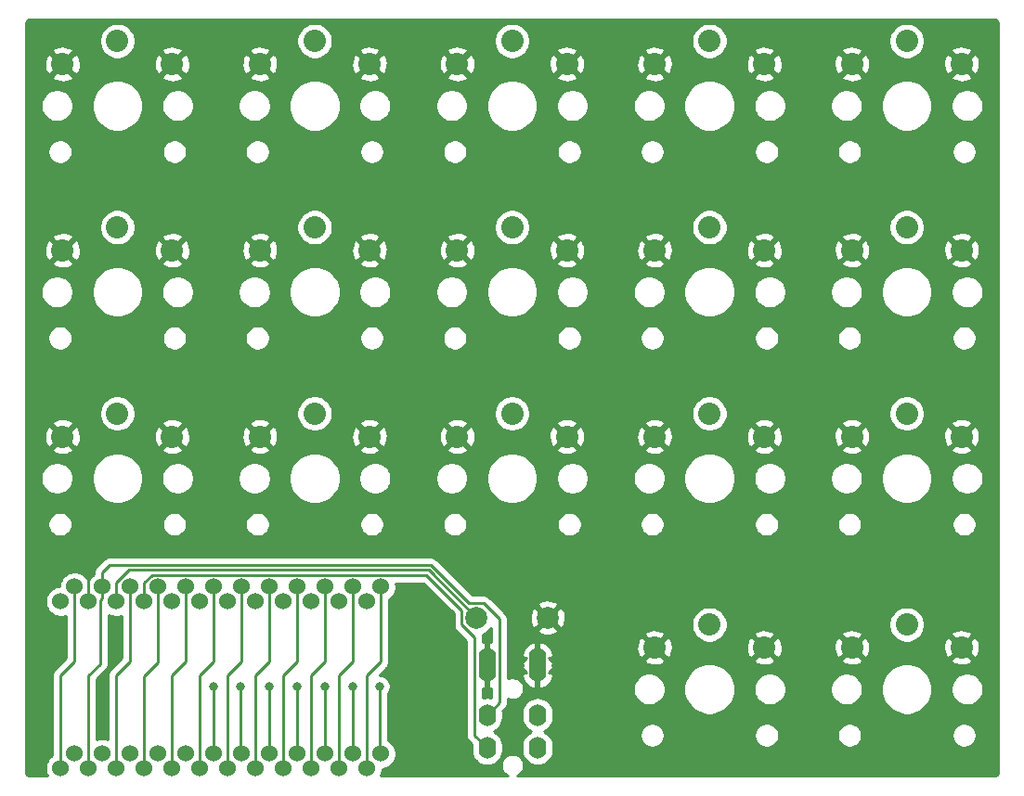
<source format=gbl>
%TF.GenerationSoftware,KiCad,Pcbnew,(5.1.12)-1*%
%TF.CreationDate,2021-11-19T00:53:14-08:00*%
%TF.ProjectId,orthodox,6f727468-6f64-46f7-982e-6b696361645f,rev?*%
%TF.SameCoordinates,Original*%
%TF.FileFunction,Copper,L2,Bot*%
%TF.FilePolarity,Positive*%
%FSLAX46Y46*%
G04 Gerber Fmt 4.6, Leading zero omitted, Abs format (unit mm)*
G04 Created by KiCad (PCBNEW (5.1.12)-1) date 2021-11-19 00:53:14*
%MOMM*%
%LPD*%
G01*
G04 APERTURE LIST*
%TA.AperFunction,ComponentPad*%
%ADD10C,2.032000*%
%TD*%
%TA.AperFunction,ComponentPad*%
%ADD11O,1.600000X2.000000*%
%TD*%
%TA.AperFunction,ComponentPad*%
%ADD12O,1.000000X1.400000*%
%TD*%
%TA.AperFunction,ComponentPad*%
%ADD13C,2.000000*%
%TD*%
%TA.AperFunction,ComponentPad*%
%ADD14C,1.524000*%
%TD*%
%TA.AperFunction,ViaPad*%
%ADD15C,0.800000*%
%TD*%
%TA.AperFunction,Conductor*%
%ADD16C,0.250000*%
%TD*%
%TA.AperFunction,Conductor*%
%ADD17C,0.254000*%
%TD*%
%TA.AperFunction,Conductor*%
%ADD18C,0.100000*%
%TD*%
G04 APERTURE END LIST*
D10*
%TO.P,MX6,1*%
%TO.N,S6*%
X72000000Y-62100000D03*
%TO.P,MX6,2*%
%TO.N,GND*%
X77000000Y-64200000D03*
X67000000Y-64200000D03*
%TD*%
D11*
%TO.P,U2,1*%
%TO.N,GND*%
X92320000Y-84505000D03*
%TO.P,U2,2*%
X87720000Y-85605000D03*
%TO.P,U2,4*%
%TO.N,+5V*%
X87720000Y-92605000D03*
%TO.P,U2,3*%
%TO.N,DATA0*%
X87720000Y-89605000D03*
D12*
%TO.P,U2,4*%
%TO.N,+5V*%
X87720000Y-92605000D03*
%TO.P,U2,3*%
%TO.N,DATA0*%
X87720000Y-89605000D03*
%TO.P,U2,2*%
%TO.N,GND*%
X87720000Y-85605000D03*
%TO.P,U2,1*%
X92320000Y-84505000D03*
%TD*%
D10*
%TO.P,MX1,2*%
%TO.N,GND*%
X49000000Y-30200000D03*
X59000000Y-30200000D03*
%TO.P,MX1,1*%
%TO.N,S1*%
X54000000Y-28100000D03*
%TD*%
%TO.P,MX2,1*%
%TO.N,S2*%
X54000000Y-45100000D03*
%TO.P,MX2,2*%
%TO.N,GND*%
X59000000Y-47200000D03*
X49000000Y-47200000D03*
%TD*%
%TO.P,MX3,1*%
%TO.N,S3*%
X54000000Y-62100000D03*
%TO.P,MX3,2*%
%TO.N,GND*%
X59000000Y-64200000D03*
X49000000Y-64200000D03*
%TD*%
%TO.P,MX4,1*%
%TO.N,S4*%
X72000000Y-28100000D03*
%TO.P,MX4,2*%
%TO.N,GND*%
X77000000Y-30200000D03*
X67000000Y-30200000D03*
%TD*%
%TO.P,MX5,2*%
%TO.N,GND*%
X67000000Y-47200000D03*
X77000000Y-47200000D03*
%TO.P,MX5,1*%
%TO.N,S5*%
X72000000Y-45100000D03*
%TD*%
%TO.P,MX7,2*%
%TO.N,GND*%
X85000000Y-30200000D03*
X95000000Y-30200000D03*
%TO.P,MX7,1*%
%TO.N,S7*%
X90000000Y-28100000D03*
%TD*%
%TO.P,MX8,1*%
%TO.N,S8*%
X90000000Y-45100000D03*
%TO.P,MX8,2*%
%TO.N,GND*%
X95000000Y-47200000D03*
X85000000Y-47200000D03*
%TD*%
%TO.P,MX9,1*%
%TO.N,S9*%
X90000000Y-62100000D03*
%TO.P,MX9,2*%
%TO.N,GND*%
X95000000Y-64200000D03*
X85000000Y-64200000D03*
%TD*%
%TO.P,MX10,1*%
%TO.N,S10*%
X108000000Y-28100000D03*
%TO.P,MX10,2*%
%TO.N,GND*%
X113000000Y-30200000D03*
X103000000Y-30200000D03*
%TD*%
%TO.P,MX11,2*%
%TO.N,GND*%
X103000000Y-47200000D03*
X113000000Y-47200000D03*
%TO.P,MX11,1*%
%TO.N,S11*%
X108000000Y-45100000D03*
%TD*%
%TO.P,MX12,1*%
%TO.N,S12*%
X108000000Y-62100000D03*
%TO.P,MX12,2*%
%TO.N,GND*%
X113000000Y-64200000D03*
X103000000Y-64200000D03*
%TD*%
%TO.P,MX13,1*%
%TO.N,S13*%
X108000000Y-81350000D03*
%TO.P,MX13,2*%
%TO.N,GND*%
X113000000Y-83450000D03*
X103000000Y-83450000D03*
%TD*%
%TO.P,MX14,2*%
%TO.N,GND*%
X121000000Y-30200000D03*
X131000000Y-30200000D03*
%TO.P,MX14,1*%
%TO.N,S14*%
X126000000Y-28100000D03*
%TD*%
%TO.P,MX15,1*%
%TO.N,S15*%
X126000000Y-45100000D03*
%TO.P,MX15,2*%
%TO.N,GND*%
X131000000Y-47200000D03*
X121000000Y-47200000D03*
%TD*%
%TO.P,MX16,2*%
%TO.N,GND*%
X121000000Y-64200000D03*
X131000000Y-64200000D03*
%TO.P,MX16,1*%
%TO.N,S16*%
X126000000Y-62100000D03*
%TD*%
%TO.P,MX17,2*%
%TO.N,GND*%
X121000000Y-83450000D03*
X131000000Y-83450000D03*
%TO.P,MX17,1*%
%TO.N,S17*%
X126000000Y-81350000D03*
%TD*%
D13*
%TO.P,SW1,1*%
%TO.N,Net-(SW1-Pad1)*%
X86750000Y-80730000D03*
%TO.P,SW1,2*%
%TO.N,GND*%
X93250000Y-80730000D03*
%TD*%
D14*
%TO.P,U1,24*%
%TO.N,Net-(U1-Pad24)*%
X50092000Y-93150000D03*
%TO.P,U1,23*%
%TO.N,GND*%
X52632000Y-93150000D03*
%TO.P,U1,22*%
%TO.N,Net-(SW1-Pad1)*%
X55172000Y-93150000D03*
%TO.P,U1,21*%
%TO.N,+5V*%
X57712000Y-93150000D03*
%TO.P,U1,20*%
%TO.N,S2*%
X60252000Y-93150000D03*
%TO.P,U1,19*%
%TO.N,S4*%
X62792000Y-93150000D03*
%TO.P,U1,18*%
%TO.N,S6*%
X65332000Y-93150000D03*
%TO.P,U1,17*%
%TO.N,S8*%
X67872000Y-93150000D03*
%TO.P,U1,16*%
%TO.N,S10*%
X70412000Y-93150000D03*
%TO.P,U1,15*%
%TO.N,S12*%
X72952000Y-93150000D03*
%TO.P,U1,14*%
%TO.N,S15*%
X75492000Y-93150000D03*
%TO.P,U1,13*%
%TO.N,S13*%
X78032000Y-93150000D03*
%TO.P,U1,12*%
%TO.N,S17*%
X78032000Y-77910000D03*
%TO.P,U1,11*%
%TO.N,S16*%
X75492000Y-77910000D03*
%TO.P,U1,10*%
%TO.N,S14*%
X72952000Y-77910000D03*
%TO.P,U1,9*%
%TO.N,S11*%
X70412000Y-77910000D03*
%TO.P,U1,8*%
%TO.N,S9*%
X67872000Y-77910000D03*
%TO.P,U1,7*%
%TO.N,S7*%
X65332000Y-77910000D03*
%TO.P,U1,6*%
%TO.N,S5*%
X62792000Y-77910000D03*
%TO.P,U1,5*%
%TO.N,S1*%
X60252000Y-77910000D03*
%TO.P,U1,4*%
%TO.N,Net-(U1-Pad4)*%
X57712000Y-77910000D03*
%TO.P,U1,3*%
%TO.N,Net-(U1-Pad3)*%
X55172000Y-77910000D03*
%TO.P,U1,2*%
%TO.N,DATA0*%
X52632000Y-77910000D03*
%TO.P,U1,1*%
%TO.N,S3*%
X50092000Y-77910000D03*
X48822000Y-94456400D03*
%TO.P,U1,2*%
%TO.N,DATA0*%
X51362000Y-94456400D03*
%TO.P,U1,3*%
%TO.N,Net-(U1-Pad3)*%
X53902000Y-94456400D03*
%TO.P,U1,4*%
%TO.N,Net-(U1-Pad4)*%
X56442000Y-94456400D03*
%TO.P,U1,5*%
%TO.N,S1*%
X58982000Y-94456400D03*
%TO.P,U1,6*%
%TO.N,S5*%
X61522000Y-94456400D03*
%TO.P,U1,7*%
%TO.N,S7*%
X64062000Y-94456400D03*
%TO.P,U1,8*%
%TO.N,S9*%
X66602000Y-94456400D03*
%TO.P,U1,9*%
%TO.N,S11*%
X69142000Y-94456400D03*
%TO.P,U1,10*%
%TO.N,S14*%
X71682000Y-94456400D03*
%TO.P,U1,11*%
%TO.N,S16*%
X74222000Y-94456400D03*
%TO.P,U1,12*%
%TO.N,S17*%
X76762000Y-94456400D03*
%TO.P,U1,13*%
%TO.N,S13*%
X76762000Y-79236400D03*
%TO.P,U1,14*%
%TO.N,S15*%
X74222000Y-79236400D03*
%TO.P,U1,15*%
%TO.N,S12*%
X71682000Y-79236400D03*
%TO.P,U1,16*%
%TO.N,S10*%
X69142000Y-79236400D03*
%TO.P,U1,17*%
%TO.N,S8*%
X66602000Y-79236400D03*
%TO.P,U1,18*%
%TO.N,S6*%
X64062000Y-79236400D03*
%TO.P,U1,19*%
%TO.N,S4*%
X61522000Y-79236400D03*
%TO.P,U1,20*%
%TO.N,S2*%
X58982000Y-79236400D03*
%TO.P,U1,21*%
%TO.N,+5V*%
X56442000Y-79236400D03*
%TO.P,U1,22*%
%TO.N,Net-(SW1-Pad1)*%
X53902000Y-79236400D03*
%TO.P,U1,23*%
%TO.N,GND*%
X51362000Y-79236400D03*
%TO.P,U1,24*%
%TO.N,Net-(U1-Pad24)*%
X48822000Y-79236400D03*
%TD*%
D11*
%TO.P,U3,1*%
%TO.N,GND*%
X87725000Y-84505000D03*
%TO.P,U3,2*%
X92325000Y-85605000D03*
%TO.P,U3,4*%
%TO.N,+5V*%
X92325000Y-92605000D03*
%TO.P,U3,3*%
%TO.N,DATA0*%
X92325000Y-89605000D03*
D12*
%TO.P,U3,4*%
%TO.N,+5V*%
X92325000Y-92605000D03*
%TO.P,U3,3*%
%TO.N,DATA0*%
X92325000Y-89605000D03*
%TO.P,U3,2*%
%TO.N,GND*%
X92325000Y-85605000D03*
%TO.P,U3,1*%
X87725000Y-84505000D03*
%TD*%
D15*
%TO.N,GND*%
X52632000Y-88968000D03*
%TO.N,S4*%
X62800000Y-87000000D03*
%TO.N,S6*%
X65200000Y-87000000D03*
%TO.N,S8*%
X67900000Y-87000000D03*
%TO.N,S10*%
X70400000Y-87000000D03*
%TO.N,S12*%
X72900000Y-87000000D03*
%TO.N,S13*%
X77900000Y-87000000D03*
%TO.N,S15*%
X75500000Y-87000000D03*
%TD*%
D16*
%TO.N,S1*%
X60252000Y-77910000D02*
X60252000Y-84748000D01*
X58982000Y-86018000D02*
X58982000Y-94456400D01*
X60252000Y-84748000D02*
X58982000Y-86018000D01*
%TO.N,GND*%
X51362000Y-66562000D02*
X49000000Y-64200000D01*
X51362000Y-79236400D02*
X51362000Y-66562000D01*
%TO.N,S3*%
X50092000Y-77910000D02*
X50092000Y-84708000D01*
X48822000Y-85978000D02*
X48822000Y-94456400D01*
X50092000Y-84708000D02*
X48822000Y-85978000D01*
%TO.N,S4*%
X62800000Y-93142000D02*
X62792000Y-93150000D01*
X62800000Y-87000000D02*
X62800000Y-93142000D01*
%TO.N,S5*%
X62792000Y-77910000D02*
X62792000Y-84708000D01*
X61522000Y-85978000D02*
X61522000Y-94456400D01*
X62792000Y-84708000D02*
X61522000Y-85978000D01*
%TO.N,S6*%
X65200000Y-93018000D02*
X65332000Y-93150000D01*
X65200000Y-87000000D02*
X65200000Y-93018000D01*
%TO.N,S7*%
X65332000Y-77910000D02*
X65332000Y-84768000D01*
X64062000Y-86038000D02*
X64062000Y-94456400D01*
X65332000Y-84768000D02*
X64062000Y-86038000D01*
%TO.N,S8*%
X67900000Y-93122000D02*
X67872000Y-93150000D01*
X67900000Y-87000000D02*
X67900000Y-93122000D01*
%TO.N,S9*%
X67872000Y-77910000D02*
X67872000Y-84728000D01*
X66602000Y-85998000D02*
X66602000Y-94456400D01*
X67872000Y-84728000D02*
X66602000Y-85998000D01*
%TO.N,S10*%
X70400000Y-93138000D02*
X70412000Y-93150000D01*
X70400000Y-87000000D02*
X70400000Y-93138000D01*
%TO.N,S11*%
X70412000Y-77910000D02*
X70412000Y-84688000D01*
X69142000Y-85958000D02*
X69142000Y-94456400D01*
X70412000Y-84688000D02*
X69142000Y-85958000D01*
%TO.N,S12*%
X72900000Y-93098000D02*
X72952000Y-93150000D01*
X72900000Y-87000000D02*
X72900000Y-93098000D01*
%TO.N,S13*%
X77900000Y-93018000D02*
X78032000Y-93150000D01*
X77900000Y-87000000D02*
X77900000Y-93018000D01*
%TO.N,S14*%
X72952000Y-77910000D02*
X72952000Y-84748000D01*
X71682000Y-86018000D02*
X71682000Y-94456400D01*
X72952000Y-84748000D02*
X71682000Y-86018000D01*
%TO.N,S15*%
X75500000Y-93142000D02*
X75492000Y-93150000D01*
X75500000Y-87000000D02*
X75500000Y-93142000D01*
%TO.N,S16*%
X75492000Y-77910000D02*
X75492000Y-84708000D01*
X74222000Y-85978000D02*
X74222000Y-94456400D01*
X75492000Y-84708000D02*
X74222000Y-85978000D01*
%TO.N,S17*%
X78032000Y-77910000D02*
X78032000Y-84768000D01*
X76762000Y-86038000D02*
X76762000Y-94456400D01*
X78032000Y-84768000D02*
X76762000Y-86038000D01*
%TO.N,Net-(SW1-Pad1)*%
X53902000Y-77571238D02*
X53902000Y-79236400D01*
X55100249Y-76372989D02*
X53902000Y-77571238D01*
X82392989Y-76372989D02*
X55100249Y-76372989D01*
X86750000Y-80730000D02*
X82392989Y-76372989D01*
%TO.N,DATA0*%
X88185994Y-89139006D02*
X87720000Y-89605000D01*
X88845010Y-86045010D02*
X88845010Y-86270994D01*
X88845010Y-85854990D02*
X88845010Y-86045010D01*
X88845010Y-88479990D02*
X88845010Y-85854990D01*
X87720000Y-89605000D02*
X88845010Y-88479990D01*
X82579389Y-75922979D02*
X53277021Y-75922979D01*
X52632000Y-76568000D02*
X52632000Y-77910000D01*
X86061409Y-79404999D02*
X82579389Y-75922979D01*
X53277021Y-75922979D02*
X52632000Y-76568000D01*
X87386001Y-79404999D02*
X86061409Y-79404999D01*
X88850010Y-85850010D02*
X88850010Y-80869008D01*
X88849990Y-85850010D02*
X88850010Y-85850010D01*
X88850010Y-80869008D02*
X87386001Y-79404999D01*
X88845010Y-85854990D02*
X88849990Y-85850010D01*
X52449001Y-79170629D02*
X52449001Y-84950999D01*
X52632000Y-78987630D02*
X52449001Y-79170629D01*
X52632000Y-77910000D02*
X52632000Y-78987630D01*
X51362000Y-86038000D02*
X51362000Y-94456400D01*
X52449001Y-84950999D02*
X51362000Y-86038000D01*
%TO.N,Net-(U1-Pad3)*%
X55172000Y-77910000D02*
X55172000Y-84728000D01*
X53902000Y-85998000D02*
X53902000Y-94456400D01*
X55172000Y-84728000D02*
X53902000Y-85998000D01*
%TO.N,Net-(U1-Pad4)*%
X57712000Y-77910000D02*
X57712000Y-84788000D01*
X56442000Y-86058000D02*
X56442000Y-94456400D01*
X57712000Y-84788000D02*
X56442000Y-86058000D01*
%TO.N,+5V*%
X57190239Y-76822999D02*
X56442000Y-77571238D01*
X56442000Y-77571238D02*
X56442000Y-79236400D01*
X82206589Y-76822999D02*
X57190239Y-76822999D01*
X85424999Y-80041409D02*
X82206589Y-76822999D01*
X85424999Y-81366001D02*
X85424999Y-80041409D01*
X86594990Y-82535992D02*
X85424999Y-81366001D01*
X86594990Y-91479990D02*
X86594990Y-82535992D01*
X87720000Y-92605000D02*
X86594990Y-91479990D01*
%TD*%
D17*
%TO.N,GND*%
X134065424Y-26169580D02*
X134128356Y-26188580D01*
X134186405Y-26219445D01*
X134237343Y-26260989D01*
X134279248Y-26311644D01*
X134310515Y-26369471D01*
X134329956Y-26432272D01*
X134340000Y-26527835D01*
X134340001Y-92467572D01*
X134340000Y-92467582D01*
X134340001Y-94773211D01*
X134330420Y-94870924D01*
X134311420Y-94933857D01*
X134280554Y-94991906D01*
X134239011Y-95042843D01*
X134188356Y-95084748D01*
X134130529Y-95116015D01*
X134067728Y-95135456D01*
X133972165Y-95145500D01*
X90459017Y-95145500D01*
X90515256Y-95122205D01*
X90684774Y-95008937D01*
X90828937Y-94864774D01*
X90942205Y-94695256D01*
X91020226Y-94506898D01*
X91060000Y-94306939D01*
X91060000Y-94103061D01*
X91020226Y-93903102D01*
X90942205Y-93714744D01*
X90828937Y-93545226D01*
X90684774Y-93401063D01*
X90515256Y-93287795D01*
X90326898Y-93209774D01*
X90126939Y-93170000D01*
X89918061Y-93170000D01*
X89718102Y-93209774D01*
X89529744Y-93287795D01*
X89360226Y-93401063D01*
X89216063Y-93545226D01*
X89102795Y-93714744D01*
X89024774Y-93903102D01*
X88985000Y-94103061D01*
X88985000Y-94306939D01*
X89024774Y-94506898D01*
X89102795Y-94695256D01*
X89216063Y-94864774D01*
X89360226Y-95008937D01*
X89529744Y-95122205D01*
X89585983Y-95145500D01*
X77981715Y-95145500D01*
X78000005Y-95118127D01*
X78105314Y-94863890D01*
X78159000Y-94593992D01*
X78159000Y-94547000D01*
X78169592Y-94547000D01*
X78439490Y-94493314D01*
X78693727Y-94388005D01*
X78922535Y-94235120D01*
X79117120Y-94040535D01*
X79270005Y-93811727D01*
X79375314Y-93557490D01*
X79429000Y-93287592D01*
X79429000Y-93012408D01*
X79375314Y-92742510D01*
X79270005Y-92488273D01*
X79117120Y-92259465D01*
X78922535Y-92064880D01*
X78693727Y-91911995D01*
X78660000Y-91898025D01*
X78660000Y-87703711D01*
X78703937Y-87659774D01*
X78817205Y-87490256D01*
X78895226Y-87301898D01*
X78935000Y-87101939D01*
X78935000Y-86898061D01*
X78895226Y-86698102D01*
X78817205Y-86509744D01*
X78703937Y-86340226D01*
X78559774Y-86196063D01*
X78390256Y-86082795D01*
X78201898Y-86004774D01*
X78001939Y-85965000D01*
X77909801Y-85965000D01*
X78543003Y-85331799D01*
X78572001Y-85308001D01*
X78666974Y-85192276D01*
X78737546Y-85060247D01*
X78781003Y-84916986D01*
X78792000Y-84805333D01*
X78792000Y-84805324D01*
X78795676Y-84768001D01*
X78792000Y-84730678D01*
X78792000Y-79082341D01*
X78922535Y-78995120D01*
X79117120Y-78800535D01*
X79270005Y-78571727D01*
X79375314Y-78317490D01*
X79429000Y-78047592D01*
X79429000Y-77772408D01*
X79391324Y-77582999D01*
X81891788Y-77582999D01*
X84665000Y-80356212D01*
X84664999Y-81328678D01*
X84661323Y-81366001D01*
X84664999Y-81403323D01*
X84664999Y-81403333D01*
X84675996Y-81514986D01*
X84711699Y-81632684D01*
X84719453Y-81658247D01*
X84790025Y-81790277D01*
X84822991Y-81830446D01*
X84884998Y-81906002D01*
X84914002Y-81929805D01*
X85834991Y-82850795D01*
X85834990Y-91442668D01*
X85831314Y-91479990D01*
X85834990Y-91517312D01*
X85834990Y-91517322D01*
X85845987Y-91628975D01*
X85882120Y-91748090D01*
X85889444Y-91772236D01*
X85960016Y-91904266D01*
X85992908Y-91944344D01*
X86054989Y-92019991D01*
X86083992Y-92043793D01*
X86293043Y-92252845D01*
X86285000Y-92334508D01*
X86285000Y-92875491D01*
X86305764Y-93086308D01*
X86387818Y-93356807D01*
X86521068Y-93606100D01*
X86700392Y-93824607D01*
X86918899Y-94003932D01*
X87168192Y-94137182D01*
X87438691Y-94219236D01*
X87720000Y-94246943D01*
X88001308Y-94219236D01*
X88271807Y-94137182D01*
X88521100Y-94003932D01*
X88739607Y-93824608D01*
X88918932Y-93606101D01*
X89052182Y-93356808D01*
X89134236Y-93086309D01*
X89155000Y-92875492D01*
X89155000Y-92334509D01*
X89134236Y-92123692D01*
X89052182Y-91853193D01*
X88918932Y-91603899D01*
X88739608Y-91385392D01*
X88521101Y-91206068D01*
X88332016Y-91105000D01*
X88521100Y-91003932D01*
X88739607Y-90824608D01*
X88918932Y-90606101D01*
X89052182Y-90356808D01*
X89134236Y-90086309D01*
X89155000Y-89875492D01*
X89155000Y-89334509D01*
X90890000Y-89334509D01*
X90890000Y-89875492D01*
X90910764Y-90086309D01*
X90992818Y-90356808D01*
X91126068Y-90606101D01*
X91305393Y-90824608D01*
X91523900Y-91003932D01*
X91712984Y-91105000D01*
X91523899Y-91206068D01*
X91305392Y-91385393D01*
X91126068Y-91603900D01*
X90992818Y-91853193D01*
X90910764Y-92123692D01*
X90890000Y-92334509D01*
X90890000Y-92875492D01*
X90910764Y-93086309D01*
X90992818Y-93356808D01*
X91126068Y-93606101D01*
X91305393Y-93824608D01*
X91523900Y-94003932D01*
X91773193Y-94137182D01*
X92043692Y-94219236D01*
X92325000Y-94246943D01*
X92606309Y-94219236D01*
X92876808Y-94137182D01*
X93126101Y-94003932D01*
X93344608Y-93824608D01*
X93523932Y-93606101D01*
X93657182Y-93356807D01*
X93739236Y-93086308D01*
X93760000Y-92875491D01*
X93760000Y-92334508D01*
X93739236Y-92123691D01*
X93657182Y-91853192D01*
X93523932Y-91603899D01*
X93344607Y-91385392D01*
X93287683Y-91338675D01*
X101649700Y-91338675D01*
X101649700Y-91561325D01*
X101693137Y-91779696D01*
X101778341Y-91985398D01*
X101902039Y-92170524D01*
X102059476Y-92327961D01*
X102244602Y-92451659D01*
X102450304Y-92536863D01*
X102668675Y-92580300D01*
X102891325Y-92580300D01*
X103109696Y-92536863D01*
X103315398Y-92451659D01*
X103500524Y-92327961D01*
X103657961Y-92170524D01*
X103781659Y-91985398D01*
X103866863Y-91779696D01*
X103910300Y-91561325D01*
X103910300Y-91338675D01*
X112089700Y-91338675D01*
X112089700Y-91561325D01*
X112133137Y-91779696D01*
X112218341Y-91985398D01*
X112342039Y-92170524D01*
X112499476Y-92327961D01*
X112684602Y-92451659D01*
X112890304Y-92536863D01*
X113108675Y-92580300D01*
X113331325Y-92580300D01*
X113549696Y-92536863D01*
X113755398Y-92451659D01*
X113940524Y-92327961D01*
X114097961Y-92170524D01*
X114221659Y-91985398D01*
X114306863Y-91779696D01*
X114350300Y-91561325D01*
X114350300Y-91338675D01*
X119649700Y-91338675D01*
X119649700Y-91561325D01*
X119693137Y-91779696D01*
X119778341Y-91985398D01*
X119902039Y-92170524D01*
X120059476Y-92327961D01*
X120244602Y-92451659D01*
X120450304Y-92536863D01*
X120668675Y-92580300D01*
X120891325Y-92580300D01*
X121109696Y-92536863D01*
X121315398Y-92451659D01*
X121500524Y-92327961D01*
X121657961Y-92170524D01*
X121781659Y-91985398D01*
X121866863Y-91779696D01*
X121910300Y-91561325D01*
X121910300Y-91338675D01*
X130089700Y-91338675D01*
X130089700Y-91561325D01*
X130133137Y-91779696D01*
X130218341Y-91985398D01*
X130342039Y-92170524D01*
X130499476Y-92327961D01*
X130684602Y-92451659D01*
X130890304Y-92536863D01*
X131108675Y-92580300D01*
X131331325Y-92580300D01*
X131549696Y-92536863D01*
X131755398Y-92451659D01*
X131940524Y-92327961D01*
X132097961Y-92170524D01*
X132221659Y-91985398D01*
X132306863Y-91779696D01*
X132350300Y-91561325D01*
X132350300Y-91338675D01*
X132306863Y-91120304D01*
X132221659Y-90914602D01*
X132097961Y-90729476D01*
X131940524Y-90572039D01*
X131755398Y-90448341D01*
X131549696Y-90363137D01*
X131331325Y-90319700D01*
X131108675Y-90319700D01*
X130890304Y-90363137D01*
X130684602Y-90448341D01*
X130499476Y-90572039D01*
X130342039Y-90729476D01*
X130218341Y-90914602D01*
X130133137Y-91120304D01*
X130089700Y-91338675D01*
X121910300Y-91338675D01*
X121866863Y-91120304D01*
X121781659Y-90914602D01*
X121657961Y-90729476D01*
X121500524Y-90572039D01*
X121315398Y-90448341D01*
X121109696Y-90363137D01*
X120891325Y-90319700D01*
X120668675Y-90319700D01*
X120450304Y-90363137D01*
X120244602Y-90448341D01*
X120059476Y-90572039D01*
X119902039Y-90729476D01*
X119778341Y-90914602D01*
X119693137Y-91120304D01*
X119649700Y-91338675D01*
X114350300Y-91338675D01*
X114306863Y-91120304D01*
X114221659Y-90914602D01*
X114097961Y-90729476D01*
X113940524Y-90572039D01*
X113755398Y-90448341D01*
X113549696Y-90363137D01*
X113331325Y-90319700D01*
X113108675Y-90319700D01*
X112890304Y-90363137D01*
X112684602Y-90448341D01*
X112499476Y-90572039D01*
X112342039Y-90729476D01*
X112218341Y-90914602D01*
X112133137Y-91120304D01*
X112089700Y-91338675D01*
X103910300Y-91338675D01*
X103866863Y-91120304D01*
X103781659Y-90914602D01*
X103657961Y-90729476D01*
X103500524Y-90572039D01*
X103315398Y-90448341D01*
X103109696Y-90363137D01*
X102891325Y-90319700D01*
X102668675Y-90319700D01*
X102450304Y-90363137D01*
X102244602Y-90448341D01*
X102059476Y-90572039D01*
X101902039Y-90729476D01*
X101778341Y-90914602D01*
X101693137Y-91120304D01*
X101649700Y-91338675D01*
X93287683Y-91338675D01*
X93126100Y-91206068D01*
X92937016Y-91105000D01*
X93126101Y-91003932D01*
X93344608Y-90824608D01*
X93523932Y-90606101D01*
X93657182Y-90356807D01*
X93739236Y-90086308D01*
X93760000Y-89875491D01*
X93760000Y-89334508D01*
X93739236Y-89123691D01*
X93657182Y-88853192D01*
X93523932Y-88603899D01*
X93344607Y-88385392D01*
X93126100Y-88206068D01*
X92876807Y-88072818D01*
X92606308Y-87990764D01*
X92325000Y-87963057D01*
X92043691Y-87990764D01*
X91773192Y-88072818D01*
X91523899Y-88206068D01*
X91305392Y-88385393D01*
X91126068Y-88603900D01*
X90992818Y-88853193D01*
X90910764Y-89123692D01*
X90890000Y-89334509D01*
X89155000Y-89334509D01*
X89146957Y-89252846D01*
X89356019Y-89043784D01*
X89385011Y-89019991D01*
X89408805Y-88990998D01*
X89408809Y-88990994D01*
X89479983Y-88904267D01*
X89479984Y-88904266D01*
X89550556Y-88772237D01*
X89594013Y-88628976D01*
X89605010Y-88517323D01*
X89605010Y-88517314D01*
X89608686Y-88479991D01*
X89605010Y-88442668D01*
X89605010Y-88153381D01*
X89718102Y-88200226D01*
X89918061Y-88240000D01*
X90126939Y-88240000D01*
X90326898Y-88200226D01*
X90515256Y-88122205D01*
X90684774Y-88008937D01*
X90828937Y-87864774D01*
X90942205Y-87695256D01*
X91020226Y-87506898D01*
X91060000Y-87306939D01*
X91060000Y-87103061D01*
X91020226Y-86903102D01*
X90942205Y-86714744D01*
X90828937Y-86545226D01*
X90684774Y-86401063D01*
X90515256Y-86287795D01*
X90326898Y-86209774D01*
X90126939Y-86170000D01*
X89918061Y-86170000D01*
X89718102Y-86209774D01*
X89605010Y-86256619D01*
X89605010Y-85938108D01*
X89613687Y-85850010D01*
X89610010Y-85812677D01*
X89610010Y-84152113D01*
X90888063Y-84152113D01*
X91040526Y-84378000D01*
X91325389Y-84378000D01*
X91219327Y-84482338D01*
X91117543Y-84632000D01*
X91040526Y-84632000D01*
X90888063Y-84857887D01*
X90931453Y-85067052D01*
X90893063Y-85252113D01*
X91045526Y-85478000D01*
X91112543Y-85478000D01*
X91214327Y-85627662D01*
X91320389Y-85732000D01*
X91045526Y-85732000D01*
X90893063Y-85957887D01*
X90950404Y-86234306D01*
X91060570Y-86494227D01*
X91219327Y-86727662D01*
X91420575Y-86925639D01*
X91656579Y-87080551D01*
X91918270Y-87186444D01*
X91975961Y-87196904D01*
X92198000Y-87074915D01*
X92198000Y-85732000D01*
X92193000Y-85732000D01*
X92193000Y-85478000D01*
X92198000Y-85478000D01*
X92198000Y-84135085D01*
X92193000Y-84132338D01*
X92193000Y-83035085D01*
X92447000Y-83035085D01*
X92447000Y-84378000D01*
X92452000Y-84378000D01*
X92452000Y-84632000D01*
X92447000Y-84632000D01*
X92447000Y-85974915D01*
X92452000Y-85977662D01*
X92452000Y-87074915D01*
X92674039Y-87196904D01*
X92731730Y-87186444D01*
X92936332Y-87103652D01*
X101014100Y-87103652D01*
X101014100Y-87396348D01*
X101071202Y-87683421D01*
X101183212Y-87953838D01*
X101345826Y-88197206D01*
X101552794Y-88404174D01*
X101796162Y-88566788D01*
X102066579Y-88678798D01*
X102353652Y-88735900D01*
X102646348Y-88735900D01*
X102933421Y-88678798D01*
X103203838Y-88566788D01*
X103447206Y-88404174D01*
X103654174Y-88197206D01*
X103816788Y-87953838D01*
X103928798Y-87683421D01*
X103985900Y-87396348D01*
X103985900Y-87103652D01*
X103968982Y-87018594D01*
X105650500Y-87018594D01*
X105650500Y-87481406D01*
X105740790Y-87935324D01*
X105917900Y-88362905D01*
X106175024Y-88747719D01*
X106502281Y-89074976D01*
X106887095Y-89332100D01*
X107314676Y-89509210D01*
X107768594Y-89599500D01*
X108231406Y-89599500D01*
X108685324Y-89509210D01*
X109112905Y-89332100D01*
X109497719Y-89074976D01*
X109824976Y-88747719D01*
X110082100Y-88362905D01*
X110259210Y-87935324D01*
X110349500Y-87481406D01*
X110349500Y-87103652D01*
X112014100Y-87103652D01*
X112014100Y-87396348D01*
X112071202Y-87683421D01*
X112183212Y-87953838D01*
X112345826Y-88197206D01*
X112552794Y-88404174D01*
X112796162Y-88566788D01*
X113066579Y-88678798D01*
X113353652Y-88735900D01*
X113646348Y-88735900D01*
X113933421Y-88678798D01*
X114203838Y-88566788D01*
X114447206Y-88404174D01*
X114654174Y-88197206D01*
X114816788Y-87953838D01*
X114928798Y-87683421D01*
X114985900Y-87396348D01*
X114985900Y-87103652D01*
X119014100Y-87103652D01*
X119014100Y-87396348D01*
X119071202Y-87683421D01*
X119183212Y-87953838D01*
X119345826Y-88197206D01*
X119552794Y-88404174D01*
X119796162Y-88566788D01*
X120066579Y-88678798D01*
X120353652Y-88735900D01*
X120646348Y-88735900D01*
X120933421Y-88678798D01*
X121203838Y-88566788D01*
X121447206Y-88404174D01*
X121654174Y-88197206D01*
X121816788Y-87953838D01*
X121928798Y-87683421D01*
X121985900Y-87396348D01*
X121985900Y-87103652D01*
X121968982Y-87018594D01*
X123650500Y-87018594D01*
X123650500Y-87481406D01*
X123740790Y-87935324D01*
X123917900Y-88362905D01*
X124175024Y-88747719D01*
X124502281Y-89074976D01*
X124887095Y-89332100D01*
X125314676Y-89509210D01*
X125768594Y-89599500D01*
X126231406Y-89599500D01*
X126685324Y-89509210D01*
X127112905Y-89332100D01*
X127497719Y-89074976D01*
X127824976Y-88747719D01*
X128082100Y-88362905D01*
X128259210Y-87935324D01*
X128349500Y-87481406D01*
X128349500Y-87103652D01*
X130014100Y-87103652D01*
X130014100Y-87396348D01*
X130071202Y-87683421D01*
X130183212Y-87953838D01*
X130345826Y-88197206D01*
X130552794Y-88404174D01*
X130796162Y-88566788D01*
X131066579Y-88678798D01*
X131353652Y-88735900D01*
X131646348Y-88735900D01*
X131933421Y-88678798D01*
X132203838Y-88566788D01*
X132447206Y-88404174D01*
X132654174Y-88197206D01*
X132816788Y-87953838D01*
X132928798Y-87683421D01*
X132985900Y-87396348D01*
X132985900Y-87103652D01*
X132928798Y-86816579D01*
X132816788Y-86546162D01*
X132654174Y-86302794D01*
X132447206Y-86095826D01*
X132203838Y-85933212D01*
X131933421Y-85821202D01*
X131646348Y-85764100D01*
X131353652Y-85764100D01*
X131066579Y-85821202D01*
X130796162Y-85933212D01*
X130552794Y-86095826D01*
X130345826Y-86302794D01*
X130183212Y-86546162D01*
X130071202Y-86816579D01*
X130014100Y-87103652D01*
X128349500Y-87103652D01*
X128349500Y-87018594D01*
X128259210Y-86564676D01*
X128082100Y-86137095D01*
X127824976Y-85752281D01*
X127497719Y-85425024D01*
X127112905Y-85167900D01*
X126685324Y-84990790D01*
X126231406Y-84900500D01*
X125768594Y-84900500D01*
X125314676Y-84990790D01*
X124887095Y-85167900D01*
X124502281Y-85425024D01*
X124175024Y-85752281D01*
X123917900Y-86137095D01*
X123740790Y-86564676D01*
X123650500Y-87018594D01*
X121968982Y-87018594D01*
X121928798Y-86816579D01*
X121816788Y-86546162D01*
X121654174Y-86302794D01*
X121447206Y-86095826D01*
X121203838Y-85933212D01*
X120933421Y-85821202D01*
X120646348Y-85764100D01*
X120353652Y-85764100D01*
X120066579Y-85821202D01*
X119796162Y-85933212D01*
X119552794Y-86095826D01*
X119345826Y-86302794D01*
X119183212Y-86546162D01*
X119071202Y-86816579D01*
X119014100Y-87103652D01*
X114985900Y-87103652D01*
X114928798Y-86816579D01*
X114816788Y-86546162D01*
X114654174Y-86302794D01*
X114447206Y-86095826D01*
X114203838Y-85933212D01*
X113933421Y-85821202D01*
X113646348Y-85764100D01*
X113353652Y-85764100D01*
X113066579Y-85821202D01*
X112796162Y-85933212D01*
X112552794Y-86095826D01*
X112345826Y-86302794D01*
X112183212Y-86546162D01*
X112071202Y-86816579D01*
X112014100Y-87103652D01*
X110349500Y-87103652D01*
X110349500Y-87018594D01*
X110259210Y-86564676D01*
X110082100Y-86137095D01*
X109824976Y-85752281D01*
X109497719Y-85425024D01*
X109112905Y-85167900D01*
X108685324Y-84990790D01*
X108231406Y-84900500D01*
X107768594Y-84900500D01*
X107314676Y-84990790D01*
X106887095Y-85167900D01*
X106502281Y-85425024D01*
X106175024Y-85752281D01*
X105917900Y-86137095D01*
X105740790Y-86564676D01*
X105650500Y-87018594D01*
X103968982Y-87018594D01*
X103928798Y-86816579D01*
X103816788Y-86546162D01*
X103654174Y-86302794D01*
X103447206Y-86095826D01*
X103203838Y-85933212D01*
X102933421Y-85821202D01*
X102646348Y-85764100D01*
X102353652Y-85764100D01*
X102066579Y-85821202D01*
X101796162Y-85933212D01*
X101552794Y-86095826D01*
X101345826Y-86302794D01*
X101183212Y-86546162D01*
X101071202Y-86816579D01*
X101014100Y-87103652D01*
X92936332Y-87103652D01*
X92993421Y-87080551D01*
X93229425Y-86925639D01*
X93430673Y-86727662D01*
X93589430Y-86494227D01*
X93699596Y-86234306D01*
X93756937Y-85957887D01*
X93604474Y-85732000D01*
X93319611Y-85732000D01*
X93425673Y-85627662D01*
X93527457Y-85478000D01*
X93604474Y-85478000D01*
X93756937Y-85252113D01*
X93713547Y-85042948D01*
X93751937Y-84857887D01*
X93599474Y-84632000D01*
X93532457Y-84632000D01*
X93508534Y-84596823D01*
X102032782Y-84596823D01*
X102130478Y-84862860D01*
X102422821Y-85005348D01*
X102737344Y-85088064D01*
X103061962Y-85107831D01*
X103384198Y-85063888D01*
X103691670Y-84957924D01*
X103869522Y-84862860D01*
X103967218Y-84596823D01*
X112032782Y-84596823D01*
X112130478Y-84862860D01*
X112422821Y-85005348D01*
X112737344Y-85088064D01*
X113061962Y-85107831D01*
X113384198Y-85063888D01*
X113691670Y-84957924D01*
X113869522Y-84862860D01*
X113967218Y-84596823D01*
X120032782Y-84596823D01*
X120130478Y-84862860D01*
X120422821Y-85005348D01*
X120737344Y-85088064D01*
X121061962Y-85107831D01*
X121384198Y-85063888D01*
X121691670Y-84957924D01*
X121869522Y-84862860D01*
X121967218Y-84596823D01*
X130032782Y-84596823D01*
X130130478Y-84862860D01*
X130422821Y-85005348D01*
X130737344Y-85088064D01*
X131061962Y-85107831D01*
X131384198Y-85063888D01*
X131691670Y-84957924D01*
X131869522Y-84862860D01*
X131967218Y-84596823D01*
X131000000Y-83629605D01*
X130032782Y-84596823D01*
X121967218Y-84596823D01*
X121000000Y-83629605D01*
X120032782Y-84596823D01*
X113967218Y-84596823D01*
X113000000Y-83629605D01*
X112032782Y-84596823D01*
X103967218Y-84596823D01*
X103000000Y-83629605D01*
X102032782Y-84596823D01*
X93508534Y-84596823D01*
X93430673Y-84482338D01*
X93324611Y-84378000D01*
X93599474Y-84378000D01*
X93751937Y-84152113D01*
X93694596Y-83875694D01*
X93584430Y-83615773D01*
X93513830Y-83511962D01*
X101342169Y-83511962D01*
X101386112Y-83834198D01*
X101492076Y-84141670D01*
X101587140Y-84319522D01*
X101853177Y-84417218D01*
X102820395Y-83450000D01*
X103179605Y-83450000D01*
X104146823Y-84417218D01*
X104412860Y-84319522D01*
X104555348Y-84027179D01*
X104638064Y-83712656D01*
X104650284Y-83511962D01*
X111342169Y-83511962D01*
X111386112Y-83834198D01*
X111492076Y-84141670D01*
X111587140Y-84319522D01*
X111853177Y-84417218D01*
X112820395Y-83450000D01*
X113179605Y-83450000D01*
X114146823Y-84417218D01*
X114412860Y-84319522D01*
X114555348Y-84027179D01*
X114638064Y-83712656D01*
X114650284Y-83511962D01*
X119342169Y-83511962D01*
X119386112Y-83834198D01*
X119492076Y-84141670D01*
X119587140Y-84319522D01*
X119853177Y-84417218D01*
X120820395Y-83450000D01*
X121179605Y-83450000D01*
X122146823Y-84417218D01*
X122412860Y-84319522D01*
X122555348Y-84027179D01*
X122638064Y-83712656D01*
X122650284Y-83511962D01*
X129342169Y-83511962D01*
X129386112Y-83834198D01*
X129492076Y-84141670D01*
X129587140Y-84319522D01*
X129853177Y-84417218D01*
X130820395Y-83450000D01*
X131179605Y-83450000D01*
X132146823Y-84417218D01*
X132412860Y-84319522D01*
X132555348Y-84027179D01*
X132638064Y-83712656D01*
X132657831Y-83388038D01*
X132613888Y-83065802D01*
X132507924Y-82758330D01*
X132412860Y-82580478D01*
X132146823Y-82482782D01*
X131179605Y-83450000D01*
X130820395Y-83450000D01*
X129853177Y-82482782D01*
X129587140Y-82580478D01*
X129444652Y-82872821D01*
X129361936Y-83187344D01*
X129342169Y-83511962D01*
X122650284Y-83511962D01*
X122657831Y-83388038D01*
X122613888Y-83065802D01*
X122507924Y-82758330D01*
X122412860Y-82580478D01*
X122146823Y-82482782D01*
X121179605Y-83450000D01*
X120820395Y-83450000D01*
X119853177Y-82482782D01*
X119587140Y-82580478D01*
X119444652Y-82872821D01*
X119361936Y-83187344D01*
X119342169Y-83511962D01*
X114650284Y-83511962D01*
X114657831Y-83388038D01*
X114613888Y-83065802D01*
X114507924Y-82758330D01*
X114412860Y-82580478D01*
X114146823Y-82482782D01*
X113179605Y-83450000D01*
X112820395Y-83450000D01*
X111853177Y-82482782D01*
X111587140Y-82580478D01*
X111444652Y-82872821D01*
X111361936Y-83187344D01*
X111342169Y-83511962D01*
X104650284Y-83511962D01*
X104657831Y-83388038D01*
X104613888Y-83065802D01*
X104507924Y-82758330D01*
X104412860Y-82580478D01*
X104146823Y-82482782D01*
X103179605Y-83450000D01*
X102820395Y-83450000D01*
X101853177Y-82482782D01*
X101587140Y-82580478D01*
X101444652Y-82872821D01*
X101361936Y-83187344D01*
X101342169Y-83511962D01*
X93513830Y-83511962D01*
X93425673Y-83382338D01*
X93224425Y-83184361D01*
X92988421Y-83029449D01*
X92726730Y-82923556D01*
X92669039Y-82913096D01*
X92447000Y-83035085D01*
X92193000Y-83035085D01*
X91970961Y-82913096D01*
X91913270Y-82923556D01*
X91651579Y-83029449D01*
X91415575Y-83184361D01*
X91214327Y-83382338D01*
X91055570Y-83615773D01*
X90945404Y-83875694D01*
X90888063Y-84152113D01*
X89610010Y-84152113D01*
X89610010Y-81865413D01*
X92294192Y-81865413D01*
X92389956Y-82129814D01*
X92679571Y-82270704D01*
X92991108Y-82352384D01*
X93312595Y-82371718D01*
X93631675Y-82327961D01*
X93703414Y-82303177D01*
X102032782Y-82303177D01*
X103000000Y-83270395D01*
X103967218Y-82303177D01*
X103869522Y-82037140D01*
X103577179Y-81894652D01*
X103262656Y-81811936D01*
X102938038Y-81792169D01*
X102615802Y-81836112D01*
X102308330Y-81942076D01*
X102130478Y-82037140D01*
X102032782Y-82303177D01*
X93703414Y-82303177D01*
X93936088Y-82222795D01*
X94110044Y-82129814D01*
X94205808Y-81865413D01*
X93250000Y-80909605D01*
X92294192Y-81865413D01*
X89610010Y-81865413D01*
X89610010Y-80906330D01*
X89613686Y-80869007D01*
X89610010Y-80831684D01*
X89610010Y-80831675D01*
X89606161Y-80792595D01*
X91608282Y-80792595D01*
X91652039Y-81111675D01*
X91757205Y-81416088D01*
X91850186Y-81590044D01*
X92114587Y-81685808D01*
X93070395Y-80730000D01*
X93429605Y-80730000D01*
X94385413Y-81685808D01*
X94649814Y-81590044D01*
X94790704Y-81300429D01*
X94820340Y-81187391D01*
X106349000Y-81187391D01*
X106349000Y-81512609D01*
X106412447Y-81831579D01*
X106536903Y-82132042D01*
X106717585Y-82402451D01*
X106947549Y-82632415D01*
X107217958Y-82813097D01*
X107518421Y-82937553D01*
X107837391Y-83001000D01*
X108162609Y-83001000D01*
X108481579Y-82937553D01*
X108782042Y-82813097D01*
X109052451Y-82632415D01*
X109282415Y-82402451D01*
X109348747Y-82303177D01*
X112032782Y-82303177D01*
X113000000Y-83270395D01*
X113967218Y-82303177D01*
X120032782Y-82303177D01*
X121000000Y-83270395D01*
X121967218Y-82303177D01*
X121869522Y-82037140D01*
X121577179Y-81894652D01*
X121262656Y-81811936D01*
X120938038Y-81792169D01*
X120615802Y-81836112D01*
X120308330Y-81942076D01*
X120130478Y-82037140D01*
X120032782Y-82303177D01*
X113967218Y-82303177D01*
X113869522Y-82037140D01*
X113577179Y-81894652D01*
X113262656Y-81811936D01*
X112938038Y-81792169D01*
X112615802Y-81836112D01*
X112308330Y-81942076D01*
X112130478Y-82037140D01*
X112032782Y-82303177D01*
X109348747Y-82303177D01*
X109463097Y-82132042D01*
X109587553Y-81831579D01*
X109651000Y-81512609D01*
X109651000Y-81187391D01*
X124349000Y-81187391D01*
X124349000Y-81512609D01*
X124412447Y-81831579D01*
X124536903Y-82132042D01*
X124717585Y-82402451D01*
X124947549Y-82632415D01*
X125217958Y-82813097D01*
X125518421Y-82937553D01*
X125837391Y-83001000D01*
X126162609Y-83001000D01*
X126481579Y-82937553D01*
X126782042Y-82813097D01*
X127052451Y-82632415D01*
X127282415Y-82402451D01*
X127348747Y-82303177D01*
X130032782Y-82303177D01*
X131000000Y-83270395D01*
X131967218Y-82303177D01*
X131869522Y-82037140D01*
X131577179Y-81894652D01*
X131262656Y-81811936D01*
X130938038Y-81792169D01*
X130615802Y-81836112D01*
X130308330Y-81942076D01*
X130130478Y-82037140D01*
X130032782Y-82303177D01*
X127348747Y-82303177D01*
X127463097Y-82132042D01*
X127587553Y-81831579D01*
X127651000Y-81512609D01*
X127651000Y-81187391D01*
X127587553Y-80868421D01*
X127463097Y-80567958D01*
X127282415Y-80297549D01*
X127052451Y-80067585D01*
X126782042Y-79886903D01*
X126481579Y-79762447D01*
X126162609Y-79699000D01*
X125837391Y-79699000D01*
X125518421Y-79762447D01*
X125217958Y-79886903D01*
X124947549Y-80067585D01*
X124717585Y-80297549D01*
X124536903Y-80567958D01*
X124412447Y-80868421D01*
X124349000Y-81187391D01*
X109651000Y-81187391D01*
X109587553Y-80868421D01*
X109463097Y-80567958D01*
X109282415Y-80297549D01*
X109052451Y-80067585D01*
X108782042Y-79886903D01*
X108481579Y-79762447D01*
X108162609Y-79699000D01*
X107837391Y-79699000D01*
X107518421Y-79762447D01*
X107217958Y-79886903D01*
X106947549Y-80067585D01*
X106717585Y-80297549D01*
X106536903Y-80567958D01*
X106412447Y-80868421D01*
X106349000Y-81187391D01*
X94820340Y-81187391D01*
X94872384Y-80988892D01*
X94891718Y-80667405D01*
X94847961Y-80348325D01*
X94742795Y-80043912D01*
X94649814Y-79869956D01*
X94385413Y-79774192D01*
X93429605Y-80730000D01*
X93070395Y-80730000D01*
X92114587Y-79774192D01*
X91850186Y-79869956D01*
X91709296Y-80159571D01*
X91627616Y-80471108D01*
X91608282Y-80792595D01*
X89606161Y-80792595D01*
X89599013Y-80720022D01*
X89555556Y-80576761D01*
X89484984Y-80444732D01*
X89471821Y-80428693D01*
X89413809Y-80358004D01*
X89413805Y-80358000D01*
X89390011Y-80329007D01*
X89361018Y-80305213D01*
X88650391Y-79594587D01*
X92294192Y-79594587D01*
X93250000Y-80550395D01*
X94205808Y-79594587D01*
X94110044Y-79330186D01*
X93820429Y-79189296D01*
X93508892Y-79107616D01*
X93187405Y-79088282D01*
X92868325Y-79132039D01*
X92563912Y-79237205D01*
X92389956Y-79330186D01*
X92294192Y-79594587D01*
X88650391Y-79594587D01*
X87949804Y-78894001D01*
X87926002Y-78864998D01*
X87810277Y-78770025D01*
X87678248Y-78699453D01*
X87534987Y-78655996D01*
X87423334Y-78644999D01*
X87423323Y-78644999D01*
X87386001Y-78641323D01*
X87348679Y-78644999D01*
X86376211Y-78644999D01*
X83143193Y-75411982D01*
X83119390Y-75382978D01*
X83003665Y-75288005D01*
X82871636Y-75217433D01*
X82728375Y-75173976D01*
X82616722Y-75162979D01*
X82616711Y-75162979D01*
X82579389Y-75159303D01*
X82542067Y-75162979D01*
X53314343Y-75162979D01*
X53277020Y-75159303D01*
X53239697Y-75162979D01*
X53239688Y-75162979D01*
X53128035Y-75173976D01*
X52984774Y-75217433D01*
X52852745Y-75288005D01*
X52852743Y-75288006D01*
X52852744Y-75288006D01*
X52766017Y-75359180D01*
X52766013Y-75359184D01*
X52737020Y-75382978D01*
X52713226Y-75411971D01*
X52121002Y-76004197D01*
X52091999Y-76027999D01*
X52048714Y-76080743D01*
X51997026Y-76143724D01*
X51958808Y-76215225D01*
X51926454Y-76275754D01*
X51882997Y-76419015D01*
X51872000Y-76530668D01*
X51872000Y-76530678D01*
X51868324Y-76568000D01*
X51872000Y-76605323D01*
X51872000Y-76737659D01*
X51741465Y-76824880D01*
X51546880Y-77019465D01*
X51393995Y-77248273D01*
X51362000Y-77325515D01*
X51330005Y-77248273D01*
X51177120Y-77019465D01*
X50982535Y-76824880D01*
X50753727Y-76671995D01*
X50499490Y-76566686D01*
X50229592Y-76513000D01*
X49954408Y-76513000D01*
X49684510Y-76566686D01*
X49430273Y-76671995D01*
X49201465Y-76824880D01*
X49006880Y-77019465D01*
X48853995Y-77248273D01*
X48748686Y-77502510D01*
X48695000Y-77772408D01*
X48695000Y-77839400D01*
X48684408Y-77839400D01*
X48414510Y-77893086D01*
X48160273Y-77998395D01*
X47931465Y-78151280D01*
X47736880Y-78345865D01*
X47583995Y-78574673D01*
X47478686Y-78828910D01*
X47425000Y-79098808D01*
X47425000Y-79373992D01*
X47478686Y-79643890D01*
X47583995Y-79898127D01*
X47736880Y-80126935D01*
X47931465Y-80321520D01*
X48160273Y-80474405D01*
X48414510Y-80579714D01*
X48684408Y-80633400D01*
X48959592Y-80633400D01*
X49229490Y-80579714D01*
X49332000Y-80537253D01*
X49332001Y-84393197D01*
X48311003Y-85414196D01*
X48281999Y-85437999D01*
X48241787Y-85486998D01*
X48187026Y-85553724D01*
X48165645Y-85593725D01*
X48116454Y-85685754D01*
X48072997Y-85829015D01*
X48062000Y-85940668D01*
X48062000Y-85940678D01*
X48058324Y-85978000D01*
X48062000Y-86015322D01*
X48062001Y-93284059D01*
X47931465Y-93371280D01*
X47736880Y-93565865D01*
X47583995Y-93794673D01*
X47478686Y-94048910D01*
X47425000Y-94318808D01*
X47425000Y-94593992D01*
X47478686Y-94863890D01*
X47583995Y-95118127D01*
X47602285Y-95145500D01*
X46028379Y-95145500D01*
X45930676Y-95135920D01*
X45867743Y-95116920D01*
X45809694Y-95086054D01*
X45758757Y-95044511D01*
X45716852Y-94993856D01*
X45685585Y-94936029D01*
X45666144Y-94873228D01*
X45656147Y-94778112D01*
X45659944Y-92532985D01*
X45660000Y-92532419D01*
X45660000Y-92500034D01*
X45660053Y-92468698D01*
X45660000Y-92468150D01*
X45660000Y-72088675D01*
X47649700Y-72088675D01*
X47649700Y-72311325D01*
X47693137Y-72529696D01*
X47778341Y-72735398D01*
X47902039Y-72920524D01*
X48059476Y-73077961D01*
X48244602Y-73201659D01*
X48450304Y-73286863D01*
X48668675Y-73330300D01*
X48891325Y-73330300D01*
X49109696Y-73286863D01*
X49315398Y-73201659D01*
X49500524Y-73077961D01*
X49657961Y-72920524D01*
X49781659Y-72735398D01*
X49866863Y-72529696D01*
X49910300Y-72311325D01*
X49910300Y-72088675D01*
X58089700Y-72088675D01*
X58089700Y-72311325D01*
X58133137Y-72529696D01*
X58218341Y-72735398D01*
X58342039Y-72920524D01*
X58499476Y-73077961D01*
X58684602Y-73201659D01*
X58890304Y-73286863D01*
X59108675Y-73330300D01*
X59331325Y-73330300D01*
X59549696Y-73286863D01*
X59755398Y-73201659D01*
X59940524Y-73077961D01*
X60097961Y-72920524D01*
X60221659Y-72735398D01*
X60306863Y-72529696D01*
X60350300Y-72311325D01*
X60350300Y-72088675D01*
X65649700Y-72088675D01*
X65649700Y-72311325D01*
X65693137Y-72529696D01*
X65778341Y-72735398D01*
X65902039Y-72920524D01*
X66059476Y-73077961D01*
X66244602Y-73201659D01*
X66450304Y-73286863D01*
X66668675Y-73330300D01*
X66891325Y-73330300D01*
X67109696Y-73286863D01*
X67315398Y-73201659D01*
X67500524Y-73077961D01*
X67657961Y-72920524D01*
X67781659Y-72735398D01*
X67866863Y-72529696D01*
X67910300Y-72311325D01*
X67910300Y-72088675D01*
X76089700Y-72088675D01*
X76089700Y-72311325D01*
X76133137Y-72529696D01*
X76218341Y-72735398D01*
X76342039Y-72920524D01*
X76499476Y-73077961D01*
X76684602Y-73201659D01*
X76890304Y-73286863D01*
X77108675Y-73330300D01*
X77331325Y-73330300D01*
X77549696Y-73286863D01*
X77755398Y-73201659D01*
X77940524Y-73077961D01*
X78097961Y-72920524D01*
X78221659Y-72735398D01*
X78306863Y-72529696D01*
X78350300Y-72311325D01*
X78350300Y-72088675D01*
X83649700Y-72088675D01*
X83649700Y-72311325D01*
X83693137Y-72529696D01*
X83778341Y-72735398D01*
X83902039Y-72920524D01*
X84059476Y-73077961D01*
X84244602Y-73201659D01*
X84450304Y-73286863D01*
X84668675Y-73330300D01*
X84891325Y-73330300D01*
X85109696Y-73286863D01*
X85315398Y-73201659D01*
X85500524Y-73077961D01*
X85657961Y-72920524D01*
X85781659Y-72735398D01*
X85866863Y-72529696D01*
X85910300Y-72311325D01*
X85910300Y-72088675D01*
X94089700Y-72088675D01*
X94089700Y-72311325D01*
X94133137Y-72529696D01*
X94218341Y-72735398D01*
X94342039Y-72920524D01*
X94499476Y-73077961D01*
X94684602Y-73201659D01*
X94890304Y-73286863D01*
X95108675Y-73330300D01*
X95331325Y-73330300D01*
X95549696Y-73286863D01*
X95755398Y-73201659D01*
X95940524Y-73077961D01*
X96097961Y-72920524D01*
X96221659Y-72735398D01*
X96306863Y-72529696D01*
X96350300Y-72311325D01*
X96350300Y-72088675D01*
X101649700Y-72088675D01*
X101649700Y-72311325D01*
X101693137Y-72529696D01*
X101778341Y-72735398D01*
X101902039Y-72920524D01*
X102059476Y-73077961D01*
X102244602Y-73201659D01*
X102450304Y-73286863D01*
X102668675Y-73330300D01*
X102891325Y-73330300D01*
X103109696Y-73286863D01*
X103315398Y-73201659D01*
X103500524Y-73077961D01*
X103657961Y-72920524D01*
X103781659Y-72735398D01*
X103866863Y-72529696D01*
X103910300Y-72311325D01*
X103910300Y-72088675D01*
X112089700Y-72088675D01*
X112089700Y-72311325D01*
X112133137Y-72529696D01*
X112218341Y-72735398D01*
X112342039Y-72920524D01*
X112499476Y-73077961D01*
X112684602Y-73201659D01*
X112890304Y-73286863D01*
X113108675Y-73330300D01*
X113331325Y-73330300D01*
X113549696Y-73286863D01*
X113755398Y-73201659D01*
X113940524Y-73077961D01*
X114097961Y-72920524D01*
X114221659Y-72735398D01*
X114306863Y-72529696D01*
X114350300Y-72311325D01*
X114350300Y-72088675D01*
X119649700Y-72088675D01*
X119649700Y-72311325D01*
X119693137Y-72529696D01*
X119778341Y-72735398D01*
X119902039Y-72920524D01*
X120059476Y-73077961D01*
X120244602Y-73201659D01*
X120450304Y-73286863D01*
X120668675Y-73330300D01*
X120891325Y-73330300D01*
X121109696Y-73286863D01*
X121315398Y-73201659D01*
X121500524Y-73077961D01*
X121657961Y-72920524D01*
X121781659Y-72735398D01*
X121866863Y-72529696D01*
X121910300Y-72311325D01*
X121910300Y-72088675D01*
X130089700Y-72088675D01*
X130089700Y-72311325D01*
X130133137Y-72529696D01*
X130218341Y-72735398D01*
X130342039Y-72920524D01*
X130499476Y-73077961D01*
X130684602Y-73201659D01*
X130890304Y-73286863D01*
X131108675Y-73330300D01*
X131331325Y-73330300D01*
X131549696Y-73286863D01*
X131755398Y-73201659D01*
X131940524Y-73077961D01*
X132097961Y-72920524D01*
X132221659Y-72735398D01*
X132306863Y-72529696D01*
X132350300Y-72311325D01*
X132350300Y-72088675D01*
X132306863Y-71870304D01*
X132221659Y-71664602D01*
X132097961Y-71479476D01*
X131940524Y-71322039D01*
X131755398Y-71198341D01*
X131549696Y-71113137D01*
X131331325Y-71069700D01*
X131108675Y-71069700D01*
X130890304Y-71113137D01*
X130684602Y-71198341D01*
X130499476Y-71322039D01*
X130342039Y-71479476D01*
X130218341Y-71664602D01*
X130133137Y-71870304D01*
X130089700Y-72088675D01*
X121910300Y-72088675D01*
X121866863Y-71870304D01*
X121781659Y-71664602D01*
X121657961Y-71479476D01*
X121500524Y-71322039D01*
X121315398Y-71198341D01*
X121109696Y-71113137D01*
X120891325Y-71069700D01*
X120668675Y-71069700D01*
X120450304Y-71113137D01*
X120244602Y-71198341D01*
X120059476Y-71322039D01*
X119902039Y-71479476D01*
X119778341Y-71664602D01*
X119693137Y-71870304D01*
X119649700Y-72088675D01*
X114350300Y-72088675D01*
X114306863Y-71870304D01*
X114221659Y-71664602D01*
X114097961Y-71479476D01*
X113940524Y-71322039D01*
X113755398Y-71198341D01*
X113549696Y-71113137D01*
X113331325Y-71069700D01*
X113108675Y-71069700D01*
X112890304Y-71113137D01*
X112684602Y-71198341D01*
X112499476Y-71322039D01*
X112342039Y-71479476D01*
X112218341Y-71664602D01*
X112133137Y-71870304D01*
X112089700Y-72088675D01*
X103910300Y-72088675D01*
X103866863Y-71870304D01*
X103781659Y-71664602D01*
X103657961Y-71479476D01*
X103500524Y-71322039D01*
X103315398Y-71198341D01*
X103109696Y-71113137D01*
X102891325Y-71069700D01*
X102668675Y-71069700D01*
X102450304Y-71113137D01*
X102244602Y-71198341D01*
X102059476Y-71322039D01*
X101902039Y-71479476D01*
X101778341Y-71664602D01*
X101693137Y-71870304D01*
X101649700Y-72088675D01*
X96350300Y-72088675D01*
X96306863Y-71870304D01*
X96221659Y-71664602D01*
X96097961Y-71479476D01*
X95940524Y-71322039D01*
X95755398Y-71198341D01*
X95549696Y-71113137D01*
X95331325Y-71069700D01*
X95108675Y-71069700D01*
X94890304Y-71113137D01*
X94684602Y-71198341D01*
X94499476Y-71322039D01*
X94342039Y-71479476D01*
X94218341Y-71664602D01*
X94133137Y-71870304D01*
X94089700Y-72088675D01*
X85910300Y-72088675D01*
X85866863Y-71870304D01*
X85781659Y-71664602D01*
X85657961Y-71479476D01*
X85500524Y-71322039D01*
X85315398Y-71198341D01*
X85109696Y-71113137D01*
X84891325Y-71069700D01*
X84668675Y-71069700D01*
X84450304Y-71113137D01*
X84244602Y-71198341D01*
X84059476Y-71322039D01*
X83902039Y-71479476D01*
X83778341Y-71664602D01*
X83693137Y-71870304D01*
X83649700Y-72088675D01*
X78350300Y-72088675D01*
X78306863Y-71870304D01*
X78221659Y-71664602D01*
X78097961Y-71479476D01*
X77940524Y-71322039D01*
X77755398Y-71198341D01*
X77549696Y-71113137D01*
X77331325Y-71069700D01*
X77108675Y-71069700D01*
X76890304Y-71113137D01*
X76684602Y-71198341D01*
X76499476Y-71322039D01*
X76342039Y-71479476D01*
X76218341Y-71664602D01*
X76133137Y-71870304D01*
X76089700Y-72088675D01*
X67910300Y-72088675D01*
X67866863Y-71870304D01*
X67781659Y-71664602D01*
X67657961Y-71479476D01*
X67500524Y-71322039D01*
X67315398Y-71198341D01*
X67109696Y-71113137D01*
X66891325Y-71069700D01*
X66668675Y-71069700D01*
X66450304Y-71113137D01*
X66244602Y-71198341D01*
X66059476Y-71322039D01*
X65902039Y-71479476D01*
X65778341Y-71664602D01*
X65693137Y-71870304D01*
X65649700Y-72088675D01*
X60350300Y-72088675D01*
X60306863Y-71870304D01*
X60221659Y-71664602D01*
X60097961Y-71479476D01*
X59940524Y-71322039D01*
X59755398Y-71198341D01*
X59549696Y-71113137D01*
X59331325Y-71069700D01*
X59108675Y-71069700D01*
X58890304Y-71113137D01*
X58684602Y-71198341D01*
X58499476Y-71322039D01*
X58342039Y-71479476D01*
X58218341Y-71664602D01*
X58133137Y-71870304D01*
X58089700Y-72088675D01*
X49910300Y-72088675D01*
X49866863Y-71870304D01*
X49781659Y-71664602D01*
X49657961Y-71479476D01*
X49500524Y-71322039D01*
X49315398Y-71198341D01*
X49109696Y-71113137D01*
X48891325Y-71069700D01*
X48668675Y-71069700D01*
X48450304Y-71113137D01*
X48244602Y-71198341D01*
X48059476Y-71322039D01*
X47902039Y-71479476D01*
X47778341Y-71664602D01*
X47693137Y-71870304D01*
X47649700Y-72088675D01*
X45660000Y-72088675D01*
X45660000Y-67853652D01*
X47014100Y-67853652D01*
X47014100Y-68146348D01*
X47071202Y-68433421D01*
X47183212Y-68703838D01*
X47345826Y-68947206D01*
X47552794Y-69154174D01*
X47796162Y-69316788D01*
X48066579Y-69428798D01*
X48353652Y-69485900D01*
X48646348Y-69485900D01*
X48933421Y-69428798D01*
X49203838Y-69316788D01*
X49447206Y-69154174D01*
X49654174Y-68947206D01*
X49816788Y-68703838D01*
X49928798Y-68433421D01*
X49985900Y-68146348D01*
X49985900Y-67853652D01*
X49968982Y-67768594D01*
X51650500Y-67768594D01*
X51650500Y-68231406D01*
X51740790Y-68685324D01*
X51917900Y-69112905D01*
X52175024Y-69497719D01*
X52502281Y-69824976D01*
X52887095Y-70082100D01*
X53314676Y-70259210D01*
X53768594Y-70349500D01*
X54231406Y-70349500D01*
X54685324Y-70259210D01*
X55112905Y-70082100D01*
X55497719Y-69824976D01*
X55824976Y-69497719D01*
X56082100Y-69112905D01*
X56259210Y-68685324D01*
X56349500Y-68231406D01*
X56349500Y-67853652D01*
X58014100Y-67853652D01*
X58014100Y-68146348D01*
X58071202Y-68433421D01*
X58183212Y-68703838D01*
X58345826Y-68947206D01*
X58552794Y-69154174D01*
X58796162Y-69316788D01*
X59066579Y-69428798D01*
X59353652Y-69485900D01*
X59646348Y-69485900D01*
X59933421Y-69428798D01*
X60203838Y-69316788D01*
X60447206Y-69154174D01*
X60654174Y-68947206D01*
X60816788Y-68703838D01*
X60928798Y-68433421D01*
X60985900Y-68146348D01*
X60985900Y-67853652D01*
X65014100Y-67853652D01*
X65014100Y-68146348D01*
X65071202Y-68433421D01*
X65183212Y-68703838D01*
X65345826Y-68947206D01*
X65552794Y-69154174D01*
X65796162Y-69316788D01*
X66066579Y-69428798D01*
X66353652Y-69485900D01*
X66646348Y-69485900D01*
X66933421Y-69428798D01*
X67203838Y-69316788D01*
X67447206Y-69154174D01*
X67654174Y-68947206D01*
X67816788Y-68703838D01*
X67928798Y-68433421D01*
X67985900Y-68146348D01*
X67985900Y-67853652D01*
X67968982Y-67768594D01*
X69650500Y-67768594D01*
X69650500Y-68231406D01*
X69740790Y-68685324D01*
X69917900Y-69112905D01*
X70175024Y-69497719D01*
X70502281Y-69824976D01*
X70887095Y-70082100D01*
X71314676Y-70259210D01*
X71768594Y-70349500D01*
X72231406Y-70349500D01*
X72685324Y-70259210D01*
X73112905Y-70082100D01*
X73497719Y-69824976D01*
X73824976Y-69497719D01*
X74082100Y-69112905D01*
X74259210Y-68685324D01*
X74349500Y-68231406D01*
X74349500Y-67853652D01*
X76014100Y-67853652D01*
X76014100Y-68146348D01*
X76071202Y-68433421D01*
X76183212Y-68703838D01*
X76345826Y-68947206D01*
X76552794Y-69154174D01*
X76796162Y-69316788D01*
X77066579Y-69428798D01*
X77353652Y-69485900D01*
X77646348Y-69485900D01*
X77933421Y-69428798D01*
X78203838Y-69316788D01*
X78447206Y-69154174D01*
X78654174Y-68947206D01*
X78816788Y-68703838D01*
X78928798Y-68433421D01*
X78985900Y-68146348D01*
X78985900Y-67853652D01*
X83014100Y-67853652D01*
X83014100Y-68146348D01*
X83071202Y-68433421D01*
X83183212Y-68703838D01*
X83345826Y-68947206D01*
X83552794Y-69154174D01*
X83796162Y-69316788D01*
X84066579Y-69428798D01*
X84353652Y-69485900D01*
X84646348Y-69485900D01*
X84933421Y-69428798D01*
X85203838Y-69316788D01*
X85447206Y-69154174D01*
X85654174Y-68947206D01*
X85816788Y-68703838D01*
X85928798Y-68433421D01*
X85985900Y-68146348D01*
X85985900Y-67853652D01*
X85968982Y-67768594D01*
X87650500Y-67768594D01*
X87650500Y-68231406D01*
X87740790Y-68685324D01*
X87917900Y-69112905D01*
X88175024Y-69497719D01*
X88502281Y-69824976D01*
X88887095Y-70082100D01*
X89314676Y-70259210D01*
X89768594Y-70349500D01*
X90231406Y-70349500D01*
X90685324Y-70259210D01*
X91112905Y-70082100D01*
X91497719Y-69824976D01*
X91824976Y-69497719D01*
X92082100Y-69112905D01*
X92259210Y-68685324D01*
X92349500Y-68231406D01*
X92349500Y-67853652D01*
X94014100Y-67853652D01*
X94014100Y-68146348D01*
X94071202Y-68433421D01*
X94183212Y-68703838D01*
X94345826Y-68947206D01*
X94552794Y-69154174D01*
X94796162Y-69316788D01*
X95066579Y-69428798D01*
X95353652Y-69485900D01*
X95646348Y-69485900D01*
X95933421Y-69428798D01*
X96203838Y-69316788D01*
X96447206Y-69154174D01*
X96654174Y-68947206D01*
X96816788Y-68703838D01*
X96928798Y-68433421D01*
X96985900Y-68146348D01*
X96985900Y-67853652D01*
X101014100Y-67853652D01*
X101014100Y-68146348D01*
X101071202Y-68433421D01*
X101183212Y-68703838D01*
X101345826Y-68947206D01*
X101552794Y-69154174D01*
X101796162Y-69316788D01*
X102066579Y-69428798D01*
X102353652Y-69485900D01*
X102646348Y-69485900D01*
X102933421Y-69428798D01*
X103203838Y-69316788D01*
X103447206Y-69154174D01*
X103654174Y-68947206D01*
X103816788Y-68703838D01*
X103928798Y-68433421D01*
X103985900Y-68146348D01*
X103985900Y-67853652D01*
X103968982Y-67768594D01*
X105650500Y-67768594D01*
X105650500Y-68231406D01*
X105740790Y-68685324D01*
X105917900Y-69112905D01*
X106175024Y-69497719D01*
X106502281Y-69824976D01*
X106887095Y-70082100D01*
X107314676Y-70259210D01*
X107768594Y-70349500D01*
X108231406Y-70349500D01*
X108685324Y-70259210D01*
X109112905Y-70082100D01*
X109497719Y-69824976D01*
X109824976Y-69497719D01*
X110082100Y-69112905D01*
X110259210Y-68685324D01*
X110349500Y-68231406D01*
X110349500Y-67853652D01*
X112014100Y-67853652D01*
X112014100Y-68146348D01*
X112071202Y-68433421D01*
X112183212Y-68703838D01*
X112345826Y-68947206D01*
X112552794Y-69154174D01*
X112796162Y-69316788D01*
X113066579Y-69428798D01*
X113353652Y-69485900D01*
X113646348Y-69485900D01*
X113933421Y-69428798D01*
X114203838Y-69316788D01*
X114447206Y-69154174D01*
X114654174Y-68947206D01*
X114816788Y-68703838D01*
X114928798Y-68433421D01*
X114985900Y-68146348D01*
X114985900Y-67853652D01*
X119014100Y-67853652D01*
X119014100Y-68146348D01*
X119071202Y-68433421D01*
X119183212Y-68703838D01*
X119345826Y-68947206D01*
X119552794Y-69154174D01*
X119796162Y-69316788D01*
X120066579Y-69428798D01*
X120353652Y-69485900D01*
X120646348Y-69485900D01*
X120933421Y-69428798D01*
X121203838Y-69316788D01*
X121447206Y-69154174D01*
X121654174Y-68947206D01*
X121816788Y-68703838D01*
X121928798Y-68433421D01*
X121985900Y-68146348D01*
X121985900Y-67853652D01*
X121968982Y-67768594D01*
X123650500Y-67768594D01*
X123650500Y-68231406D01*
X123740790Y-68685324D01*
X123917900Y-69112905D01*
X124175024Y-69497719D01*
X124502281Y-69824976D01*
X124887095Y-70082100D01*
X125314676Y-70259210D01*
X125768594Y-70349500D01*
X126231406Y-70349500D01*
X126685324Y-70259210D01*
X127112905Y-70082100D01*
X127497719Y-69824976D01*
X127824976Y-69497719D01*
X128082100Y-69112905D01*
X128259210Y-68685324D01*
X128349500Y-68231406D01*
X128349500Y-67853652D01*
X130014100Y-67853652D01*
X130014100Y-68146348D01*
X130071202Y-68433421D01*
X130183212Y-68703838D01*
X130345826Y-68947206D01*
X130552794Y-69154174D01*
X130796162Y-69316788D01*
X131066579Y-69428798D01*
X131353652Y-69485900D01*
X131646348Y-69485900D01*
X131933421Y-69428798D01*
X132203838Y-69316788D01*
X132447206Y-69154174D01*
X132654174Y-68947206D01*
X132816788Y-68703838D01*
X132928798Y-68433421D01*
X132985900Y-68146348D01*
X132985900Y-67853652D01*
X132928798Y-67566579D01*
X132816788Y-67296162D01*
X132654174Y-67052794D01*
X132447206Y-66845826D01*
X132203838Y-66683212D01*
X131933421Y-66571202D01*
X131646348Y-66514100D01*
X131353652Y-66514100D01*
X131066579Y-66571202D01*
X130796162Y-66683212D01*
X130552794Y-66845826D01*
X130345826Y-67052794D01*
X130183212Y-67296162D01*
X130071202Y-67566579D01*
X130014100Y-67853652D01*
X128349500Y-67853652D01*
X128349500Y-67768594D01*
X128259210Y-67314676D01*
X128082100Y-66887095D01*
X127824976Y-66502281D01*
X127497719Y-66175024D01*
X127112905Y-65917900D01*
X126685324Y-65740790D01*
X126231406Y-65650500D01*
X125768594Y-65650500D01*
X125314676Y-65740790D01*
X124887095Y-65917900D01*
X124502281Y-66175024D01*
X124175024Y-66502281D01*
X123917900Y-66887095D01*
X123740790Y-67314676D01*
X123650500Y-67768594D01*
X121968982Y-67768594D01*
X121928798Y-67566579D01*
X121816788Y-67296162D01*
X121654174Y-67052794D01*
X121447206Y-66845826D01*
X121203838Y-66683212D01*
X120933421Y-66571202D01*
X120646348Y-66514100D01*
X120353652Y-66514100D01*
X120066579Y-66571202D01*
X119796162Y-66683212D01*
X119552794Y-66845826D01*
X119345826Y-67052794D01*
X119183212Y-67296162D01*
X119071202Y-67566579D01*
X119014100Y-67853652D01*
X114985900Y-67853652D01*
X114928798Y-67566579D01*
X114816788Y-67296162D01*
X114654174Y-67052794D01*
X114447206Y-66845826D01*
X114203838Y-66683212D01*
X113933421Y-66571202D01*
X113646348Y-66514100D01*
X113353652Y-66514100D01*
X113066579Y-66571202D01*
X112796162Y-66683212D01*
X112552794Y-66845826D01*
X112345826Y-67052794D01*
X112183212Y-67296162D01*
X112071202Y-67566579D01*
X112014100Y-67853652D01*
X110349500Y-67853652D01*
X110349500Y-67768594D01*
X110259210Y-67314676D01*
X110082100Y-66887095D01*
X109824976Y-66502281D01*
X109497719Y-66175024D01*
X109112905Y-65917900D01*
X108685324Y-65740790D01*
X108231406Y-65650500D01*
X107768594Y-65650500D01*
X107314676Y-65740790D01*
X106887095Y-65917900D01*
X106502281Y-66175024D01*
X106175024Y-66502281D01*
X105917900Y-66887095D01*
X105740790Y-67314676D01*
X105650500Y-67768594D01*
X103968982Y-67768594D01*
X103928798Y-67566579D01*
X103816788Y-67296162D01*
X103654174Y-67052794D01*
X103447206Y-66845826D01*
X103203838Y-66683212D01*
X102933421Y-66571202D01*
X102646348Y-66514100D01*
X102353652Y-66514100D01*
X102066579Y-66571202D01*
X101796162Y-66683212D01*
X101552794Y-66845826D01*
X101345826Y-67052794D01*
X101183212Y-67296162D01*
X101071202Y-67566579D01*
X101014100Y-67853652D01*
X96985900Y-67853652D01*
X96928798Y-67566579D01*
X96816788Y-67296162D01*
X96654174Y-67052794D01*
X96447206Y-66845826D01*
X96203838Y-66683212D01*
X95933421Y-66571202D01*
X95646348Y-66514100D01*
X95353652Y-66514100D01*
X95066579Y-66571202D01*
X94796162Y-66683212D01*
X94552794Y-66845826D01*
X94345826Y-67052794D01*
X94183212Y-67296162D01*
X94071202Y-67566579D01*
X94014100Y-67853652D01*
X92349500Y-67853652D01*
X92349500Y-67768594D01*
X92259210Y-67314676D01*
X92082100Y-66887095D01*
X91824976Y-66502281D01*
X91497719Y-66175024D01*
X91112905Y-65917900D01*
X90685324Y-65740790D01*
X90231406Y-65650500D01*
X89768594Y-65650500D01*
X89314676Y-65740790D01*
X88887095Y-65917900D01*
X88502281Y-66175024D01*
X88175024Y-66502281D01*
X87917900Y-66887095D01*
X87740790Y-67314676D01*
X87650500Y-67768594D01*
X85968982Y-67768594D01*
X85928798Y-67566579D01*
X85816788Y-67296162D01*
X85654174Y-67052794D01*
X85447206Y-66845826D01*
X85203838Y-66683212D01*
X84933421Y-66571202D01*
X84646348Y-66514100D01*
X84353652Y-66514100D01*
X84066579Y-66571202D01*
X83796162Y-66683212D01*
X83552794Y-66845826D01*
X83345826Y-67052794D01*
X83183212Y-67296162D01*
X83071202Y-67566579D01*
X83014100Y-67853652D01*
X78985900Y-67853652D01*
X78928798Y-67566579D01*
X78816788Y-67296162D01*
X78654174Y-67052794D01*
X78447206Y-66845826D01*
X78203838Y-66683212D01*
X77933421Y-66571202D01*
X77646348Y-66514100D01*
X77353652Y-66514100D01*
X77066579Y-66571202D01*
X76796162Y-66683212D01*
X76552794Y-66845826D01*
X76345826Y-67052794D01*
X76183212Y-67296162D01*
X76071202Y-67566579D01*
X76014100Y-67853652D01*
X74349500Y-67853652D01*
X74349500Y-67768594D01*
X74259210Y-67314676D01*
X74082100Y-66887095D01*
X73824976Y-66502281D01*
X73497719Y-66175024D01*
X73112905Y-65917900D01*
X72685324Y-65740790D01*
X72231406Y-65650500D01*
X71768594Y-65650500D01*
X71314676Y-65740790D01*
X70887095Y-65917900D01*
X70502281Y-66175024D01*
X70175024Y-66502281D01*
X69917900Y-66887095D01*
X69740790Y-67314676D01*
X69650500Y-67768594D01*
X67968982Y-67768594D01*
X67928798Y-67566579D01*
X67816788Y-67296162D01*
X67654174Y-67052794D01*
X67447206Y-66845826D01*
X67203838Y-66683212D01*
X66933421Y-66571202D01*
X66646348Y-66514100D01*
X66353652Y-66514100D01*
X66066579Y-66571202D01*
X65796162Y-66683212D01*
X65552794Y-66845826D01*
X65345826Y-67052794D01*
X65183212Y-67296162D01*
X65071202Y-67566579D01*
X65014100Y-67853652D01*
X60985900Y-67853652D01*
X60928798Y-67566579D01*
X60816788Y-67296162D01*
X60654174Y-67052794D01*
X60447206Y-66845826D01*
X60203838Y-66683212D01*
X59933421Y-66571202D01*
X59646348Y-66514100D01*
X59353652Y-66514100D01*
X59066579Y-66571202D01*
X58796162Y-66683212D01*
X58552794Y-66845826D01*
X58345826Y-67052794D01*
X58183212Y-67296162D01*
X58071202Y-67566579D01*
X58014100Y-67853652D01*
X56349500Y-67853652D01*
X56349500Y-67768594D01*
X56259210Y-67314676D01*
X56082100Y-66887095D01*
X55824976Y-66502281D01*
X55497719Y-66175024D01*
X55112905Y-65917900D01*
X54685324Y-65740790D01*
X54231406Y-65650500D01*
X53768594Y-65650500D01*
X53314676Y-65740790D01*
X52887095Y-65917900D01*
X52502281Y-66175024D01*
X52175024Y-66502281D01*
X51917900Y-66887095D01*
X51740790Y-67314676D01*
X51650500Y-67768594D01*
X49968982Y-67768594D01*
X49928798Y-67566579D01*
X49816788Y-67296162D01*
X49654174Y-67052794D01*
X49447206Y-66845826D01*
X49203838Y-66683212D01*
X48933421Y-66571202D01*
X48646348Y-66514100D01*
X48353652Y-66514100D01*
X48066579Y-66571202D01*
X47796162Y-66683212D01*
X47552794Y-66845826D01*
X47345826Y-67052794D01*
X47183212Y-67296162D01*
X47071202Y-67566579D01*
X47014100Y-67853652D01*
X45660000Y-67853652D01*
X45660000Y-65346823D01*
X48032782Y-65346823D01*
X48130478Y-65612860D01*
X48422821Y-65755348D01*
X48737344Y-65838064D01*
X49061962Y-65857831D01*
X49384198Y-65813888D01*
X49691670Y-65707924D01*
X49869522Y-65612860D01*
X49967218Y-65346823D01*
X58032782Y-65346823D01*
X58130478Y-65612860D01*
X58422821Y-65755348D01*
X58737344Y-65838064D01*
X59061962Y-65857831D01*
X59384198Y-65813888D01*
X59691670Y-65707924D01*
X59869522Y-65612860D01*
X59967218Y-65346823D01*
X66032782Y-65346823D01*
X66130478Y-65612860D01*
X66422821Y-65755348D01*
X66737344Y-65838064D01*
X67061962Y-65857831D01*
X67384198Y-65813888D01*
X67691670Y-65707924D01*
X67869522Y-65612860D01*
X67967218Y-65346823D01*
X76032782Y-65346823D01*
X76130478Y-65612860D01*
X76422821Y-65755348D01*
X76737344Y-65838064D01*
X77061962Y-65857831D01*
X77384198Y-65813888D01*
X77691670Y-65707924D01*
X77869522Y-65612860D01*
X77967218Y-65346823D01*
X84032782Y-65346823D01*
X84130478Y-65612860D01*
X84422821Y-65755348D01*
X84737344Y-65838064D01*
X85061962Y-65857831D01*
X85384198Y-65813888D01*
X85691670Y-65707924D01*
X85869522Y-65612860D01*
X85967218Y-65346823D01*
X94032782Y-65346823D01*
X94130478Y-65612860D01*
X94422821Y-65755348D01*
X94737344Y-65838064D01*
X95061962Y-65857831D01*
X95384198Y-65813888D01*
X95691670Y-65707924D01*
X95869522Y-65612860D01*
X95967218Y-65346823D01*
X102032782Y-65346823D01*
X102130478Y-65612860D01*
X102422821Y-65755348D01*
X102737344Y-65838064D01*
X103061962Y-65857831D01*
X103384198Y-65813888D01*
X103691670Y-65707924D01*
X103869522Y-65612860D01*
X103967218Y-65346823D01*
X112032782Y-65346823D01*
X112130478Y-65612860D01*
X112422821Y-65755348D01*
X112737344Y-65838064D01*
X113061962Y-65857831D01*
X113384198Y-65813888D01*
X113691670Y-65707924D01*
X113869522Y-65612860D01*
X113967218Y-65346823D01*
X120032782Y-65346823D01*
X120130478Y-65612860D01*
X120422821Y-65755348D01*
X120737344Y-65838064D01*
X121061962Y-65857831D01*
X121384198Y-65813888D01*
X121691670Y-65707924D01*
X121869522Y-65612860D01*
X121967218Y-65346823D01*
X130032782Y-65346823D01*
X130130478Y-65612860D01*
X130422821Y-65755348D01*
X130737344Y-65838064D01*
X131061962Y-65857831D01*
X131384198Y-65813888D01*
X131691670Y-65707924D01*
X131869522Y-65612860D01*
X131967218Y-65346823D01*
X131000000Y-64379605D01*
X130032782Y-65346823D01*
X121967218Y-65346823D01*
X121000000Y-64379605D01*
X120032782Y-65346823D01*
X113967218Y-65346823D01*
X113000000Y-64379605D01*
X112032782Y-65346823D01*
X103967218Y-65346823D01*
X103000000Y-64379605D01*
X102032782Y-65346823D01*
X95967218Y-65346823D01*
X95000000Y-64379605D01*
X94032782Y-65346823D01*
X85967218Y-65346823D01*
X85000000Y-64379605D01*
X84032782Y-65346823D01*
X77967218Y-65346823D01*
X77000000Y-64379605D01*
X76032782Y-65346823D01*
X67967218Y-65346823D01*
X67000000Y-64379605D01*
X66032782Y-65346823D01*
X59967218Y-65346823D01*
X59000000Y-64379605D01*
X58032782Y-65346823D01*
X49967218Y-65346823D01*
X49000000Y-64379605D01*
X48032782Y-65346823D01*
X45660000Y-65346823D01*
X45660000Y-64261962D01*
X47342169Y-64261962D01*
X47386112Y-64584198D01*
X47492076Y-64891670D01*
X47587140Y-65069522D01*
X47853177Y-65167218D01*
X48820395Y-64200000D01*
X49179605Y-64200000D01*
X50146823Y-65167218D01*
X50412860Y-65069522D01*
X50555348Y-64777179D01*
X50638064Y-64462656D01*
X50650284Y-64261962D01*
X57342169Y-64261962D01*
X57386112Y-64584198D01*
X57492076Y-64891670D01*
X57587140Y-65069522D01*
X57853177Y-65167218D01*
X58820395Y-64200000D01*
X59179605Y-64200000D01*
X60146823Y-65167218D01*
X60412860Y-65069522D01*
X60555348Y-64777179D01*
X60638064Y-64462656D01*
X60650284Y-64261962D01*
X65342169Y-64261962D01*
X65386112Y-64584198D01*
X65492076Y-64891670D01*
X65587140Y-65069522D01*
X65853177Y-65167218D01*
X66820395Y-64200000D01*
X67179605Y-64200000D01*
X68146823Y-65167218D01*
X68412860Y-65069522D01*
X68555348Y-64777179D01*
X68638064Y-64462656D01*
X68650284Y-64261962D01*
X75342169Y-64261962D01*
X75386112Y-64584198D01*
X75492076Y-64891670D01*
X75587140Y-65069522D01*
X75853177Y-65167218D01*
X76820395Y-64200000D01*
X77179605Y-64200000D01*
X78146823Y-65167218D01*
X78412860Y-65069522D01*
X78555348Y-64777179D01*
X78638064Y-64462656D01*
X78650284Y-64261962D01*
X83342169Y-64261962D01*
X83386112Y-64584198D01*
X83492076Y-64891670D01*
X83587140Y-65069522D01*
X83853177Y-65167218D01*
X84820395Y-64200000D01*
X85179605Y-64200000D01*
X86146823Y-65167218D01*
X86412860Y-65069522D01*
X86555348Y-64777179D01*
X86638064Y-64462656D01*
X86650284Y-64261962D01*
X93342169Y-64261962D01*
X93386112Y-64584198D01*
X93492076Y-64891670D01*
X93587140Y-65069522D01*
X93853177Y-65167218D01*
X94820395Y-64200000D01*
X95179605Y-64200000D01*
X96146823Y-65167218D01*
X96412860Y-65069522D01*
X96555348Y-64777179D01*
X96638064Y-64462656D01*
X96650284Y-64261962D01*
X101342169Y-64261962D01*
X101386112Y-64584198D01*
X101492076Y-64891670D01*
X101587140Y-65069522D01*
X101853177Y-65167218D01*
X102820395Y-64200000D01*
X103179605Y-64200000D01*
X104146823Y-65167218D01*
X104412860Y-65069522D01*
X104555348Y-64777179D01*
X104638064Y-64462656D01*
X104650284Y-64261962D01*
X111342169Y-64261962D01*
X111386112Y-64584198D01*
X111492076Y-64891670D01*
X111587140Y-65069522D01*
X111853177Y-65167218D01*
X112820395Y-64200000D01*
X113179605Y-64200000D01*
X114146823Y-65167218D01*
X114412860Y-65069522D01*
X114555348Y-64777179D01*
X114638064Y-64462656D01*
X114650284Y-64261962D01*
X119342169Y-64261962D01*
X119386112Y-64584198D01*
X119492076Y-64891670D01*
X119587140Y-65069522D01*
X119853177Y-65167218D01*
X120820395Y-64200000D01*
X121179605Y-64200000D01*
X122146823Y-65167218D01*
X122412860Y-65069522D01*
X122555348Y-64777179D01*
X122638064Y-64462656D01*
X122650284Y-64261962D01*
X129342169Y-64261962D01*
X129386112Y-64584198D01*
X129492076Y-64891670D01*
X129587140Y-65069522D01*
X129853177Y-65167218D01*
X130820395Y-64200000D01*
X131179605Y-64200000D01*
X132146823Y-65167218D01*
X132412860Y-65069522D01*
X132555348Y-64777179D01*
X132638064Y-64462656D01*
X132657831Y-64138038D01*
X132613888Y-63815802D01*
X132507924Y-63508330D01*
X132412860Y-63330478D01*
X132146823Y-63232782D01*
X131179605Y-64200000D01*
X130820395Y-64200000D01*
X129853177Y-63232782D01*
X129587140Y-63330478D01*
X129444652Y-63622821D01*
X129361936Y-63937344D01*
X129342169Y-64261962D01*
X122650284Y-64261962D01*
X122657831Y-64138038D01*
X122613888Y-63815802D01*
X122507924Y-63508330D01*
X122412860Y-63330478D01*
X122146823Y-63232782D01*
X121179605Y-64200000D01*
X120820395Y-64200000D01*
X119853177Y-63232782D01*
X119587140Y-63330478D01*
X119444652Y-63622821D01*
X119361936Y-63937344D01*
X119342169Y-64261962D01*
X114650284Y-64261962D01*
X114657831Y-64138038D01*
X114613888Y-63815802D01*
X114507924Y-63508330D01*
X114412860Y-63330478D01*
X114146823Y-63232782D01*
X113179605Y-64200000D01*
X112820395Y-64200000D01*
X111853177Y-63232782D01*
X111587140Y-63330478D01*
X111444652Y-63622821D01*
X111361936Y-63937344D01*
X111342169Y-64261962D01*
X104650284Y-64261962D01*
X104657831Y-64138038D01*
X104613888Y-63815802D01*
X104507924Y-63508330D01*
X104412860Y-63330478D01*
X104146823Y-63232782D01*
X103179605Y-64200000D01*
X102820395Y-64200000D01*
X101853177Y-63232782D01*
X101587140Y-63330478D01*
X101444652Y-63622821D01*
X101361936Y-63937344D01*
X101342169Y-64261962D01*
X96650284Y-64261962D01*
X96657831Y-64138038D01*
X96613888Y-63815802D01*
X96507924Y-63508330D01*
X96412860Y-63330478D01*
X96146823Y-63232782D01*
X95179605Y-64200000D01*
X94820395Y-64200000D01*
X93853177Y-63232782D01*
X93587140Y-63330478D01*
X93444652Y-63622821D01*
X93361936Y-63937344D01*
X93342169Y-64261962D01*
X86650284Y-64261962D01*
X86657831Y-64138038D01*
X86613888Y-63815802D01*
X86507924Y-63508330D01*
X86412860Y-63330478D01*
X86146823Y-63232782D01*
X85179605Y-64200000D01*
X84820395Y-64200000D01*
X83853177Y-63232782D01*
X83587140Y-63330478D01*
X83444652Y-63622821D01*
X83361936Y-63937344D01*
X83342169Y-64261962D01*
X78650284Y-64261962D01*
X78657831Y-64138038D01*
X78613888Y-63815802D01*
X78507924Y-63508330D01*
X78412860Y-63330478D01*
X78146823Y-63232782D01*
X77179605Y-64200000D01*
X76820395Y-64200000D01*
X75853177Y-63232782D01*
X75587140Y-63330478D01*
X75444652Y-63622821D01*
X75361936Y-63937344D01*
X75342169Y-64261962D01*
X68650284Y-64261962D01*
X68657831Y-64138038D01*
X68613888Y-63815802D01*
X68507924Y-63508330D01*
X68412860Y-63330478D01*
X68146823Y-63232782D01*
X67179605Y-64200000D01*
X66820395Y-64200000D01*
X65853177Y-63232782D01*
X65587140Y-63330478D01*
X65444652Y-63622821D01*
X65361936Y-63937344D01*
X65342169Y-64261962D01*
X60650284Y-64261962D01*
X60657831Y-64138038D01*
X60613888Y-63815802D01*
X60507924Y-63508330D01*
X60412860Y-63330478D01*
X60146823Y-63232782D01*
X59179605Y-64200000D01*
X58820395Y-64200000D01*
X57853177Y-63232782D01*
X57587140Y-63330478D01*
X57444652Y-63622821D01*
X57361936Y-63937344D01*
X57342169Y-64261962D01*
X50650284Y-64261962D01*
X50657831Y-64138038D01*
X50613888Y-63815802D01*
X50507924Y-63508330D01*
X50412860Y-63330478D01*
X50146823Y-63232782D01*
X49179605Y-64200000D01*
X48820395Y-64200000D01*
X47853177Y-63232782D01*
X47587140Y-63330478D01*
X47444652Y-63622821D01*
X47361936Y-63937344D01*
X47342169Y-64261962D01*
X45660000Y-64261962D01*
X45660000Y-63053177D01*
X48032782Y-63053177D01*
X49000000Y-64020395D01*
X49967218Y-63053177D01*
X49869522Y-62787140D01*
X49577179Y-62644652D01*
X49262656Y-62561936D01*
X48938038Y-62542169D01*
X48615802Y-62586112D01*
X48308330Y-62692076D01*
X48130478Y-62787140D01*
X48032782Y-63053177D01*
X45660000Y-63053177D01*
X45660000Y-61937391D01*
X52349000Y-61937391D01*
X52349000Y-62262609D01*
X52412447Y-62581579D01*
X52536903Y-62882042D01*
X52717585Y-63152451D01*
X52947549Y-63382415D01*
X53217958Y-63563097D01*
X53518421Y-63687553D01*
X53837391Y-63751000D01*
X54162609Y-63751000D01*
X54481579Y-63687553D01*
X54782042Y-63563097D01*
X55052451Y-63382415D01*
X55282415Y-63152451D01*
X55348747Y-63053177D01*
X58032782Y-63053177D01*
X59000000Y-64020395D01*
X59967218Y-63053177D01*
X66032782Y-63053177D01*
X67000000Y-64020395D01*
X67967218Y-63053177D01*
X67869522Y-62787140D01*
X67577179Y-62644652D01*
X67262656Y-62561936D01*
X66938038Y-62542169D01*
X66615802Y-62586112D01*
X66308330Y-62692076D01*
X66130478Y-62787140D01*
X66032782Y-63053177D01*
X59967218Y-63053177D01*
X59869522Y-62787140D01*
X59577179Y-62644652D01*
X59262656Y-62561936D01*
X58938038Y-62542169D01*
X58615802Y-62586112D01*
X58308330Y-62692076D01*
X58130478Y-62787140D01*
X58032782Y-63053177D01*
X55348747Y-63053177D01*
X55463097Y-62882042D01*
X55587553Y-62581579D01*
X55651000Y-62262609D01*
X55651000Y-61937391D01*
X70349000Y-61937391D01*
X70349000Y-62262609D01*
X70412447Y-62581579D01*
X70536903Y-62882042D01*
X70717585Y-63152451D01*
X70947549Y-63382415D01*
X71217958Y-63563097D01*
X71518421Y-63687553D01*
X71837391Y-63751000D01*
X72162609Y-63751000D01*
X72481579Y-63687553D01*
X72782042Y-63563097D01*
X73052451Y-63382415D01*
X73282415Y-63152451D01*
X73348747Y-63053177D01*
X76032782Y-63053177D01*
X77000000Y-64020395D01*
X77967218Y-63053177D01*
X84032782Y-63053177D01*
X85000000Y-64020395D01*
X85967218Y-63053177D01*
X85869522Y-62787140D01*
X85577179Y-62644652D01*
X85262656Y-62561936D01*
X84938038Y-62542169D01*
X84615802Y-62586112D01*
X84308330Y-62692076D01*
X84130478Y-62787140D01*
X84032782Y-63053177D01*
X77967218Y-63053177D01*
X77869522Y-62787140D01*
X77577179Y-62644652D01*
X77262656Y-62561936D01*
X76938038Y-62542169D01*
X76615802Y-62586112D01*
X76308330Y-62692076D01*
X76130478Y-62787140D01*
X76032782Y-63053177D01*
X73348747Y-63053177D01*
X73463097Y-62882042D01*
X73587553Y-62581579D01*
X73651000Y-62262609D01*
X73651000Y-61937391D01*
X88349000Y-61937391D01*
X88349000Y-62262609D01*
X88412447Y-62581579D01*
X88536903Y-62882042D01*
X88717585Y-63152451D01*
X88947549Y-63382415D01*
X89217958Y-63563097D01*
X89518421Y-63687553D01*
X89837391Y-63751000D01*
X90162609Y-63751000D01*
X90481579Y-63687553D01*
X90782042Y-63563097D01*
X91052451Y-63382415D01*
X91282415Y-63152451D01*
X91348747Y-63053177D01*
X94032782Y-63053177D01*
X95000000Y-64020395D01*
X95967218Y-63053177D01*
X102032782Y-63053177D01*
X103000000Y-64020395D01*
X103967218Y-63053177D01*
X103869522Y-62787140D01*
X103577179Y-62644652D01*
X103262656Y-62561936D01*
X102938038Y-62542169D01*
X102615802Y-62586112D01*
X102308330Y-62692076D01*
X102130478Y-62787140D01*
X102032782Y-63053177D01*
X95967218Y-63053177D01*
X95869522Y-62787140D01*
X95577179Y-62644652D01*
X95262656Y-62561936D01*
X94938038Y-62542169D01*
X94615802Y-62586112D01*
X94308330Y-62692076D01*
X94130478Y-62787140D01*
X94032782Y-63053177D01*
X91348747Y-63053177D01*
X91463097Y-62882042D01*
X91587553Y-62581579D01*
X91651000Y-62262609D01*
X91651000Y-61937391D01*
X106349000Y-61937391D01*
X106349000Y-62262609D01*
X106412447Y-62581579D01*
X106536903Y-62882042D01*
X106717585Y-63152451D01*
X106947549Y-63382415D01*
X107217958Y-63563097D01*
X107518421Y-63687553D01*
X107837391Y-63751000D01*
X108162609Y-63751000D01*
X108481579Y-63687553D01*
X108782042Y-63563097D01*
X109052451Y-63382415D01*
X109282415Y-63152451D01*
X109348747Y-63053177D01*
X112032782Y-63053177D01*
X113000000Y-64020395D01*
X113967218Y-63053177D01*
X120032782Y-63053177D01*
X121000000Y-64020395D01*
X121967218Y-63053177D01*
X121869522Y-62787140D01*
X121577179Y-62644652D01*
X121262656Y-62561936D01*
X120938038Y-62542169D01*
X120615802Y-62586112D01*
X120308330Y-62692076D01*
X120130478Y-62787140D01*
X120032782Y-63053177D01*
X113967218Y-63053177D01*
X113869522Y-62787140D01*
X113577179Y-62644652D01*
X113262656Y-62561936D01*
X112938038Y-62542169D01*
X112615802Y-62586112D01*
X112308330Y-62692076D01*
X112130478Y-62787140D01*
X112032782Y-63053177D01*
X109348747Y-63053177D01*
X109463097Y-62882042D01*
X109587553Y-62581579D01*
X109651000Y-62262609D01*
X109651000Y-61937391D01*
X124349000Y-61937391D01*
X124349000Y-62262609D01*
X124412447Y-62581579D01*
X124536903Y-62882042D01*
X124717585Y-63152451D01*
X124947549Y-63382415D01*
X125217958Y-63563097D01*
X125518421Y-63687553D01*
X125837391Y-63751000D01*
X126162609Y-63751000D01*
X126481579Y-63687553D01*
X126782042Y-63563097D01*
X127052451Y-63382415D01*
X127282415Y-63152451D01*
X127348747Y-63053177D01*
X130032782Y-63053177D01*
X131000000Y-64020395D01*
X131967218Y-63053177D01*
X131869522Y-62787140D01*
X131577179Y-62644652D01*
X131262656Y-62561936D01*
X130938038Y-62542169D01*
X130615802Y-62586112D01*
X130308330Y-62692076D01*
X130130478Y-62787140D01*
X130032782Y-63053177D01*
X127348747Y-63053177D01*
X127463097Y-62882042D01*
X127587553Y-62581579D01*
X127651000Y-62262609D01*
X127651000Y-61937391D01*
X127587553Y-61618421D01*
X127463097Y-61317958D01*
X127282415Y-61047549D01*
X127052451Y-60817585D01*
X126782042Y-60636903D01*
X126481579Y-60512447D01*
X126162609Y-60449000D01*
X125837391Y-60449000D01*
X125518421Y-60512447D01*
X125217958Y-60636903D01*
X124947549Y-60817585D01*
X124717585Y-61047549D01*
X124536903Y-61317958D01*
X124412447Y-61618421D01*
X124349000Y-61937391D01*
X109651000Y-61937391D01*
X109587553Y-61618421D01*
X109463097Y-61317958D01*
X109282415Y-61047549D01*
X109052451Y-60817585D01*
X108782042Y-60636903D01*
X108481579Y-60512447D01*
X108162609Y-60449000D01*
X107837391Y-60449000D01*
X107518421Y-60512447D01*
X107217958Y-60636903D01*
X106947549Y-60817585D01*
X106717585Y-61047549D01*
X106536903Y-61317958D01*
X106412447Y-61618421D01*
X106349000Y-61937391D01*
X91651000Y-61937391D01*
X91587553Y-61618421D01*
X91463097Y-61317958D01*
X91282415Y-61047549D01*
X91052451Y-60817585D01*
X90782042Y-60636903D01*
X90481579Y-60512447D01*
X90162609Y-60449000D01*
X89837391Y-60449000D01*
X89518421Y-60512447D01*
X89217958Y-60636903D01*
X88947549Y-60817585D01*
X88717585Y-61047549D01*
X88536903Y-61317958D01*
X88412447Y-61618421D01*
X88349000Y-61937391D01*
X73651000Y-61937391D01*
X73587553Y-61618421D01*
X73463097Y-61317958D01*
X73282415Y-61047549D01*
X73052451Y-60817585D01*
X72782042Y-60636903D01*
X72481579Y-60512447D01*
X72162609Y-60449000D01*
X71837391Y-60449000D01*
X71518421Y-60512447D01*
X71217958Y-60636903D01*
X70947549Y-60817585D01*
X70717585Y-61047549D01*
X70536903Y-61317958D01*
X70412447Y-61618421D01*
X70349000Y-61937391D01*
X55651000Y-61937391D01*
X55587553Y-61618421D01*
X55463097Y-61317958D01*
X55282415Y-61047549D01*
X55052451Y-60817585D01*
X54782042Y-60636903D01*
X54481579Y-60512447D01*
X54162609Y-60449000D01*
X53837391Y-60449000D01*
X53518421Y-60512447D01*
X53217958Y-60636903D01*
X52947549Y-60817585D01*
X52717585Y-61047549D01*
X52536903Y-61317958D01*
X52412447Y-61618421D01*
X52349000Y-61937391D01*
X45660000Y-61937391D01*
X45660000Y-55088675D01*
X47649700Y-55088675D01*
X47649700Y-55311325D01*
X47693137Y-55529696D01*
X47778341Y-55735398D01*
X47902039Y-55920524D01*
X48059476Y-56077961D01*
X48244602Y-56201659D01*
X48450304Y-56286863D01*
X48668675Y-56330300D01*
X48891325Y-56330300D01*
X49109696Y-56286863D01*
X49315398Y-56201659D01*
X49500524Y-56077961D01*
X49657961Y-55920524D01*
X49781659Y-55735398D01*
X49866863Y-55529696D01*
X49910300Y-55311325D01*
X49910300Y-55088675D01*
X58089700Y-55088675D01*
X58089700Y-55311325D01*
X58133137Y-55529696D01*
X58218341Y-55735398D01*
X58342039Y-55920524D01*
X58499476Y-56077961D01*
X58684602Y-56201659D01*
X58890304Y-56286863D01*
X59108675Y-56330300D01*
X59331325Y-56330300D01*
X59549696Y-56286863D01*
X59755398Y-56201659D01*
X59940524Y-56077961D01*
X60097961Y-55920524D01*
X60221659Y-55735398D01*
X60306863Y-55529696D01*
X60350300Y-55311325D01*
X60350300Y-55088675D01*
X65649700Y-55088675D01*
X65649700Y-55311325D01*
X65693137Y-55529696D01*
X65778341Y-55735398D01*
X65902039Y-55920524D01*
X66059476Y-56077961D01*
X66244602Y-56201659D01*
X66450304Y-56286863D01*
X66668675Y-56330300D01*
X66891325Y-56330300D01*
X67109696Y-56286863D01*
X67315398Y-56201659D01*
X67500524Y-56077961D01*
X67657961Y-55920524D01*
X67781659Y-55735398D01*
X67866863Y-55529696D01*
X67910300Y-55311325D01*
X67910300Y-55088675D01*
X76089700Y-55088675D01*
X76089700Y-55311325D01*
X76133137Y-55529696D01*
X76218341Y-55735398D01*
X76342039Y-55920524D01*
X76499476Y-56077961D01*
X76684602Y-56201659D01*
X76890304Y-56286863D01*
X77108675Y-56330300D01*
X77331325Y-56330300D01*
X77549696Y-56286863D01*
X77755398Y-56201659D01*
X77940524Y-56077961D01*
X78097961Y-55920524D01*
X78221659Y-55735398D01*
X78306863Y-55529696D01*
X78350300Y-55311325D01*
X78350300Y-55088675D01*
X83649700Y-55088675D01*
X83649700Y-55311325D01*
X83693137Y-55529696D01*
X83778341Y-55735398D01*
X83902039Y-55920524D01*
X84059476Y-56077961D01*
X84244602Y-56201659D01*
X84450304Y-56286863D01*
X84668675Y-56330300D01*
X84891325Y-56330300D01*
X85109696Y-56286863D01*
X85315398Y-56201659D01*
X85500524Y-56077961D01*
X85657961Y-55920524D01*
X85781659Y-55735398D01*
X85866863Y-55529696D01*
X85910300Y-55311325D01*
X85910300Y-55088675D01*
X94089700Y-55088675D01*
X94089700Y-55311325D01*
X94133137Y-55529696D01*
X94218341Y-55735398D01*
X94342039Y-55920524D01*
X94499476Y-56077961D01*
X94684602Y-56201659D01*
X94890304Y-56286863D01*
X95108675Y-56330300D01*
X95331325Y-56330300D01*
X95549696Y-56286863D01*
X95755398Y-56201659D01*
X95940524Y-56077961D01*
X96097961Y-55920524D01*
X96221659Y-55735398D01*
X96306863Y-55529696D01*
X96350300Y-55311325D01*
X96350300Y-55088675D01*
X101649700Y-55088675D01*
X101649700Y-55311325D01*
X101693137Y-55529696D01*
X101778341Y-55735398D01*
X101902039Y-55920524D01*
X102059476Y-56077961D01*
X102244602Y-56201659D01*
X102450304Y-56286863D01*
X102668675Y-56330300D01*
X102891325Y-56330300D01*
X103109696Y-56286863D01*
X103315398Y-56201659D01*
X103500524Y-56077961D01*
X103657961Y-55920524D01*
X103781659Y-55735398D01*
X103866863Y-55529696D01*
X103910300Y-55311325D01*
X103910300Y-55088675D01*
X112089700Y-55088675D01*
X112089700Y-55311325D01*
X112133137Y-55529696D01*
X112218341Y-55735398D01*
X112342039Y-55920524D01*
X112499476Y-56077961D01*
X112684602Y-56201659D01*
X112890304Y-56286863D01*
X113108675Y-56330300D01*
X113331325Y-56330300D01*
X113549696Y-56286863D01*
X113755398Y-56201659D01*
X113940524Y-56077961D01*
X114097961Y-55920524D01*
X114221659Y-55735398D01*
X114306863Y-55529696D01*
X114350300Y-55311325D01*
X114350300Y-55088675D01*
X119649700Y-55088675D01*
X119649700Y-55311325D01*
X119693137Y-55529696D01*
X119778341Y-55735398D01*
X119902039Y-55920524D01*
X120059476Y-56077961D01*
X120244602Y-56201659D01*
X120450304Y-56286863D01*
X120668675Y-56330300D01*
X120891325Y-56330300D01*
X121109696Y-56286863D01*
X121315398Y-56201659D01*
X121500524Y-56077961D01*
X121657961Y-55920524D01*
X121781659Y-55735398D01*
X121866863Y-55529696D01*
X121910300Y-55311325D01*
X121910300Y-55088675D01*
X130089700Y-55088675D01*
X130089700Y-55311325D01*
X130133137Y-55529696D01*
X130218341Y-55735398D01*
X130342039Y-55920524D01*
X130499476Y-56077961D01*
X130684602Y-56201659D01*
X130890304Y-56286863D01*
X131108675Y-56330300D01*
X131331325Y-56330300D01*
X131549696Y-56286863D01*
X131755398Y-56201659D01*
X131940524Y-56077961D01*
X132097961Y-55920524D01*
X132221659Y-55735398D01*
X132306863Y-55529696D01*
X132350300Y-55311325D01*
X132350300Y-55088675D01*
X132306863Y-54870304D01*
X132221659Y-54664602D01*
X132097961Y-54479476D01*
X131940524Y-54322039D01*
X131755398Y-54198341D01*
X131549696Y-54113137D01*
X131331325Y-54069700D01*
X131108675Y-54069700D01*
X130890304Y-54113137D01*
X130684602Y-54198341D01*
X130499476Y-54322039D01*
X130342039Y-54479476D01*
X130218341Y-54664602D01*
X130133137Y-54870304D01*
X130089700Y-55088675D01*
X121910300Y-55088675D01*
X121866863Y-54870304D01*
X121781659Y-54664602D01*
X121657961Y-54479476D01*
X121500524Y-54322039D01*
X121315398Y-54198341D01*
X121109696Y-54113137D01*
X120891325Y-54069700D01*
X120668675Y-54069700D01*
X120450304Y-54113137D01*
X120244602Y-54198341D01*
X120059476Y-54322039D01*
X119902039Y-54479476D01*
X119778341Y-54664602D01*
X119693137Y-54870304D01*
X119649700Y-55088675D01*
X114350300Y-55088675D01*
X114306863Y-54870304D01*
X114221659Y-54664602D01*
X114097961Y-54479476D01*
X113940524Y-54322039D01*
X113755398Y-54198341D01*
X113549696Y-54113137D01*
X113331325Y-54069700D01*
X113108675Y-54069700D01*
X112890304Y-54113137D01*
X112684602Y-54198341D01*
X112499476Y-54322039D01*
X112342039Y-54479476D01*
X112218341Y-54664602D01*
X112133137Y-54870304D01*
X112089700Y-55088675D01*
X103910300Y-55088675D01*
X103866863Y-54870304D01*
X103781659Y-54664602D01*
X103657961Y-54479476D01*
X103500524Y-54322039D01*
X103315398Y-54198341D01*
X103109696Y-54113137D01*
X102891325Y-54069700D01*
X102668675Y-54069700D01*
X102450304Y-54113137D01*
X102244602Y-54198341D01*
X102059476Y-54322039D01*
X101902039Y-54479476D01*
X101778341Y-54664602D01*
X101693137Y-54870304D01*
X101649700Y-55088675D01*
X96350300Y-55088675D01*
X96306863Y-54870304D01*
X96221659Y-54664602D01*
X96097961Y-54479476D01*
X95940524Y-54322039D01*
X95755398Y-54198341D01*
X95549696Y-54113137D01*
X95331325Y-54069700D01*
X95108675Y-54069700D01*
X94890304Y-54113137D01*
X94684602Y-54198341D01*
X94499476Y-54322039D01*
X94342039Y-54479476D01*
X94218341Y-54664602D01*
X94133137Y-54870304D01*
X94089700Y-55088675D01*
X85910300Y-55088675D01*
X85866863Y-54870304D01*
X85781659Y-54664602D01*
X85657961Y-54479476D01*
X85500524Y-54322039D01*
X85315398Y-54198341D01*
X85109696Y-54113137D01*
X84891325Y-54069700D01*
X84668675Y-54069700D01*
X84450304Y-54113137D01*
X84244602Y-54198341D01*
X84059476Y-54322039D01*
X83902039Y-54479476D01*
X83778341Y-54664602D01*
X83693137Y-54870304D01*
X83649700Y-55088675D01*
X78350300Y-55088675D01*
X78306863Y-54870304D01*
X78221659Y-54664602D01*
X78097961Y-54479476D01*
X77940524Y-54322039D01*
X77755398Y-54198341D01*
X77549696Y-54113137D01*
X77331325Y-54069700D01*
X77108675Y-54069700D01*
X76890304Y-54113137D01*
X76684602Y-54198341D01*
X76499476Y-54322039D01*
X76342039Y-54479476D01*
X76218341Y-54664602D01*
X76133137Y-54870304D01*
X76089700Y-55088675D01*
X67910300Y-55088675D01*
X67866863Y-54870304D01*
X67781659Y-54664602D01*
X67657961Y-54479476D01*
X67500524Y-54322039D01*
X67315398Y-54198341D01*
X67109696Y-54113137D01*
X66891325Y-54069700D01*
X66668675Y-54069700D01*
X66450304Y-54113137D01*
X66244602Y-54198341D01*
X66059476Y-54322039D01*
X65902039Y-54479476D01*
X65778341Y-54664602D01*
X65693137Y-54870304D01*
X65649700Y-55088675D01*
X60350300Y-55088675D01*
X60306863Y-54870304D01*
X60221659Y-54664602D01*
X60097961Y-54479476D01*
X59940524Y-54322039D01*
X59755398Y-54198341D01*
X59549696Y-54113137D01*
X59331325Y-54069700D01*
X59108675Y-54069700D01*
X58890304Y-54113137D01*
X58684602Y-54198341D01*
X58499476Y-54322039D01*
X58342039Y-54479476D01*
X58218341Y-54664602D01*
X58133137Y-54870304D01*
X58089700Y-55088675D01*
X49910300Y-55088675D01*
X49866863Y-54870304D01*
X49781659Y-54664602D01*
X49657961Y-54479476D01*
X49500524Y-54322039D01*
X49315398Y-54198341D01*
X49109696Y-54113137D01*
X48891325Y-54069700D01*
X48668675Y-54069700D01*
X48450304Y-54113137D01*
X48244602Y-54198341D01*
X48059476Y-54322039D01*
X47902039Y-54479476D01*
X47778341Y-54664602D01*
X47693137Y-54870304D01*
X47649700Y-55088675D01*
X45660000Y-55088675D01*
X45660000Y-50853652D01*
X47014100Y-50853652D01*
X47014100Y-51146348D01*
X47071202Y-51433421D01*
X47183212Y-51703838D01*
X47345826Y-51947206D01*
X47552794Y-52154174D01*
X47796162Y-52316788D01*
X48066579Y-52428798D01*
X48353652Y-52485900D01*
X48646348Y-52485900D01*
X48933421Y-52428798D01*
X49203838Y-52316788D01*
X49447206Y-52154174D01*
X49654174Y-51947206D01*
X49816788Y-51703838D01*
X49928798Y-51433421D01*
X49985900Y-51146348D01*
X49985900Y-50853652D01*
X49968982Y-50768594D01*
X51650500Y-50768594D01*
X51650500Y-51231406D01*
X51740790Y-51685324D01*
X51917900Y-52112905D01*
X52175024Y-52497719D01*
X52502281Y-52824976D01*
X52887095Y-53082100D01*
X53314676Y-53259210D01*
X53768594Y-53349500D01*
X54231406Y-53349500D01*
X54685324Y-53259210D01*
X55112905Y-53082100D01*
X55497719Y-52824976D01*
X55824976Y-52497719D01*
X56082100Y-52112905D01*
X56259210Y-51685324D01*
X56349500Y-51231406D01*
X56349500Y-50853652D01*
X58014100Y-50853652D01*
X58014100Y-51146348D01*
X58071202Y-51433421D01*
X58183212Y-51703838D01*
X58345826Y-51947206D01*
X58552794Y-52154174D01*
X58796162Y-52316788D01*
X59066579Y-52428798D01*
X59353652Y-52485900D01*
X59646348Y-52485900D01*
X59933421Y-52428798D01*
X60203838Y-52316788D01*
X60447206Y-52154174D01*
X60654174Y-51947206D01*
X60816788Y-51703838D01*
X60928798Y-51433421D01*
X60985900Y-51146348D01*
X60985900Y-50853652D01*
X65014100Y-50853652D01*
X65014100Y-51146348D01*
X65071202Y-51433421D01*
X65183212Y-51703838D01*
X65345826Y-51947206D01*
X65552794Y-52154174D01*
X65796162Y-52316788D01*
X66066579Y-52428798D01*
X66353652Y-52485900D01*
X66646348Y-52485900D01*
X66933421Y-52428798D01*
X67203838Y-52316788D01*
X67447206Y-52154174D01*
X67654174Y-51947206D01*
X67816788Y-51703838D01*
X67928798Y-51433421D01*
X67985900Y-51146348D01*
X67985900Y-50853652D01*
X67968982Y-50768594D01*
X69650500Y-50768594D01*
X69650500Y-51231406D01*
X69740790Y-51685324D01*
X69917900Y-52112905D01*
X70175024Y-52497719D01*
X70502281Y-52824976D01*
X70887095Y-53082100D01*
X71314676Y-53259210D01*
X71768594Y-53349500D01*
X72231406Y-53349500D01*
X72685324Y-53259210D01*
X73112905Y-53082100D01*
X73497719Y-52824976D01*
X73824976Y-52497719D01*
X74082100Y-52112905D01*
X74259210Y-51685324D01*
X74349500Y-51231406D01*
X74349500Y-50853652D01*
X76014100Y-50853652D01*
X76014100Y-51146348D01*
X76071202Y-51433421D01*
X76183212Y-51703838D01*
X76345826Y-51947206D01*
X76552794Y-52154174D01*
X76796162Y-52316788D01*
X77066579Y-52428798D01*
X77353652Y-52485900D01*
X77646348Y-52485900D01*
X77933421Y-52428798D01*
X78203838Y-52316788D01*
X78447206Y-52154174D01*
X78654174Y-51947206D01*
X78816788Y-51703838D01*
X78928798Y-51433421D01*
X78985900Y-51146348D01*
X78985900Y-50853652D01*
X83014100Y-50853652D01*
X83014100Y-51146348D01*
X83071202Y-51433421D01*
X83183212Y-51703838D01*
X83345826Y-51947206D01*
X83552794Y-52154174D01*
X83796162Y-52316788D01*
X84066579Y-52428798D01*
X84353652Y-52485900D01*
X84646348Y-52485900D01*
X84933421Y-52428798D01*
X85203838Y-52316788D01*
X85447206Y-52154174D01*
X85654174Y-51947206D01*
X85816788Y-51703838D01*
X85928798Y-51433421D01*
X85985900Y-51146348D01*
X85985900Y-50853652D01*
X85968982Y-50768594D01*
X87650500Y-50768594D01*
X87650500Y-51231406D01*
X87740790Y-51685324D01*
X87917900Y-52112905D01*
X88175024Y-52497719D01*
X88502281Y-52824976D01*
X88887095Y-53082100D01*
X89314676Y-53259210D01*
X89768594Y-53349500D01*
X90231406Y-53349500D01*
X90685324Y-53259210D01*
X91112905Y-53082100D01*
X91497719Y-52824976D01*
X91824976Y-52497719D01*
X92082100Y-52112905D01*
X92259210Y-51685324D01*
X92349500Y-51231406D01*
X92349500Y-50853652D01*
X94014100Y-50853652D01*
X94014100Y-51146348D01*
X94071202Y-51433421D01*
X94183212Y-51703838D01*
X94345826Y-51947206D01*
X94552794Y-52154174D01*
X94796162Y-52316788D01*
X95066579Y-52428798D01*
X95353652Y-52485900D01*
X95646348Y-52485900D01*
X95933421Y-52428798D01*
X96203838Y-52316788D01*
X96447206Y-52154174D01*
X96654174Y-51947206D01*
X96816788Y-51703838D01*
X96928798Y-51433421D01*
X96985900Y-51146348D01*
X96985900Y-50853652D01*
X101014100Y-50853652D01*
X101014100Y-51146348D01*
X101071202Y-51433421D01*
X101183212Y-51703838D01*
X101345826Y-51947206D01*
X101552794Y-52154174D01*
X101796162Y-52316788D01*
X102066579Y-52428798D01*
X102353652Y-52485900D01*
X102646348Y-52485900D01*
X102933421Y-52428798D01*
X103203838Y-52316788D01*
X103447206Y-52154174D01*
X103654174Y-51947206D01*
X103816788Y-51703838D01*
X103928798Y-51433421D01*
X103985900Y-51146348D01*
X103985900Y-50853652D01*
X103968982Y-50768594D01*
X105650500Y-50768594D01*
X105650500Y-51231406D01*
X105740790Y-51685324D01*
X105917900Y-52112905D01*
X106175024Y-52497719D01*
X106502281Y-52824976D01*
X106887095Y-53082100D01*
X107314676Y-53259210D01*
X107768594Y-53349500D01*
X108231406Y-53349500D01*
X108685324Y-53259210D01*
X109112905Y-53082100D01*
X109497719Y-52824976D01*
X109824976Y-52497719D01*
X110082100Y-52112905D01*
X110259210Y-51685324D01*
X110349500Y-51231406D01*
X110349500Y-50853652D01*
X112014100Y-50853652D01*
X112014100Y-51146348D01*
X112071202Y-51433421D01*
X112183212Y-51703838D01*
X112345826Y-51947206D01*
X112552794Y-52154174D01*
X112796162Y-52316788D01*
X113066579Y-52428798D01*
X113353652Y-52485900D01*
X113646348Y-52485900D01*
X113933421Y-52428798D01*
X114203838Y-52316788D01*
X114447206Y-52154174D01*
X114654174Y-51947206D01*
X114816788Y-51703838D01*
X114928798Y-51433421D01*
X114985900Y-51146348D01*
X114985900Y-50853652D01*
X119014100Y-50853652D01*
X119014100Y-51146348D01*
X119071202Y-51433421D01*
X119183212Y-51703838D01*
X119345826Y-51947206D01*
X119552794Y-52154174D01*
X119796162Y-52316788D01*
X120066579Y-52428798D01*
X120353652Y-52485900D01*
X120646348Y-52485900D01*
X120933421Y-52428798D01*
X121203838Y-52316788D01*
X121447206Y-52154174D01*
X121654174Y-51947206D01*
X121816788Y-51703838D01*
X121928798Y-51433421D01*
X121985900Y-51146348D01*
X121985900Y-50853652D01*
X121968982Y-50768594D01*
X123650500Y-50768594D01*
X123650500Y-51231406D01*
X123740790Y-51685324D01*
X123917900Y-52112905D01*
X124175024Y-52497719D01*
X124502281Y-52824976D01*
X124887095Y-53082100D01*
X125314676Y-53259210D01*
X125768594Y-53349500D01*
X126231406Y-53349500D01*
X126685324Y-53259210D01*
X127112905Y-53082100D01*
X127497719Y-52824976D01*
X127824976Y-52497719D01*
X128082100Y-52112905D01*
X128259210Y-51685324D01*
X128349500Y-51231406D01*
X128349500Y-50853652D01*
X130014100Y-50853652D01*
X130014100Y-51146348D01*
X130071202Y-51433421D01*
X130183212Y-51703838D01*
X130345826Y-51947206D01*
X130552794Y-52154174D01*
X130796162Y-52316788D01*
X131066579Y-52428798D01*
X131353652Y-52485900D01*
X131646348Y-52485900D01*
X131933421Y-52428798D01*
X132203838Y-52316788D01*
X132447206Y-52154174D01*
X132654174Y-51947206D01*
X132816788Y-51703838D01*
X132928798Y-51433421D01*
X132985900Y-51146348D01*
X132985900Y-50853652D01*
X132928798Y-50566579D01*
X132816788Y-50296162D01*
X132654174Y-50052794D01*
X132447206Y-49845826D01*
X132203838Y-49683212D01*
X131933421Y-49571202D01*
X131646348Y-49514100D01*
X131353652Y-49514100D01*
X131066579Y-49571202D01*
X130796162Y-49683212D01*
X130552794Y-49845826D01*
X130345826Y-50052794D01*
X130183212Y-50296162D01*
X130071202Y-50566579D01*
X130014100Y-50853652D01*
X128349500Y-50853652D01*
X128349500Y-50768594D01*
X128259210Y-50314676D01*
X128082100Y-49887095D01*
X127824976Y-49502281D01*
X127497719Y-49175024D01*
X127112905Y-48917900D01*
X126685324Y-48740790D01*
X126231406Y-48650500D01*
X125768594Y-48650500D01*
X125314676Y-48740790D01*
X124887095Y-48917900D01*
X124502281Y-49175024D01*
X124175024Y-49502281D01*
X123917900Y-49887095D01*
X123740790Y-50314676D01*
X123650500Y-50768594D01*
X121968982Y-50768594D01*
X121928798Y-50566579D01*
X121816788Y-50296162D01*
X121654174Y-50052794D01*
X121447206Y-49845826D01*
X121203838Y-49683212D01*
X120933421Y-49571202D01*
X120646348Y-49514100D01*
X120353652Y-49514100D01*
X120066579Y-49571202D01*
X119796162Y-49683212D01*
X119552794Y-49845826D01*
X119345826Y-50052794D01*
X119183212Y-50296162D01*
X119071202Y-50566579D01*
X119014100Y-50853652D01*
X114985900Y-50853652D01*
X114928798Y-50566579D01*
X114816788Y-50296162D01*
X114654174Y-50052794D01*
X114447206Y-49845826D01*
X114203838Y-49683212D01*
X113933421Y-49571202D01*
X113646348Y-49514100D01*
X113353652Y-49514100D01*
X113066579Y-49571202D01*
X112796162Y-49683212D01*
X112552794Y-49845826D01*
X112345826Y-50052794D01*
X112183212Y-50296162D01*
X112071202Y-50566579D01*
X112014100Y-50853652D01*
X110349500Y-50853652D01*
X110349500Y-50768594D01*
X110259210Y-50314676D01*
X110082100Y-49887095D01*
X109824976Y-49502281D01*
X109497719Y-49175024D01*
X109112905Y-48917900D01*
X108685324Y-48740790D01*
X108231406Y-48650500D01*
X107768594Y-48650500D01*
X107314676Y-48740790D01*
X106887095Y-48917900D01*
X106502281Y-49175024D01*
X106175024Y-49502281D01*
X105917900Y-49887095D01*
X105740790Y-50314676D01*
X105650500Y-50768594D01*
X103968982Y-50768594D01*
X103928798Y-50566579D01*
X103816788Y-50296162D01*
X103654174Y-50052794D01*
X103447206Y-49845826D01*
X103203838Y-49683212D01*
X102933421Y-49571202D01*
X102646348Y-49514100D01*
X102353652Y-49514100D01*
X102066579Y-49571202D01*
X101796162Y-49683212D01*
X101552794Y-49845826D01*
X101345826Y-50052794D01*
X101183212Y-50296162D01*
X101071202Y-50566579D01*
X101014100Y-50853652D01*
X96985900Y-50853652D01*
X96928798Y-50566579D01*
X96816788Y-50296162D01*
X96654174Y-50052794D01*
X96447206Y-49845826D01*
X96203838Y-49683212D01*
X95933421Y-49571202D01*
X95646348Y-49514100D01*
X95353652Y-49514100D01*
X95066579Y-49571202D01*
X94796162Y-49683212D01*
X94552794Y-49845826D01*
X94345826Y-50052794D01*
X94183212Y-50296162D01*
X94071202Y-50566579D01*
X94014100Y-50853652D01*
X92349500Y-50853652D01*
X92349500Y-50768594D01*
X92259210Y-50314676D01*
X92082100Y-49887095D01*
X91824976Y-49502281D01*
X91497719Y-49175024D01*
X91112905Y-48917900D01*
X90685324Y-48740790D01*
X90231406Y-48650500D01*
X89768594Y-48650500D01*
X89314676Y-48740790D01*
X88887095Y-48917900D01*
X88502281Y-49175024D01*
X88175024Y-49502281D01*
X87917900Y-49887095D01*
X87740790Y-50314676D01*
X87650500Y-50768594D01*
X85968982Y-50768594D01*
X85928798Y-50566579D01*
X85816788Y-50296162D01*
X85654174Y-50052794D01*
X85447206Y-49845826D01*
X85203838Y-49683212D01*
X84933421Y-49571202D01*
X84646348Y-49514100D01*
X84353652Y-49514100D01*
X84066579Y-49571202D01*
X83796162Y-49683212D01*
X83552794Y-49845826D01*
X83345826Y-50052794D01*
X83183212Y-50296162D01*
X83071202Y-50566579D01*
X83014100Y-50853652D01*
X78985900Y-50853652D01*
X78928798Y-50566579D01*
X78816788Y-50296162D01*
X78654174Y-50052794D01*
X78447206Y-49845826D01*
X78203838Y-49683212D01*
X77933421Y-49571202D01*
X77646348Y-49514100D01*
X77353652Y-49514100D01*
X77066579Y-49571202D01*
X76796162Y-49683212D01*
X76552794Y-49845826D01*
X76345826Y-50052794D01*
X76183212Y-50296162D01*
X76071202Y-50566579D01*
X76014100Y-50853652D01*
X74349500Y-50853652D01*
X74349500Y-50768594D01*
X74259210Y-50314676D01*
X74082100Y-49887095D01*
X73824976Y-49502281D01*
X73497719Y-49175024D01*
X73112905Y-48917900D01*
X72685324Y-48740790D01*
X72231406Y-48650500D01*
X71768594Y-48650500D01*
X71314676Y-48740790D01*
X70887095Y-48917900D01*
X70502281Y-49175024D01*
X70175024Y-49502281D01*
X69917900Y-49887095D01*
X69740790Y-50314676D01*
X69650500Y-50768594D01*
X67968982Y-50768594D01*
X67928798Y-50566579D01*
X67816788Y-50296162D01*
X67654174Y-50052794D01*
X67447206Y-49845826D01*
X67203838Y-49683212D01*
X66933421Y-49571202D01*
X66646348Y-49514100D01*
X66353652Y-49514100D01*
X66066579Y-49571202D01*
X65796162Y-49683212D01*
X65552794Y-49845826D01*
X65345826Y-50052794D01*
X65183212Y-50296162D01*
X65071202Y-50566579D01*
X65014100Y-50853652D01*
X60985900Y-50853652D01*
X60928798Y-50566579D01*
X60816788Y-50296162D01*
X60654174Y-50052794D01*
X60447206Y-49845826D01*
X60203838Y-49683212D01*
X59933421Y-49571202D01*
X59646348Y-49514100D01*
X59353652Y-49514100D01*
X59066579Y-49571202D01*
X58796162Y-49683212D01*
X58552794Y-49845826D01*
X58345826Y-50052794D01*
X58183212Y-50296162D01*
X58071202Y-50566579D01*
X58014100Y-50853652D01*
X56349500Y-50853652D01*
X56349500Y-50768594D01*
X56259210Y-50314676D01*
X56082100Y-49887095D01*
X55824976Y-49502281D01*
X55497719Y-49175024D01*
X55112905Y-48917900D01*
X54685324Y-48740790D01*
X54231406Y-48650500D01*
X53768594Y-48650500D01*
X53314676Y-48740790D01*
X52887095Y-48917900D01*
X52502281Y-49175024D01*
X52175024Y-49502281D01*
X51917900Y-49887095D01*
X51740790Y-50314676D01*
X51650500Y-50768594D01*
X49968982Y-50768594D01*
X49928798Y-50566579D01*
X49816788Y-50296162D01*
X49654174Y-50052794D01*
X49447206Y-49845826D01*
X49203838Y-49683212D01*
X48933421Y-49571202D01*
X48646348Y-49514100D01*
X48353652Y-49514100D01*
X48066579Y-49571202D01*
X47796162Y-49683212D01*
X47552794Y-49845826D01*
X47345826Y-50052794D01*
X47183212Y-50296162D01*
X47071202Y-50566579D01*
X47014100Y-50853652D01*
X45660000Y-50853652D01*
X45660000Y-48346823D01*
X48032782Y-48346823D01*
X48130478Y-48612860D01*
X48422821Y-48755348D01*
X48737344Y-48838064D01*
X49061962Y-48857831D01*
X49384198Y-48813888D01*
X49691670Y-48707924D01*
X49869522Y-48612860D01*
X49967218Y-48346823D01*
X58032782Y-48346823D01*
X58130478Y-48612860D01*
X58422821Y-48755348D01*
X58737344Y-48838064D01*
X59061962Y-48857831D01*
X59384198Y-48813888D01*
X59691670Y-48707924D01*
X59869522Y-48612860D01*
X59967218Y-48346823D01*
X66032782Y-48346823D01*
X66130478Y-48612860D01*
X66422821Y-48755348D01*
X66737344Y-48838064D01*
X67061962Y-48857831D01*
X67384198Y-48813888D01*
X67691670Y-48707924D01*
X67869522Y-48612860D01*
X67967218Y-48346823D01*
X76032782Y-48346823D01*
X76130478Y-48612860D01*
X76422821Y-48755348D01*
X76737344Y-48838064D01*
X77061962Y-48857831D01*
X77384198Y-48813888D01*
X77691670Y-48707924D01*
X77869522Y-48612860D01*
X77967218Y-48346823D01*
X84032782Y-48346823D01*
X84130478Y-48612860D01*
X84422821Y-48755348D01*
X84737344Y-48838064D01*
X85061962Y-48857831D01*
X85384198Y-48813888D01*
X85691670Y-48707924D01*
X85869522Y-48612860D01*
X85967218Y-48346823D01*
X94032782Y-48346823D01*
X94130478Y-48612860D01*
X94422821Y-48755348D01*
X94737344Y-48838064D01*
X95061962Y-48857831D01*
X95384198Y-48813888D01*
X95691670Y-48707924D01*
X95869522Y-48612860D01*
X95967218Y-48346823D01*
X102032782Y-48346823D01*
X102130478Y-48612860D01*
X102422821Y-48755348D01*
X102737344Y-48838064D01*
X103061962Y-48857831D01*
X103384198Y-48813888D01*
X103691670Y-48707924D01*
X103869522Y-48612860D01*
X103967218Y-48346823D01*
X112032782Y-48346823D01*
X112130478Y-48612860D01*
X112422821Y-48755348D01*
X112737344Y-48838064D01*
X113061962Y-48857831D01*
X113384198Y-48813888D01*
X113691670Y-48707924D01*
X113869522Y-48612860D01*
X113967218Y-48346823D01*
X120032782Y-48346823D01*
X120130478Y-48612860D01*
X120422821Y-48755348D01*
X120737344Y-48838064D01*
X121061962Y-48857831D01*
X121384198Y-48813888D01*
X121691670Y-48707924D01*
X121869522Y-48612860D01*
X121967218Y-48346823D01*
X130032782Y-48346823D01*
X130130478Y-48612860D01*
X130422821Y-48755348D01*
X130737344Y-48838064D01*
X131061962Y-48857831D01*
X131384198Y-48813888D01*
X131691670Y-48707924D01*
X131869522Y-48612860D01*
X131967218Y-48346823D01*
X131000000Y-47379605D01*
X130032782Y-48346823D01*
X121967218Y-48346823D01*
X121000000Y-47379605D01*
X120032782Y-48346823D01*
X113967218Y-48346823D01*
X113000000Y-47379605D01*
X112032782Y-48346823D01*
X103967218Y-48346823D01*
X103000000Y-47379605D01*
X102032782Y-48346823D01*
X95967218Y-48346823D01*
X95000000Y-47379605D01*
X94032782Y-48346823D01*
X85967218Y-48346823D01*
X85000000Y-47379605D01*
X84032782Y-48346823D01*
X77967218Y-48346823D01*
X77000000Y-47379605D01*
X76032782Y-48346823D01*
X67967218Y-48346823D01*
X67000000Y-47379605D01*
X66032782Y-48346823D01*
X59967218Y-48346823D01*
X59000000Y-47379605D01*
X58032782Y-48346823D01*
X49967218Y-48346823D01*
X49000000Y-47379605D01*
X48032782Y-48346823D01*
X45660000Y-48346823D01*
X45660000Y-47261962D01*
X47342169Y-47261962D01*
X47386112Y-47584198D01*
X47492076Y-47891670D01*
X47587140Y-48069522D01*
X47853177Y-48167218D01*
X48820395Y-47200000D01*
X49179605Y-47200000D01*
X50146823Y-48167218D01*
X50412860Y-48069522D01*
X50555348Y-47777179D01*
X50638064Y-47462656D01*
X50650284Y-47261962D01*
X57342169Y-47261962D01*
X57386112Y-47584198D01*
X57492076Y-47891670D01*
X57587140Y-48069522D01*
X57853177Y-48167218D01*
X58820395Y-47200000D01*
X59179605Y-47200000D01*
X60146823Y-48167218D01*
X60412860Y-48069522D01*
X60555348Y-47777179D01*
X60638064Y-47462656D01*
X60650284Y-47261962D01*
X65342169Y-47261962D01*
X65386112Y-47584198D01*
X65492076Y-47891670D01*
X65587140Y-48069522D01*
X65853177Y-48167218D01*
X66820395Y-47200000D01*
X67179605Y-47200000D01*
X68146823Y-48167218D01*
X68412860Y-48069522D01*
X68555348Y-47777179D01*
X68638064Y-47462656D01*
X68650284Y-47261962D01*
X75342169Y-47261962D01*
X75386112Y-47584198D01*
X75492076Y-47891670D01*
X75587140Y-48069522D01*
X75853177Y-48167218D01*
X76820395Y-47200000D01*
X77179605Y-47200000D01*
X78146823Y-48167218D01*
X78412860Y-48069522D01*
X78555348Y-47777179D01*
X78638064Y-47462656D01*
X78650284Y-47261962D01*
X83342169Y-47261962D01*
X83386112Y-47584198D01*
X83492076Y-47891670D01*
X83587140Y-48069522D01*
X83853177Y-48167218D01*
X84820395Y-47200000D01*
X85179605Y-47200000D01*
X86146823Y-48167218D01*
X86412860Y-48069522D01*
X86555348Y-47777179D01*
X86638064Y-47462656D01*
X86650284Y-47261962D01*
X93342169Y-47261962D01*
X93386112Y-47584198D01*
X93492076Y-47891670D01*
X93587140Y-48069522D01*
X93853177Y-48167218D01*
X94820395Y-47200000D01*
X95179605Y-47200000D01*
X96146823Y-48167218D01*
X96412860Y-48069522D01*
X96555348Y-47777179D01*
X96638064Y-47462656D01*
X96650284Y-47261962D01*
X101342169Y-47261962D01*
X101386112Y-47584198D01*
X101492076Y-47891670D01*
X101587140Y-48069522D01*
X101853177Y-48167218D01*
X102820395Y-47200000D01*
X103179605Y-47200000D01*
X104146823Y-48167218D01*
X104412860Y-48069522D01*
X104555348Y-47777179D01*
X104638064Y-47462656D01*
X104650284Y-47261962D01*
X111342169Y-47261962D01*
X111386112Y-47584198D01*
X111492076Y-47891670D01*
X111587140Y-48069522D01*
X111853177Y-48167218D01*
X112820395Y-47200000D01*
X113179605Y-47200000D01*
X114146823Y-48167218D01*
X114412860Y-48069522D01*
X114555348Y-47777179D01*
X114638064Y-47462656D01*
X114650284Y-47261962D01*
X119342169Y-47261962D01*
X119386112Y-47584198D01*
X119492076Y-47891670D01*
X119587140Y-48069522D01*
X119853177Y-48167218D01*
X120820395Y-47200000D01*
X121179605Y-47200000D01*
X122146823Y-48167218D01*
X122412860Y-48069522D01*
X122555348Y-47777179D01*
X122638064Y-47462656D01*
X122650284Y-47261962D01*
X129342169Y-47261962D01*
X129386112Y-47584198D01*
X129492076Y-47891670D01*
X129587140Y-48069522D01*
X129853177Y-48167218D01*
X130820395Y-47200000D01*
X131179605Y-47200000D01*
X132146823Y-48167218D01*
X132412860Y-48069522D01*
X132555348Y-47777179D01*
X132638064Y-47462656D01*
X132657831Y-47138038D01*
X132613888Y-46815802D01*
X132507924Y-46508330D01*
X132412860Y-46330478D01*
X132146823Y-46232782D01*
X131179605Y-47200000D01*
X130820395Y-47200000D01*
X129853177Y-46232782D01*
X129587140Y-46330478D01*
X129444652Y-46622821D01*
X129361936Y-46937344D01*
X129342169Y-47261962D01*
X122650284Y-47261962D01*
X122657831Y-47138038D01*
X122613888Y-46815802D01*
X122507924Y-46508330D01*
X122412860Y-46330478D01*
X122146823Y-46232782D01*
X121179605Y-47200000D01*
X120820395Y-47200000D01*
X119853177Y-46232782D01*
X119587140Y-46330478D01*
X119444652Y-46622821D01*
X119361936Y-46937344D01*
X119342169Y-47261962D01*
X114650284Y-47261962D01*
X114657831Y-47138038D01*
X114613888Y-46815802D01*
X114507924Y-46508330D01*
X114412860Y-46330478D01*
X114146823Y-46232782D01*
X113179605Y-47200000D01*
X112820395Y-47200000D01*
X111853177Y-46232782D01*
X111587140Y-46330478D01*
X111444652Y-46622821D01*
X111361936Y-46937344D01*
X111342169Y-47261962D01*
X104650284Y-47261962D01*
X104657831Y-47138038D01*
X104613888Y-46815802D01*
X104507924Y-46508330D01*
X104412860Y-46330478D01*
X104146823Y-46232782D01*
X103179605Y-47200000D01*
X102820395Y-47200000D01*
X101853177Y-46232782D01*
X101587140Y-46330478D01*
X101444652Y-46622821D01*
X101361936Y-46937344D01*
X101342169Y-47261962D01*
X96650284Y-47261962D01*
X96657831Y-47138038D01*
X96613888Y-46815802D01*
X96507924Y-46508330D01*
X96412860Y-46330478D01*
X96146823Y-46232782D01*
X95179605Y-47200000D01*
X94820395Y-47200000D01*
X93853177Y-46232782D01*
X93587140Y-46330478D01*
X93444652Y-46622821D01*
X93361936Y-46937344D01*
X93342169Y-47261962D01*
X86650284Y-47261962D01*
X86657831Y-47138038D01*
X86613888Y-46815802D01*
X86507924Y-46508330D01*
X86412860Y-46330478D01*
X86146823Y-46232782D01*
X85179605Y-47200000D01*
X84820395Y-47200000D01*
X83853177Y-46232782D01*
X83587140Y-46330478D01*
X83444652Y-46622821D01*
X83361936Y-46937344D01*
X83342169Y-47261962D01*
X78650284Y-47261962D01*
X78657831Y-47138038D01*
X78613888Y-46815802D01*
X78507924Y-46508330D01*
X78412860Y-46330478D01*
X78146823Y-46232782D01*
X77179605Y-47200000D01*
X76820395Y-47200000D01*
X75853177Y-46232782D01*
X75587140Y-46330478D01*
X75444652Y-46622821D01*
X75361936Y-46937344D01*
X75342169Y-47261962D01*
X68650284Y-47261962D01*
X68657831Y-47138038D01*
X68613888Y-46815802D01*
X68507924Y-46508330D01*
X68412860Y-46330478D01*
X68146823Y-46232782D01*
X67179605Y-47200000D01*
X66820395Y-47200000D01*
X65853177Y-46232782D01*
X65587140Y-46330478D01*
X65444652Y-46622821D01*
X65361936Y-46937344D01*
X65342169Y-47261962D01*
X60650284Y-47261962D01*
X60657831Y-47138038D01*
X60613888Y-46815802D01*
X60507924Y-46508330D01*
X60412860Y-46330478D01*
X60146823Y-46232782D01*
X59179605Y-47200000D01*
X58820395Y-47200000D01*
X57853177Y-46232782D01*
X57587140Y-46330478D01*
X57444652Y-46622821D01*
X57361936Y-46937344D01*
X57342169Y-47261962D01*
X50650284Y-47261962D01*
X50657831Y-47138038D01*
X50613888Y-46815802D01*
X50507924Y-46508330D01*
X50412860Y-46330478D01*
X50146823Y-46232782D01*
X49179605Y-47200000D01*
X48820395Y-47200000D01*
X47853177Y-46232782D01*
X47587140Y-46330478D01*
X47444652Y-46622821D01*
X47361936Y-46937344D01*
X47342169Y-47261962D01*
X45660000Y-47261962D01*
X45660000Y-46053177D01*
X48032782Y-46053177D01*
X49000000Y-47020395D01*
X49967218Y-46053177D01*
X49869522Y-45787140D01*
X49577179Y-45644652D01*
X49262656Y-45561936D01*
X48938038Y-45542169D01*
X48615802Y-45586112D01*
X48308330Y-45692076D01*
X48130478Y-45787140D01*
X48032782Y-46053177D01*
X45660000Y-46053177D01*
X45660000Y-44937391D01*
X52349000Y-44937391D01*
X52349000Y-45262609D01*
X52412447Y-45581579D01*
X52536903Y-45882042D01*
X52717585Y-46152451D01*
X52947549Y-46382415D01*
X53217958Y-46563097D01*
X53518421Y-46687553D01*
X53837391Y-46751000D01*
X54162609Y-46751000D01*
X54481579Y-46687553D01*
X54782042Y-46563097D01*
X55052451Y-46382415D01*
X55282415Y-46152451D01*
X55348747Y-46053177D01*
X58032782Y-46053177D01*
X59000000Y-47020395D01*
X59967218Y-46053177D01*
X66032782Y-46053177D01*
X67000000Y-47020395D01*
X67967218Y-46053177D01*
X67869522Y-45787140D01*
X67577179Y-45644652D01*
X67262656Y-45561936D01*
X66938038Y-45542169D01*
X66615802Y-45586112D01*
X66308330Y-45692076D01*
X66130478Y-45787140D01*
X66032782Y-46053177D01*
X59967218Y-46053177D01*
X59869522Y-45787140D01*
X59577179Y-45644652D01*
X59262656Y-45561936D01*
X58938038Y-45542169D01*
X58615802Y-45586112D01*
X58308330Y-45692076D01*
X58130478Y-45787140D01*
X58032782Y-46053177D01*
X55348747Y-46053177D01*
X55463097Y-45882042D01*
X55587553Y-45581579D01*
X55651000Y-45262609D01*
X55651000Y-44937391D01*
X70349000Y-44937391D01*
X70349000Y-45262609D01*
X70412447Y-45581579D01*
X70536903Y-45882042D01*
X70717585Y-46152451D01*
X70947549Y-46382415D01*
X71217958Y-46563097D01*
X71518421Y-46687553D01*
X71837391Y-46751000D01*
X72162609Y-46751000D01*
X72481579Y-46687553D01*
X72782042Y-46563097D01*
X73052451Y-46382415D01*
X73282415Y-46152451D01*
X73348747Y-46053177D01*
X76032782Y-46053177D01*
X77000000Y-47020395D01*
X77967218Y-46053177D01*
X84032782Y-46053177D01*
X85000000Y-47020395D01*
X85967218Y-46053177D01*
X85869522Y-45787140D01*
X85577179Y-45644652D01*
X85262656Y-45561936D01*
X84938038Y-45542169D01*
X84615802Y-45586112D01*
X84308330Y-45692076D01*
X84130478Y-45787140D01*
X84032782Y-46053177D01*
X77967218Y-46053177D01*
X77869522Y-45787140D01*
X77577179Y-45644652D01*
X77262656Y-45561936D01*
X76938038Y-45542169D01*
X76615802Y-45586112D01*
X76308330Y-45692076D01*
X76130478Y-45787140D01*
X76032782Y-46053177D01*
X73348747Y-46053177D01*
X73463097Y-45882042D01*
X73587553Y-45581579D01*
X73651000Y-45262609D01*
X73651000Y-44937391D01*
X88349000Y-44937391D01*
X88349000Y-45262609D01*
X88412447Y-45581579D01*
X88536903Y-45882042D01*
X88717585Y-46152451D01*
X88947549Y-46382415D01*
X89217958Y-46563097D01*
X89518421Y-46687553D01*
X89837391Y-46751000D01*
X90162609Y-46751000D01*
X90481579Y-46687553D01*
X90782042Y-46563097D01*
X91052451Y-46382415D01*
X91282415Y-46152451D01*
X91348747Y-46053177D01*
X94032782Y-46053177D01*
X95000000Y-47020395D01*
X95967218Y-46053177D01*
X102032782Y-46053177D01*
X103000000Y-47020395D01*
X103967218Y-46053177D01*
X103869522Y-45787140D01*
X103577179Y-45644652D01*
X103262656Y-45561936D01*
X102938038Y-45542169D01*
X102615802Y-45586112D01*
X102308330Y-45692076D01*
X102130478Y-45787140D01*
X102032782Y-46053177D01*
X95967218Y-46053177D01*
X95869522Y-45787140D01*
X95577179Y-45644652D01*
X95262656Y-45561936D01*
X94938038Y-45542169D01*
X94615802Y-45586112D01*
X94308330Y-45692076D01*
X94130478Y-45787140D01*
X94032782Y-46053177D01*
X91348747Y-46053177D01*
X91463097Y-45882042D01*
X91587553Y-45581579D01*
X91651000Y-45262609D01*
X91651000Y-44937391D01*
X106349000Y-44937391D01*
X106349000Y-45262609D01*
X106412447Y-45581579D01*
X106536903Y-45882042D01*
X106717585Y-46152451D01*
X106947549Y-46382415D01*
X107217958Y-46563097D01*
X107518421Y-46687553D01*
X107837391Y-46751000D01*
X108162609Y-46751000D01*
X108481579Y-46687553D01*
X108782042Y-46563097D01*
X109052451Y-46382415D01*
X109282415Y-46152451D01*
X109348747Y-46053177D01*
X112032782Y-46053177D01*
X113000000Y-47020395D01*
X113967218Y-46053177D01*
X120032782Y-46053177D01*
X121000000Y-47020395D01*
X121967218Y-46053177D01*
X121869522Y-45787140D01*
X121577179Y-45644652D01*
X121262656Y-45561936D01*
X120938038Y-45542169D01*
X120615802Y-45586112D01*
X120308330Y-45692076D01*
X120130478Y-45787140D01*
X120032782Y-46053177D01*
X113967218Y-46053177D01*
X113869522Y-45787140D01*
X113577179Y-45644652D01*
X113262656Y-45561936D01*
X112938038Y-45542169D01*
X112615802Y-45586112D01*
X112308330Y-45692076D01*
X112130478Y-45787140D01*
X112032782Y-46053177D01*
X109348747Y-46053177D01*
X109463097Y-45882042D01*
X109587553Y-45581579D01*
X109651000Y-45262609D01*
X109651000Y-44937391D01*
X124349000Y-44937391D01*
X124349000Y-45262609D01*
X124412447Y-45581579D01*
X124536903Y-45882042D01*
X124717585Y-46152451D01*
X124947549Y-46382415D01*
X125217958Y-46563097D01*
X125518421Y-46687553D01*
X125837391Y-46751000D01*
X126162609Y-46751000D01*
X126481579Y-46687553D01*
X126782042Y-46563097D01*
X127052451Y-46382415D01*
X127282415Y-46152451D01*
X127348747Y-46053177D01*
X130032782Y-46053177D01*
X131000000Y-47020395D01*
X131967218Y-46053177D01*
X131869522Y-45787140D01*
X131577179Y-45644652D01*
X131262656Y-45561936D01*
X130938038Y-45542169D01*
X130615802Y-45586112D01*
X130308330Y-45692076D01*
X130130478Y-45787140D01*
X130032782Y-46053177D01*
X127348747Y-46053177D01*
X127463097Y-45882042D01*
X127587553Y-45581579D01*
X127651000Y-45262609D01*
X127651000Y-44937391D01*
X127587553Y-44618421D01*
X127463097Y-44317958D01*
X127282415Y-44047549D01*
X127052451Y-43817585D01*
X126782042Y-43636903D01*
X126481579Y-43512447D01*
X126162609Y-43449000D01*
X125837391Y-43449000D01*
X125518421Y-43512447D01*
X125217958Y-43636903D01*
X124947549Y-43817585D01*
X124717585Y-44047549D01*
X124536903Y-44317958D01*
X124412447Y-44618421D01*
X124349000Y-44937391D01*
X109651000Y-44937391D01*
X109587553Y-44618421D01*
X109463097Y-44317958D01*
X109282415Y-44047549D01*
X109052451Y-43817585D01*
X108782042Y-43636903D01*
X108481579Y-43512447D01*
X108162609Y-43449000D01*
X107837391Y-43449000D01*
X107518421Y-43512447D01*
X107217958Y-43636903D01*
X106947549Y-43817585D01*
X106717585Y-44047549D01*
X106536903Y-44317958D01*
X106412447Y-44618421D01*
X106349000Y-44937391D01*
X91651000Y-44937391D01*
X91587553Y-44618421D01*
X91463097Y-44317958D01*
X91282415Y-44047549D01*
X91052451Y-43817585D01*
X90782042Y-43636903D01*
X90481579Y-43512447D01*
X90162609Y-43449000D01*
X89837391Y-43449000D01*
X89518421Y-43512447D01*
X89217958Y-43636903D01*
X88947549Y-43817585D01*
X88717585Y-44047549D01*
X88536903Y-44317958D01*
X88412447Y-44618421D01*
X88349000Y-44937391D01*
X73651000Y-44937391D01*
X73587553Y-44618421D01*
X73463097Y-44317958D01*
X73282415Y-44047549D01*
X73052451Y-43817585D01*
X72782042Y-43636903D01*
X72481579Y-43512447D01*
X72162609Y-43449000D01*
X71837391Y-43449000D01*
X71518421Y-43512447D01*
X71217958Y-43636903D01*
X70947549Y-43817585D01*
X70717585Y-44047549D01*
X70536903Y-44317958D01*
X70412447Y-44618421D01*
X70349000Y-44937391D01*
X55651000Y-44937391D01*
X55587553Y-44618421D01*
X55463097Y-44317958D01*
X55282415Y-44047549D01*
X55052451Y-43817585D01*
X54782042Y-43636903D01*
X54481579Y-43512447D01*
X54162609Y-43449000D01*
X53837391Y-43449000D01*
X53518421Y-43512447D01*
X53217958Y-43636903D01*
X52947549Y-43817585D01*
X52717585Y-44047549D01*
X52536903Y-44317958D01*
X52412447Y-44618421D01*
X52349000Y-44937391D01*
X45660000Y-44937391D01*
X45660000Y-38088675D01*
X47649700Y-38088675D01*
X47649700Y-38311325D01*
X47693137Y-38529696D01*
X47778341Y-38735398D01*
X47902039Y-38920524D01*
X48059476Y-39077961D01*
X48244602Y-39201659D01*
X48450304Y-39286863D01*
X48668675Y-39330300D01*
X48891325Y-39330300D01*
X49109696Y-39286863D01*
X49315398Y-39201659D01*
X49500524Y-39077961D01*
X49657961Y-38920524D01*
X49781659Y-38735398D01*
X49866863Y-38529696D01*
X49910300Y-38311325D01*
X49910300Y-38088675D01*
X58089700Y-38088675D01*
X58089700Y-38311325D01*
X58133137Y-38529696D01*
X58218341Y-38735398D01*
X58342039Y-38920524D01*
X58499476Y-39077961D01*
X58684602Y-39201659D01*
X58890304Y-39286863D01*
X59108675Y-39330300D01*
X59331325Y-39330300D01*
X59549696Y-39286863D01*
X59755398Y-39201659D01*
X59940524Y-39077961D01*
X60097961Y-38920524D01*
X60221659Y-38735398D01*
X60306863Y-38529696D01*
X60350300Y-38311325D01*
X60350300Y-38088675D01*
X65649700Y-38088675D01*
X65649700Y-38311325D01*
X65693137Y-38529696D01*
X65778341Y-38735398D01*
X65902039Y-38920524D01*
X66059476Y-39077961D01*
X66244602Y-39201659D01*
X66450304Y-39286863D01*
X66668675Y-39330300D01*
X66891325Y-39330300D01*
X67109696Y-39286863D01*
X67315398Y-39201659D01*
X67500524Y-39077961D01*
X67657961Y-38920524D01*
X67781659Y-38735398D01*
X67866863Y-38529696D01*
X67910300Y-38311325D01*
X67910300Y-38088675D01*
X76089700Y-38088675D01*
X76089700Y-38311325D01*
X76133137Y-38529696D01*
X76218341Y-38735398D01*
X76342039Y-38920524D01*
X76499476Y-39077961D01*
X76684602Y-39201659D01*
X76890304Y-39286863D01*
X77108675Y-39330300D01*
X77331325Y-39330300D01*
X77549696Y-39286863D01*
X77755398Y-39201659D01*
X77940524Y-39077961D01*
X78097961Y-38920524D01*
X78221659Y-38735398D01*
X78306863Y-38529696D01*
X78350300Y-38311325D01*
X78350300Y-38088675D01*
X83649700Y-38088675D01*
X83649700Y-38311325D01*
X83693137Y-38529696D01*
X83778341Y-38735398D01*
X83902039Y-38920524D01*
X84059476Y-39077961D01*
X84244602Y-39201659D01*
X84450304Y-39286863D01*
X84668675Y-39330300D01*
X84891325Y-39330300D01*
X85109696Y-39286863D01*
X85315398Y-39201659D01*
X85500524Y-39077961D01*
X85657961Y-38920524D01*
X85781659Y-38735398D01*
X85866863Y-38529696D01*
X85910300Y-38311325D01*
X85910300Y-38088675D01*
X94089700Y-38088675D01*
X94089700Y-38311325D01*
X94133137Y-38529696D01*
X94218341Y-38735398D01*
X94342039Y-38920524D01*
X94499476Y-39077961D01*
X94684602Y-39201659D01*
X94890304Y-39286863D01*
X95108675Y-39330300D01*
X95331325Y-39330300D01*
X95549696Y-39286863D01*
X95755398Y-39201659D01*
X95940524Y-39077961D01*
X96097961Y-38920524D01*
X96221659Y-38735398D01*
X96306863Y-38529696D01*
X96350300Y-38311325D01*
X96350300Y-38088675D01*
X101649700Y-38088675D01*
X101649700Y-38311325D01*
X101693137Y-38529696D01*
X101778341Y-38735398D01*
X101902039Y-38920524D01*
X102059476Y-39077961D01*
X102244602Y-39201659D01*
X102450304Y-39286863D01*
X102668675Y-39330300D01*
X102891325Y-39330300D01*
X103109696Y-39286863D01*
X103315398Y-39201659D01*
X103500524Y-39077961D01*
X103657961Y-38920524D01*
X103781659Y-38735398D01*
X103866863Y-38529696D01*
X103910300Y-38311325D01*
X103910300Y-38088675D01*
X112089700Y-38088675D01*
X112089700Y-38311325D01*
X112133137Y-38529696D01*
X112218341Y-38735398D01*
X112342039Y-38920524D01*
X112499476Y-39077961D01*
X112684602Y-39201659D01*
X112890304Y-39286863D01*
X113108675Y-39330300D01*
X113331325Y-39330300D01*
X113549696Y-39286863D01*
X113755398Y-39201659D01*
X113940524Y-39077961D01*
X114097961Y-38920524D01*
X114221659Y-38735398D01*
X114306863Y-38529696D01*
X114350300Y-38311325D01*
X114350300Y-38088675D01*
X119649700Y-38088675D01*
X119649700Y-38311325D01*
X119693137Y-38529696D01*
X119778341Y-38735398D01*
X119902039Y-38920524D01*
X120059476Y-39077961D01*
X120244602Y-39201659D01*
X120450304Y-39286863D01*
X120668675Y-39330300D01*
X120891325Y-39330300D01*
X121109696Y-39286863D01*
X121315398Y-39201659D01*
X121500524Y-39077961D01*
X121657961Y-38920524D01*
X121781659Y-38735398D01*
X121866863Y-38529696D01*
X121910300Y-38311325D01*
X121910300Y-38088675D01*
X130089700Y-38088675D01*
X130089700Y-38311325D01*
X130133137Y-38529696D01*
X130218341Y-38735398D01*
X130342039Y-38920524D01*
X130499476Y-39077961D01*
X130684602Y-39201659D01*
X130890304Y-39286863D01*
X131108675Y-39330300D01*
X131331325Y-39330300D01*
X131549696Y-39286863D01*
X131755398Y-39201659D01*
X131940524Y-39077961D01*
X132097961Y-38920524D01*
X132221659Y-38735398D01*
X132306863Y-38529696D01*
X132350300Y-38311325D01*
X132350300Y-38088675D01*
X132306863Y-37870304D01*
X132221659Y-37664602D01*
X132097961Y-37479476D01*
X131940524Y-37322039D01*
X131755398Y-37198341D01*
X131549696Y-37113137D01*
X131331325Y-37069700D01*
X131108675Y-37069700D01*
X130890304Y-37113137D01*
X130684602Y-37198341D01*
X130499476Y-37322039D01*
X130342039Y-37479476D01*
X130218341Y-37664602D01*
X130133137Y-37870304D01*
X130089700Y-38088675D01*
X121910300Y-38088675D01*
X121866863Y-37870304D01*
X121781659Y-37664602D01*
X121657961Y-37479476D01*
X121500524Y-37322039D01*
X121315398Y-37198341D01*
X121109696Y-37113137D01*
X120891325Y-37069700D01*
X120668675Y-37069700D01*
X120450304Y-37113137D01*
X120244602Y-37198341D01*
X120059476Y-37322039D01*
X119902039Y-37479476D01*
X119778341Y-37664602D01*
X119693137Y-37870304D01*
X119649700Y-38088675D01*
X114350300Y-38088675D01*
X114306863Y-37870304D01*
X114221659Y-37664602D01*
X114097961Y-37479476D01*
X113940524Y-37322039D01*
X113755398Y-37198341D01*
X113549696Y-37113137D01*
X113331325Y-37069700D01*
X113108675Y-37069700D01*
X112890304Y-37113137D01*
X112684602Y-37198341D01*
X112499476Y-37322039D01*
X112342039Y-37479476D01*
X112218341Y-37664602D01*
X112133137Y-37870304D01*
X112089700Y-38088675D01*
X103910300Y-38088675D01*
X103866863Y-37870304D01*
X103781659Y-37664602D01*
X103657961Y-37479476D01*
X103500524Y-37322039D01*
X103315398Y-37198341D01*
X103109696Y-37113137D01*
X102891325Y-37069700D01*
X102668675Y-37069700D01*
X102450304Y-37113137D01*
X102244602Y-37198341D01*
X102059476Y-37322039D01*
X101902039Y-37479476D01*
X101778341Y-37664602D01*
X101693137Y-37870304D01*
X101649700Y-38088675D01*
X96350300Y-38088675D01*
X96306863Y-37870304D01*
X96221659Y-37664602D01*
X96097961Y-37479476D01*
X95940524Y-37322039D01*
X95755398Y-37198341D01*
X95549696Y-37113137D01*
X95331325Y-37069700D01*
X95108675Y-37069700D01*
X94890304Y-37113137D01*
X94684602Y-37198341D01*
X94499476Y-37322039D01*
X94342039Y-37479476D01*
X94218341Y-37664602D01*
X94133137Y-37870304D01*
X94089700Y-38088675D01*
X85910300Y-38088675D01*
X85866863Y-37870304D01*
X85781659Y-37664602D01*
X85657961Y-37479476D01*
X85500524Y-37322039D01*
X85315398Y-37198341D01*
X85109696Y-37113137D01*
X84891325Y-37069700D01*
X84668675Y-37069700D01*
X84450304Y-37113137D01*
X84244602Y-37198341D01*
X84059476Y-37322039D01*
X83902039Y-37479476D01*
X83778341Y-37664602D01*
X83693137Y-37870304D01*
X83649700Y-38088675D01*
X78350300Y-38088675D01*
X78306863Y-37870304D01*
X78221659Y-37664602D01*
X78097961Y-37479476D01*
X77940524Y-37322039D01*
X77755398Y-37198341D01*
X77549696Y-37113137D01*
X77331325Y-37069700D01*
X77108675Y-37069700D01*
X76890304Y-37113137D01*
X76684602Y-37198341D01*
X76499476Y-37322039D01*
X76342039Y-37479476D01*
X76218341Y-37664602D01*
X76133137Y-37870304D01*
X76089700Y-38088675D01*
X67910300Y-38088675D01*
X67866863Y-37870304D01*
X67781659Y-37664602D01*
X67657961Y-37479476D01*
X67500524Y-37322039D01*
X67315398Y-37198341D01*
X67109696Y-37113137D01*
X66891325Y-37069700D01*
X66668675Y-37069700D01*
X66450304Y-37113137D01*
X66244602Y-37198341D01*
X66059476Y-37322039D01*
X65902039Y-37479476D01*
X65778341Y-37664602D01*
X65693137Y-37870304D01*
X65649700Y-38088675D01*
X60350300Y-38088675D01*
X60306863Y-37870304D01*
X60221659Y-37664602D01*
X60097961Y-37479476D01*
X59940524Y-37322039D01*
X59755398Y-37198341D01*
X59549696Y-37113137D01*
X59331325Y-37069700D01*
X59108675Y-37069700D01*
X58890304Y-37113137D01*
X58684602Y-37198341D01*
X58499476Y-37322039D01*
X58342039Y-37479476D01*
X58218341Y-37664602D01*
X58133137Y-37870304D01*
X58089700Y-38088675D01*
X49910300Y-38088675D01*
X49866863Y-37870304D01*
X49781659Y-37664602D01*
X49657961Y-37479476D01*
X49500524Y-37322039D01*
X49315398Y-37198341D01*
X49109696Y-37113137D01*
X48891325Y-37069700D01*
X48668675Y-37069700D01*
X48450304Y-37113137D01*
X48244602Y-37198341D01*
X48059476Y-37322039D01*
X47902039Y-37479476D01*
X47778341Y-37664602D01*
X47693137Y-37870304D01*
X47649700Y-38088675D01*
X45660000Y-38088675D01*
X45660000Y-33853652D01*
X47014100Y-33853652D01*
X47014100Y-34146348D01*
X47071202Y-34433421D01*
X47183212Y-34703838D01*
X47345826Y-34947206D01*
X47552794Y-35154174D01*
X47796162Y-35316788D01*
X48066579Y-35428798D01*
X48353652Y-35485900D01*
X48646348Y-35485900D01*
X48933421Y-35428798D01*
X49203838Y-35316788D01*
X49447206Y-35154174D01*
X49654174Y-34947206D01*
X49816788Y-34703838D01*
X49928798Y-34433421D01*
X49985900Y-34146348D01*
X49985900Y-33853652D01*
X49968982Y-33768594D01*
X51650500Y-33768594D01*
X51650500Y-34231406D01*
X51740790Y-34685324D01*
X51917900Y-35112905D01*
X52175024Y-35497719D01*
X52502281Y-35824976D01*
X52887095Y-36082100D01*
X53314676Y-36259210D01*
X53768594Y-36349500D01*
X54231406Y-36349500D01*
X54685324Y-36259210D01*
X55112905Y-36082100D01*
X55497719Y-35824976D01*
X55824976Y-35497719D01*
X56082100Y-35112905D01*
X56259210Y-34685324D01*
X56349500Y-34231406D01*
X56349500Y-33853652D01*
X58014100Y-33853652D01*
X58014100Y-34146348D01*
X58071202Y-34433421D01*
X58183212Y-34703838D01*
X58345826Y-34947206D01*
X58552794Y-35154174D01*
X58796162Y-35316788D01*
X59066579Y-35428798D01*
X59353652Y-35485900D01*
X59646348Y-35485900D01*
X59933421Y-35428798D01*
X60203838Y-35316788D01*
X60447206Y-35154174D01*
X60654174Y-34947206D01*
X60816788Y-34703838D01*
X60928798Y-34433421D01*
X60985900Y-34146348D01*
X60985900Y-33853652D01*
X65014100Y-33853652D01*
X65014100Y-34146348D01*
X65071202Y-34433421D01*
X65183212Y-34703838D01*
X65345826Y-34947206D01*
X65552794Y-35154174D01*
X65796162Y-35316788D01*
X66066579Y-35428798D01*
X66353652Y-35485900D01*
X66646348Y-35485900D01*
X66933421Y-35428798D01*
X67203838Y-35316788D01*
X67447206Y-35154174D01*
X67654174Y-34947206D01*
X67816788Y-34703838D01*
X67928798Y-34433421D01*
X67985900Y-34146348D01*
X67985900Y-33853652D01*
X67968982Y-33768594D01*
X69650500Y-33768594D01*
X69650500Y-34231406D01*
X69740790Y-34685324D01*
X69917900Y-35112905D01*
X70175024Y-35497719D01*
X70502281Y-35824976D01*
X70887095Y-36082100D01*
X71314676Y-36259210D01*
X71768594Y-36349500D01*
X72231406Y-36349500D01*
X72685324Y-36259210D01*
X73112905Y-36082100D01*
X73497719Y-35824976D01*
X73824976Y-35497719D01*
X74082100Y-35112905D01*
X74259210Y-34685324D01*
X74349500Y-34231406D01*
X74349500Y-33853652D01*
X76014100Y-33853652D01*
X76014100Y-34146348D01*
X76071202Y-34433421D01*
X76183212Y-34703838D01*
X76345826Y-34947206D01*
X76552794Y-35154174D01*
X76796162Y-35316788D01*
X77066579Y-35428798D01*
X77353652Y-35485900D01*
X77646348Y-35485900D01*
X77933421Y-35428798D01*
X78203838Y-35316788D01*
X78447206Y-35154174D01*
X78654174Y-34947206D01*
X78816788Y-34703838D01*
X78928798Y-34433421D01*
X78985900Y-34146348D01*
X78985900Y-33853652D01*
X83014100Y-33853652D01*
X83014100Y-34146348D01*
X83071202Y-34433421D01*
X83183212Y-34703838D01*
X83345826Y-34947206D01*
X83552794Y-35154174D01*
X83796162Y-35316788D01*
X84066579Y-35428798D01*
X84353652Y-35485900D01*
X84646348Y-35485900D01*
X84933421Y-35428798D01*
X85203838Y-35316788D01*
X85447206Y-35154174D01*
X85654174Y-34947206D01*
X85816788Y-34703838D01*
X85928798Y-34433421D01*
X85985900Y-34146348D01*
X85985900Y-33853652D01*
X85968982Y-33768594D01*
X87650500Y-33768594D01*
X87650500Y-34231406D01*
X87740790Y-34685324D01*
X87917900Y-35112905D01*
X88175024Y-35497719D01*
X88502281Y-35824976D01*
X88887095Y-36082100D01*
X89314676Y-36259210D01*
X89768594Y-36349500D01*
X90231406Y-36349500D01*
X90685324Y-36259210D01*
X91112905Y-36082100D01*
X91497719Y-35824976D01*
X91824976Y-35497719D01*
X92082100Y-35112905D01*
X92259210Y-34685324D01*
X92349500Y-34231406D01*
X92349500Y-33853652D01*
X94014100Y-33853652D01*
X94014100Y-34146348D01*
X94071202Y-34433421D01*
X94183212Y-34703838D01*
X94345826Y-34947206D01*
X94552794Y-35154174D01*
X94796162Y-35316788D01*
X95066579Y-35428798D01*
X95353652Y-35485900D01*
X95646348Y-35485900D01*
X95933421Y-35428798D01*
X96203838Y-35316788D01*
X96447206Y-35154174D01*
X96654174Y-34947206D01*
X96816788Y-34703838D01*
X96928798Y-34433421D01*
X96985900Y-34146348D01*
X96985900Y-33853652D01*
X101014100Y-33853652D01*
X101014100Y-34146348D01*
X101071202Y-34433421D01*
X101183212Y-34703838D01*
X101345826Y-34947206D01*
X101552794Y-35154174D01*
X101796162Y-35316788D01*
X102066579Y-35428798D01*
X102353652Y-35485900D01*
X102646348Y-35485900D01*
X102933421Y-35428798D01*
X103203838Y-35316788D01*
X103447206Y-35154174D01*
X103654174Y-34947206D01*
X103816788Y-34703838D01*
X103928798Y-34433421D01*
X103985900Y-34146348D01*
X103985900Y-33853652D01*
X103968982Y-33768594D01*
X105650500Y-33768594D01*
X105650500Y-34231406D01*
X105740790Y-34685324D01*
X105917900Y-35112905D01*
X106175024Y-35497719D01*
X106502281Y-35824976D01*
X106887095Y-36082100D01*
X107314676Y-36259210D01*
X107768594Y-36349500D01*
X108231406Y-36349500D01*
X108685324Y-36259210D01*
X109112905Y-36082100D01*
X109497719Y-35824976D01*
X109824976Y-35497719D01*
X110082100Y-35112905D01*
X110259210Y-34685324D01*
X110349500Y-34231406D01*
X110349500Y-33853652D01*
X112014100Y-33853652D01*
X112014100Y-34146348D01*
X112071202Y-34433421D01*
X112183212Y-34703838D01*
X112345826Y-34947206D01*
X112552794Y-35154174D01*
X112796162Y-35316788D01*
X113066579Y-35428798D01*
X113353652Y-35485900D01*
X113646348Y-35485900D01*
X113933421Y-35428798D01*
X114203838Y-35316788D01*
X114447206Y-35154174D01*
X114654174Y-34947206D01*
X114816788Y-34703838D01*
X114928798Y-34433421D01*
X114985900Y-34146348D01*
X114985900Y-33853652D01*
X119014100Y-33853652D01*
X119014100Y-34146348D01*
X119071202Y-34433421D01*
X119183212Y-34703838D01*
X119345826Y-34947206D01*
X119552794Y-35154174D01*
X119796162Y-35316788D01*
X120066579Y-35428798D01*
X120353652Y-35485900D01*
X120646348Y-35485900D01*
X120933421Y-35428798D01*
X121203838Y-35316788D01*
X121447206Y-35154174D01*
X121654174Y-34947206D01*
X121816788Y-34703838D01*
X121928798Y-34433421D01*
X121985900Y-34146348D01*
X121985900Y-33853652D01*
X121968982Y-33768594D01*
X123650500Y-33768594D01*
X123650500Y-34231406D01*
X123740790Y-34685324D01*
X123917900Y-35112905D01*
X124175024Y-35497719D01*
X124502281Y-35824976D01*
X124887095Y-36082100D01*
X125314676Y-36259210D01*
X125768594Y-36349500D01*
X126231406Y-36349500D01*
X126685324Y-36259210D01*
X127112905Y-36082100D01*
X127497719Y-35824976D01*
X127824976Y-35497719D01*
X128082100Y-35112905D01*
X128259210Y-34685324D01*
X128349500Y-34231406D01*
X128349500Y-33853652D01*
X130014100Y-33853652D01*
X130014100Y-34146348D01*
X130071202Y-34433421D01*
X130183212Y-34703838D01*
X130345826Y-34947206D01*
X130552794Y-35154174D01*
X130796162Y-35316788D01*
X131066579Y-35428798D01*
X131353652Y-35485900D01*
X131646348Y-35485900D01*
X131933421Y-35428798D01*
X132203838Y-35316788D01*
X132447206Y-35154174D01*
X132654174Y-34947206D01*
X132816788Y-34703838D01*
X132928798Y-34433421D01*
X132985900Y-34146348D01*
X132985900Y-33853652D01*
X132928798Y-33566579D01*
X132816788Y-33296162D01*
X132654174Y-33052794D01*
X132447206Y-32845826D01*
X132203838Y-32683212D01*
X131933421Y-32571202D01*
X131646348Y-32514100D01*
X131353652Y-32514100D01*
X131066579Y-32571202D01*
X130796162Y-32683212D01*
X130552794Y-32845826D01*
X130345826Y-33052794D01*
X130183212Y-33296162D01*
X130071202Y-33566579D01*
X130014100Y-33853652D01*
X128349500Y-33853652D01*
X128349500Y-33768594D01*
X128259210Y-33314676D01*
X128082100Y-32887095D01*
X127824976Y-32502281D01*
X127497719Y-32175024D01*
X127112905Y-31917900D01*
X126685324Y-31740790D01*
X126231406Y-31650500D01*
X125768594Y-31650500D01*
X125314676Y-31740790D01*
X124887095Y-31917900D01*
X124502281Y-32175024D01*
X124175024Y-32502281D01*
X123917900Y-32887095D01*
X123740790Y-33314676D01*
X123650500Y-33768594D01*
X121968982Y-33768594D01*
X121928798Y-33566579D01*
X121816788Y-33296162D01*
X121654174Y-33052794D01*
X121447206Y-32845826D01*
X121203838Y-32683212D01*
X120933421Y-32571202D01*
X120646348Y-32514100D01*
X120353652Y-32514100D01*
X120066579Y-32571202D01*
X119796162Y-32683212D01*
X119552794Y-32845826D01*
X119345826Y-33052794D01*
X119183212Y-33296162D01*
X119071202Y-33566579D01*
X119014100Y-33853652D01*
X114985900Y-33853652D01*
X114928798Y-33566579D01*
X114816788Y-33296162D01*
X114654174Y-33052794D01*
X114447206Y-32845826D01*
X114203838Y-32683212D01*
X113933421Y-32571202D01*
X113646348Y-32514100D01*
X113353652Y-32514100D01*
X113066579Y-32571202D01*
X112796162Y-32683212D01*
X112552794Y-32845826D01*
X112345826Y-33052794D01*
X112183212Y-33296162D01*
X112071202Y-33566579D01*
X112014100Y-33853652D01*
X110349500Y-33853652D01*
X110349500Y-33768594D01*
X110259210Y-33314676D01*
X110082100Y-32887095D01*
X109824976Y-32502281D01*
X109497719Y-32175024D01*
X109112905Y-31917900D01*
X108685324Y-31740790D01*
X108231406Y-31650500D01*
X107768594Y-31650500D01*
X107314676Y-31740790D01*
X106887095Y-31917900D01*
X106502281Y-32175024D01*
X106175024Y-32502281D01*
X105917900Y-32887095D01*
X105740790Y-33314676D01*
X105650500Y-33768594D01*
X103968982Y-33768594D01*
X103928798Y-33566579D01*
X103816788Y-33296162D01*
X103654174Y-33052794D01*
X103447206Y-32845826D01*
X103203838Y-32683212D01*
X102933421Y-32571202D01*
X102646348Y-32514100D01*
X102353652Y-32514100D01*
X102066579Y-32571202D01*
X101796162Y-32683212D01*
X101552794Y-32845826D01*
X101345826Y-33052794D01*
X101183212Y-33296162D01*
X101071202Y-33566579D01*
X101014100Y-33853652D01*
X96985900Y-33853652D01*
X96928798Y-33566579D01*
X96816788Y-33296162D01*
X96654174Y-33052794D01*
X96447206Y-32845826D01*
X96203838Y-32683212D01*
X95933421Y-32571202D01*
X95646348Y-32514100D01*
X95353652Y-32514100D01*
X95066579Y-32571202D01*
X94796162Y-32683212D01*
X94552794Y-32845826D01*
X94345826Y-33052794D01*
X94183212Y-33296162D01*
X94071202Y-33566579D01*
X94014100Y-33853652D01*
X92349500Y-33853652D01*
X92349500Y-33768594D01*
X92259210Y-33314676D01*
X92082100Y-32887095D01*
X91824976Y-32502281D01*
X91497719Y-32175024D01*
X91112905Y-31917900D01*
X90685324Y-31740790D01*
X90231406Y-31650500D01*
X89768594Y-31650500D01*
X89314676Y-31740790D01*
X88887095Y-31917900D01*
X88502281Y-32175024D01*
X88175024Y-32502281D01*
X87917900Y-32887095D01*
X87740790Y-33314676D01*
X87650500Y-33768594D01*
X85968982Y-33768594D01*
X85928798Y-33566579D01*
X85816788Y-33296162D01*
X85654174Y-33052794D01*
X85447206Y-32845826D01*
X85203838Y-32683212D01*
X84933421Y-32571202D01*
X84646348Y-32514100D01*
X84353652Y-32514100D01*
X84066579Y-32571202D01*
X83796162Y-32683212D01*
X83552794Y-32845826D01*
X83345826Y-33052794D01*
X83183212Y-33296162D01*
X83071202Y-33566579D01*
X83014100Y-33853652D01*
X78985900Y-33853652D01*
X78928798Y-33566579D01*
X78816788Y-33296162D01*
X78654174Y-33052794D01*
X78447206Y-32845826D01*
X78203838Y-32683212D01*
X77933421Y-32571202D01*
X77646348Y-32514100D01*
X77353652Y-32514100D01*
X77066579Y-32571202D01*
X76796162Y-32683212D01*
X76552794Y-32845826D01*
X76345826Y-33052794D01*
X76183212Y-33296162D01*
X76071202Y-33566579D01*
X76014100Y-33853652D01*
X74349500Y-33853652D01*
X74349500Y-33768594D01*
X74259210Y-33314676D01*
X74082100Y-32887095D01*
X73824976Y-32502281D01*
X73497719Y-32175024D01*
X73112905Y-31917900D01*
X72685324Y-31740790D01*
X72231406Y-31650500D01*
X71768594Y-31650500D01*
X71314676Y-31740790D01*
X70887095Y-31917900D01*
X70502281Y-32175024D01*
X70175024Y-32502281D01*
X69917900Y-32887095D01*
X69740790Y-33314676D01*
X69650500Y-33768594D01*
X67968982Y-33768594D01*
X67928798Y-33566579D01*
X67816788Y-33296162D01*
X67654174Y-33052794D01*
X67447206Y-32845826D01*
X67203838Y-32683212D01*
X66933421Y-32571202D01*
X66646348Y-32514100D01*
X66353652Y-32514100D01*
X66066579Y-32571202D01*
X65796162Y-32683212D01*
X65552794Y-32845826D01*
X65345826Y-33052794D01*
X65183212Y-33296162D01*
X65071202Y-33566579D01*
X65014100Y-33853652D01*
X60985900Y-33853652D01*
X60928798Y-33566579D01*
X60816788Y-33296162D01*
X60654174Y-33052794D01*
X60447206Y-32845826D01*
X60203838Y-32683212D01*
X59933421Y-32571202D01*
X59646348Y-32514100D01*
X59353652Y-32514100D01*
X59066579Y-32571202D01*
X58796162Y-32683212D01*
X58552794Y-32845826D01*
X58345826Y-33052794D01*
X58183212Y-33296162D01*
X58071202Y-33566579D01*
X58014100Y-33853652D01*
X56349500Y-33853652D01*
X56349500Y-33768594D01*
X56259210Y-33314676D01*
X56082100Y-32887095D01*
X55824976Y-32502281D01*
X55497719Y-32175024D01*
X55112905Y-31917900D01*
X54685324Y-31740790D01*
X54231406Y-31650500D01*
X53768594Y-31650500D01*
X53314676Y-31740790D01*
X52887095Y-31917900D01*
X52502281Y-32175024D01*
X52175024Y-32502281D01*
X51917900Y-32887095D01*
X51740790Y-33314676D01*
X51650500Y-33768594D01*
X49968982Y-33768594D01*
X49928798Y-33566579D01*
X49816788Y-33296162D01*
X49654174Y-33052794D01*
X49447206Y-32845826D01*
X49203838Y-32683212D01*
X48933421Y-32571202D01*
X48646348Y-32514100D01*
X48353652Y-32514100D01*
X48066579Y-32571202D01*
X47796162Y-32683212D01*
X47552794Y-32845826D01*
X47345826Y-33052794D01*
X47183212Y-33296162D01*
X47071202Y-33566579D01*
X47014100Y-33853652D01*
X45660000Y-33853652D01*
X45660000Y-31346823D01*
X48032782Y-31346823D01*
X48130478Y-31612860D01*
X48422821Y-31755348D01*
X48737344Y-31838064D01*
X49061962Y-31857831D01*
X49384198Y-31813888D01*
X49691670Y-31707924D01*
X49869522Y-31612860D01*
X49967218Y-31346823D01*
X58032782Y-31346823D01*
X58130478Y-31612860D01*
X58422821Y-31755348D01*
X58737344Y-31838064D01*
X59061962Y-31857831D01*
X59384198Y-31813888D01*
X59691670Y-31707924D01*
X59869522Y-31612860D01*
X59967218Y-31346823D01*
X66032782Y-31346823D01*
X66130478Y-31612860D01*
X66422821Y-31755348D01*
X66737344Y-31838064D01*
X67061962Y-31857831D01*
X67384198Y-31813888D01*
X67691670Y-31707924D01*
X67869522Y-31612860D01*
X67967218Y-31346823D01*
X76032782Y-31346823D01*
X76130478Y-31612860D01*
X76422821Y-31755348D01*
X76737344Y-31838064D01*
X77061962Y-31857831D01*
X77384198Y-31813888D01*
X77691670Y-31707924D01*
X77869522Y-31612860D01*
X77967218Y-31346823D01*
X84032782Y-31346823D01*
X84130478Y-31612860D01*
X84422821Y-31755348D01*
X84737344Y-31838064D01*
X85061962Y-31857831D01*
X85384198Y-31813888D01*
X85691670Y-31707924D01*
X85869522Y-31612860D01*
X85967218Y-31346823D01*
X94032782Y-31346823D01*
X94130478Y-31612860D01*
X94422821Y-31755348D01*
X94737344Y-31838064D01*
X95061962Y-31857831D01*
X95384198Y-31813888D01*
X95691670Y-31707924D01*
X95869522Y-31612860D01*
X95967218Y-31346823D01*
X102032782Y-31346823D01*
X102130478Y-31612860D01*
X102422821Y-31755348D01*
X102737344Y-31838064D01*
X103061962Y-31857831D01*
X103384198Y-31813888D01*
X103691670Y-31707924D01*
X103869522Y-31612860D01*
X103967218Y-31346823D01*
X112032782Y-31346823D01*
X112130478Y-31612860D01*
X112422821Y-31755348D01*
X112737344Y-31838064D01*
X113061962Y-31857831D01*
X113384198Y-31813888D01*
X113691670Y-31707924D01*
X113869522Y-31612860D01*
X113967218Y-31346823D01*
X120032782Y-31346823D01*
X120130478Y-31612860D01*
X120422821Y-31755348D01*
X120737344Y-31838064D01*
X121061962Y-31857831D01*
X121384198Y-31813888D01*
X121691670Y-31707924D01*
X121869522Y-31612860D01*
X121967218Y-31346823D01*
X130032782Y-31346823D01*
X130130478Y-31612860D01*
X130422821Y-31755348D01*
X130737344Y-31838064D01*
X131061962Y-31857831D01*
X131384198Y-31813888D01*
X131691670Y-31707924D01*
X131869522Y-31612860D01*
X131967218Y-31346823D01*
X131000000Y-30379605D01*
X130032782Y-31346823D01*
X121967218Y-31346823D01*
X121000000Y-30379605D01*
X120032782Y-31346823D01*
X113967218Y-31346823D01*
X113000000Y-30379605D01*
X112032782Y-31346823D01*
X103967218Y-31346823D01*
X103000000Y-30379605D01*
X102032782Y-31346823D01*
X95967218Y-31346823D01*
X95000000Y-30379605D01*
X94032782Y-31346823D01*
X85967218Y-31346823D01*
X85000000Y-30379605D01*
X84032782Y-31346823D01*
X77967218Y-31346823D01*
X77000000Y-30379605D01*
X76032782Y-31346823D01*
X67967218Y-31346823D01*
X67000000Y-30379605D01*
X66032782Y-31346823D01*
X59967218Y-31346823D01*
X59000000Y-30379605D01*
X58032782Y-31346823D01*
X49967218Y-31346823D01*
X49000000Y-30379605D01*
X48032782Y-31346823D01*
X45660000Y-31346823D01*
X45660000Y-30261962D01*
X47342169Y-30261962D01*
X47386112Y-30584198D01*
X47492076Y-30891670D01*
X47587140Y-31069522D01*
X47853177Y-31167218D01*
X48820395Y-30200000D01*
X49179605Y-30200000D01*
X50146823Y-31167218D01*
X50412860Y-31069522D01*
X50555348Y-30777179D01*
X50638064Y-30462656D01*
X50650284Y-30261962D01*
X57342169Y-30261962D01*
X57386112Y-30584198D01*
X57492076Y-30891670D01*
X57587140Y-31069522D01*
X57853177Y-31167218D01*
X58820395Y-30200000D01*
X59179605Y-30200000D01*
X60146823Y-31167218D01*
X60412860Y-31069522D01*
X60555348Y-30777179D01*
X60638064Y-30462656D01*
X60650284Y-30261962D01*
X65342169Y-30261962D01*
X65386112Y-30584198D01*
X65492076Y-30891670D01*
X65587140Y-31069522D01*
X65853177Y-31167218D01*
X66820395Y-30200000D01*
X67179605Y-30200000D01*
X68146823Y-31167218D01*
X68412860Y-31069522D01*
X68555348Y-30777179D01*
X68638064Y-30462656D01*
X68650284Y-30261962D01*
X75342169Y-30261962D01*
X75386112Y-30584198D01*
X75492076Y-30891670D01*
X75587140Y-31069522D01*
X75853177Y-31167218D01*
X76820395Y-30200000D01*
X77179605Y-30200000D01*
X78146823Y-31167218D01*
X78412860Y-31069522D01*
X78555348Y-30777179D01*
X78638064Y-30462656D01*
X78650284Y-30261962D01*
X83342169Y-30261962D01*
X83386112Y-30584198D01*
X83492076Y-30891670D01*
X83587140Y-31069522D01*
X83853177Y-31167218D01*
X84820395Y-30200000D01*
X85179605Y-30200000D01*
X86146823Y-31167218D01*
X86412860Y-31069522D01*
X86555348Y-30777179D01*
X86638064Y-30462656D01*
X86650284Y-30261962D01*
X93342169Y-30261962D01*
X93386112Y-30584198D01*
X93492076Y-30891670D01*
X93587140Y-31069522D01*
X93853177Y-31167218D01*
X94820395Y-30200000D01*
X95179605Y-30200000D01*
X96146823Y-31167218D01*
X96412860Y-31069522D01*
X96555348Y-30777179D01*
X96638064Y-30462656D01*
X96650284Y-30261962D01*
X101342169Y-30261962D01*
X101386112Y-30584198D01*
X101492076Y-30891670D01*
X101587140Y-31069522D01*
X101853177Y-31167218D01*
X102820395Y-30200000D01*
X103179605Y-30200000D01*
X104146823Y-31167218D01*
X104412860Y-31069522D01*
X104555348Y-30777179D01*
X104638064Y-30462656D01*
X104650284Y-30261962D01*
X111342169Y-30261962D01*
X111386112Y-30584198D01*
X111492076Y-30891670D01*
X111587140Y-31069522D01*
X111853177Y-31167218D01*
X112820395Y-30200000D01*
X113179605Y-30200000D01*
X114146823Y-31167218D01*
X114412860Y-31069522D01*
X114555348Y-30777179D01*
X114638064Y-30462656D01*
X114650284Y-30261962D01*
X119342169Y-30261962D01*
X119386112Y-30584198D01*
X119492076Y-30891670D01*
X119587140Y-31069522D01*
X119853177Y-31167218D01*
X120820395Y-30200000D01*
X121179605Y-30200000D01*
X122146823Y-31167218D01*
X122412860Y-31069522D01*
X122555348Y-30777179D01*
X122638064Y-30462656D01*
X122650284Y-30261962D01*
X129342169Y-30261962D01*
X129386112Y-30584198D01*
X129492076Y-30891670D01*
X129587140Y-31069522D01*
X129853177Y-31167218D01*
X130820395Y-30200000D01*
X131179605Y-30200000D01*
X132146823Y-31167218D01*
X132412860Y-31069522D01*
X132555348Y-30777179D01*
X132638064Y-30462656D01*
X132657831Y-30138038D01*
X132613888Y-29815802D01*
X132507924Y-29508330D01*
X132412860Y-29330478D01*
X132146823Y-29232782D01*
X131179605Y-30200000D01*
X130820395Y-30200000D01*
X129853177Y-29232782D01*
X129587140Y-29330478D01*
X129444652Y-29622821D01*
X129361936Y-29937344D01*
X129342169Y-30261962D01*
X122650284Y-30261962D01*
X122657831Y-30138038D01*
X122613888Y-29815802D01*
X122507924Y-29508330D01*
X122412860Y-29330478D01*
X122146823Y-29232782D01*
X121179605Y-30200000D01*
X120820395Y-30200000D01*
X119853177Y-29232782D01*
X119587140Y-29330478D01*
X119444652Y-29622821D01*
X119361936Y-29937344D01*
X119342169Y-30261962D01*
X114650284Y-30261962D01*
X114657831Y-30138038D01*
X114613888Y-29815802D01*
X114507924Y-29508330D01*
X114412860Y-29330478D01*
X114146823Y-29232782D01*
X113179605Y-30200000D01*
X112820395Y-30200000D01*
X111853177Y-29232782D01*
X111587140Y-29330478D01*
X111444652Y-29622821D01*
X111361936Y-29937344D01*
X111342169Y-30261962D01*
X104650284Y-30261962D01*
X104657831Y-30138038D01*
X104613888Y-29815802D01*
X104507924Y-29508330D01*
X104412860Y-29330478D01*
X104146823Y-29232782D01*
X103179605Y-30200000D01*
X102820395Y-30200000D01*
X101853177Y-29232782D01*
X101587140Y-29330478D01*
X101444652Y-29622821D01*
X101361936Y-29937344D01*
X101342169Y-30261962D01*
X96650284Y-30261962D01*
X96657831Y-30138038D01*
X96613888Y-29815802D01*
X96507924Y-29508330D01*
X96412860Y-29330478D01*
X96146823Y-29232782D01*
X95179605Y-30200000D01*
X94820395Y-30200000D01*
X93853177Y-29232782D01*
X93587140Y-29330478D01*
X93444652Y-29622821D01*
X93361936Y-29937344D01*
X93342169Y-30261962D01*
X86650284Y-30261962D01*
X86657831Y-30138038D01*
X86613888Y-29815802D01*
X86507924Y-29508330D01*
X86412860Y-29330478D01*
X86146823Y-29232782D01*
X85179605Y-30200000D01*
X84820395Y-30200000D01*
X83853177Y-29232782D01*
X83587140Y-29330478D01*
X83444652Y-29622821D01*
X83361936Y-29937344D01*
X83342169Y-30261962D01*
X78650284Y-30261962D01*
X78657831Y-30138038D01*
X78613888Y-29815802D01*
X78507924Y-29508330D01*
X78412860Y-29330478D01*
X78146823Y-29232782D01*
X77179605Y-30200000D01*
X76820395Y-30200000D01*
X75853177Y-29232782D01*
X75587140Y-29330478D01*
X75444652Y-29622821D01*
X75361936Y-29937344D01*
X75342169Y-30261962D01*
X68650284Y-30261962D01*
X68657831Y-30138038D01*
X68613888Y-29815802D01*
X68507924Y-29508330D01*
X68412860Y-29330478D01*
X68146823Y-29232782D01*
X67179605Y-30200000D01*
X66820395Y-30200000D01*
X65853177Y-29232782D01*
X65587140Y-29330478D01*
X65444652Y-29622821D01*
X65361936Y-29937344D01*
X65342169Y-30261962D01*
X60650284Y-30261962D01*
X60657831Y-30138038D01*
X60613888Y-29815802D01*
X60507924Y-29508330D01*
X60412860Y-29330478D01*
X60146823Y-29232782D01*
X59179605Y-30200000D01*
X58820395Y-30200000D01*
X57853177Y-29232782D01*
X57587140Y-29330478D01*
X57444652Y-29622821D01*
X57361936Y-29937344D01*
X57342169Y-30261962D01*
X50650284Y-30261962D01*
X50657831Y-30138038D01*
X50613888Y-29815802D01*
X50507924Y-29508330D01*
X50412860Y-29330478D01*
X50146823Y-29232782D01*
X49179605Y-30200000D01*
X48820395Y-30200000D01*
X47853177Y-29232782D01*
X47587140Y-29330478D01*
X47444652Y-29622821D01*
X47361936Y-29937344D01*
X47342169Y-30261962D01*
X45660000Y-30261962D01*
X45660000Y-29053177D01*
X48032782Y-29053177D01*
X49000000Y-30020395D01*
X49967218Y-29053177D01*
X49869522Y-28787140D01*
X49577179Y-28644652D01*
X49262656Y-28561936D01*
X48938038Y-28542169D01*
X48615802Y-28586112D01*
X48308330Y-28692076D01*
X48130478Y-28787140D01*
X48032782Y-29053177D01*
X45660000Y-29053177D01*
X45660000Y-27937391D01*
X52349000Y-27937391D01*
X52349000Y-28262609D01*
X52412447Y-28581579D01*
X52536903Y-28882042D01*
X52717585Y-29152451D01*
X52947549Y-29382415D01*
X53217958Y-29563097D01*
X53518421Y-29687553D01*
X53837391Y-29751000D01*
X54162609Y-29751000D01*
X54481579Y-29687553D01*
X54782042Y-29563097D01*
X55052451Y-29382415D01*
X55282415Y-29152451D01*
X55348747Y-29053177D01*
X58032782Y-29053177D01*
X59000000Y-30020395D01*
X59967218Y-29053177D01*
X66032782Y-29053177D01*
X67000000Y-30020395D01*
X67967218Y-29053177D01*
X67869522Y-28787140D01*
X67577179Y-28644652D01*
X67262656Y-28561936D01*
X66938038Y-28542169D01*
X66615802Y-28586112D01*
X66308330Y-28692076D01*
X66130478Y-28787140D01*
X66032782Y-29053177D01*
X59967218Y-29053177D01*
X59869522Y-28787140D01*
X59577179Y-28644652D01*
X59262656Y-28561936D01*
X58938038Y-28542169D01*
X58615802Y-28586112D01*
X58308330Y-28692076D01*
X58130478Y-28787140D01*
X58032782Y-29053177D01*
X55348747Y-29053177D01*
X55463097Y-28882042D01*
X55587553Y-28581579D01*
X55651000Y-28262609D01*
X55651000Y-27937391D01*
X70349000Y-27937391D01*
X70349000Y-28262609D01*
X70412447Y-28581579D01*
X70536903Y-28882042D01*
X70717585Y-29152451D01*
X70947549Y-29382415D01*
X71217958Y-29563097D01*
X71518421Y-29687553D01*
X71837391Y-29751000D01*
X72162609Y-29751000D01*
X72481579Y-29687553D01*
X72782042Y-29563097D01*
X73052451Y-29382415D01*
X73282415Y-29152451D01*
X73348747Y-29053177D01*
X76032782Y-29053177D01*
X77000000Y-30020395D01*
X77967218Y-29053177D01*
X84032782Y-29053177D01*
X85000000Y-30020395D01*
X85967218Y-29053177D01*
X85869522Y-28787140D01*
X85577179Y-28644652D01*
X85262656Y-28561936D01*
X84938038Y-28542169D01*
X84615802Y-28586112D01*
X84308330Y-28692076D01*
X84130478Y-28787140D01*
X84032782Y-29053177D01*
X77967218Y-29053177D01*
X77869522Y-28787140D01*
X77577179Y-28644652D01*
X77262656Y-28561936D01*
X76938038Y-28542169D01*
X76615802Y-28586112D01*
X76308330Y-28692076D01*
X76130478Y-28787140D01*
X76032782Y-29053177D01*
X73348747Y-29053177D01*
X73463097Y-28882042D01*
X73587553Y-28581579D01*
X73651000Y-28262609D01*
X73651000Y-27937391D01*
X88349000Y-27937391D01*
X88349000Y-28262609D01*
X88412447Y-28581579D01*
X88536903Y-28882042D01*
X88717585Y-29152451D01*
X88947549Y-29382415D01*
X89217958Y-29563097D01*
X89518421Y-29687553D01*
X89837391Y-29751000D01*
X90162609Y-29751000D01*
X90481579Y-29687553D01*
X90782042Y-29563097D01*
X91052451Y-29382415D01*
X91282415Y-29152451D01*
X91348747Y-29053177D01*
X94032782Y-29053177D01*
X95000000Y-30020395D01*
X95967218Y-29053177D01*
X102032782Y-29053177D01*
X103000000Y-30020395D01*
X103967218Y-29053177D01*
X103869522Y-28787140D01*
X103577179Y-28644652D01*
X103262656Y-28561936D01*
X102938038Y-28542169D01*
X102615802Y-28586112D01*
X102308330Y-28692076D01*
X102130478Y-28787140D01*
X102032782Y-29053177D01*
X95967218Y-29053177D01*
X95869522Y-28787140D01*
X95577179Y-28644652D01*
X95262656Y-28561936D01*
X94938038Y-28542169D01*
X94615802Y-28586112D01*
X94308330Y-28692076D01*
X94130478Y-28787140D01*
X94032782Y-29053177D01*
X91348747Y-29053177D01*
X91463097Y-28882042D01*
X91587553Y-28581579D01*
X91651000Y-28262609D01*
X91651000Y-27937391D01*
X106349000Y-27937391D01*
X106349000Y-28262609D01*
X106412447Y-28581579D01*
X106536903Y-28882042D01*
X106717585Y-29152451D01*
X106947549Y-29382415D01*
X107217958Y-29563097D01*
X107518421Y-29687553D01*
X107837391Y-29751000D01*
X108162609Y-29751000D01*
X108481579Y-29687553D01*
X108782042Y-29563097D01*
X109052451Y-29382415D01*
X109282415Y-29152451D01*
X109348747Y-29053177D01*
X112032782Y-29053177D01*
X113000000Y-30020395D01*
X113967218Y-29053177D01*
X120032782Y-29053177D01*
X121000000Y-30020395D01*
X121967218Y-29053177D01*
X121869522Y-28787140D01*
X121577179Y-28644652D01*
X121262656Y-28561936D01*
X120938038Y-28542169D01*
X120615802Y-28586112D01*
X120308330Y-28692076D01*
X120130478Y-28787140D01*
X120032782Y-29053177D01*
X113967218Y-29053177D01*
X113869522Y-28787140D01*
X113577179Y-28644652D01*
X113262656Y-28561936D01*
X112938038Y-28542169D01*
X112615802Y-28586112D01*
X112308330Y-28692076D01*
X112130478Y-28787140D01*
X112032782Y-29053177D01*
X109348747Y-29053177D01*
X109463097Y-28882042D01*
X109587553Y-28581579D01*
X109651000Y-28262609D01*
X109651000Y-27937391D01*
X124349000Y-27937391D01*
X124349000Y-28262609D01*
X124412447Y-28581579D01*
X124536903Y-28882042D01*
X124717585Y-29152451D01*
X124947549Y-29382415D01*
X125217958Y-29563097D01*
X125518421Y-29687553D01*
X125837391Y-29751000D01*
X126162609Y-29751000D01*
X126481579Y-29687553D01*
X126782042Y-29563097D01*
X127052451Y-29382415D01*
X127282415Y-29152451D01*
X127348747Y-29053177D01*
X130032782Y-29053177D01*
X131000000Y-30020395D01*
X131967218Y-29053177D01*
X131869522Y-28787140D01*
X131577179Y-28644652D01*
X131262656Y-28561936D01*
X130938038Y-28542169D01*
X130615802Y-28586112D01*
X130308330Y-28692076D01*
X130130478Y-28787140D01*
X130032782Y-29053177D01*
X127348747Y-29053177D01*
X127463097Y-28882042D01*
X127587553Y-28581579D01*
X127651000Y-28262609D01*
X127651000Y-27937391D01*
X127587553Y-27618421D01*
X127463097Y-27317958D01*
X127282415Y-27047549D01*
X127052451Y-26817585D01*
X126782042Y-26636903D01*
X126481579Y-26512447D01*
X126162609Y-26449000D01*
X125837391Y-26449000D01*
X125518421Y-26512447D01*
X125217958Y-26636903D01*
X124947549Y-26817585D01*
X124717585Y-27047549D01*
X124536903Y-27317958D01*
X124412447Y-27618421D01*
X124349000Y-27937391D01*
X109651000Y-27937391D01*
X109587553Y-27618421D01*
X109463097Y-27317958D01*
X109282415Y-27047549D01*
X109052451Y-26817585D01*
X108782042Y-26636903D01*
X108481579Y-26512447D01*
X108162609Y-26449000D01*
X107837391Y-26449000D01*
X107518421Y-26512447D01*
X107217958Y-26636903D01*
X106947549Y-26817585D01*
X106717585Y-27047549D01*
X106536903Y-27317958D01*
X106412447Y-27618421D01*
X106349000Y-27937391D01*
X91651000Y-27937391D01*
X91587553Y-27618421D01*
X91463097Y-27317958D01*
X91282415Y-27047549D01*
X91052451Y-26817585D01*
X90782042Y-26636903D01*
X90481579Y-26512447D01*
X90162609Y-26449000D01*
X89837391Y-26449000D01*
X89518421Y-26512447D01*
X89217958Y-26636903D01*
X88947549Y-26817585D01*
X88717585Y-27047549D01*
X88536903Y-27317958D01*
X88412447Y-27618421D01*
X88349000Y-27937391D01*
X73651000Y-27937391D01*
X73587553Y-27618421D01*
X73463097Y-27317958D01*
X73282415Y-27047549D01*
X73052451Y-26817585D01*
X72782042Y-26636903D01*
X72481579Y-26512447D01*
X72162609Y-26449000D01*
X71837391Y-26449000D01*
X71518421Y-26512447D01*
X71217958Y-26636903D01*
X70947549Y-26817585D01*
X70717585Y-27047549D01*
X70536903Y-27317958D01*
X70412447Y-27618421D01*
X70349000Y-27937391D01*
X55651000Y-27937391D01*
X55587553Y-27618421D01*
X55463097Y-27317958D01*
X55282415Y-27047549D01*
X55052451Y-26817585D01*
X54782042Y-26636903D01*
X54481579Y-26512447D01*
X54162609Y-26449000D01*
X53837391Y-26449000D01*
X53518421Y-26512447D01*
X53217958Y-26636903D01*
X52947549Y-26817585D01*
X52717585Y-27047549D01*
X52536903Y-27317958D01*
X52412447Y-27618421D01*
X52349000Y-27937391D01*
X45660000Y-27937391D01*
X45660000Y-26532279D01*
X45669580Y-26434576D01*
X45688580Y-26371644D01*
X45719445Y-26313595D01*
X45760989Y-26262657D01*
X45811644Y-26220752D01*
X45869471Y-26189485D01*
X45932272Y-26170044D01*
X46027835Y-26160000D01*
X133967721Y-26160000D01*
X134065424Y-26169580D01*
%TA.AperFunction,Conductor*%
D18*
G36*
X134065424Y-26169580D02*
G01*
X134128356Y-26188580D01*
X134186405Y-26219445D01*
X134237343Y-26260989D01*
X134279248Y-26311644D01*
X134310515Y-26369471D01*
X134329956Y-26432272D01*
X134340000Y-26527835D01*
X134340001Y-92467572D01*
X134340000Y-92467582D01*
X134340001Y-94773211D01*
X134330420Y-94870924D01*
X134311420Y-94933857D01*
X134280554Y-94991906D01*
X134239011Y-95042843D01*
X134188356Y-95084748D01*
X134130529Y-95116015D01*
X134067728Y-95135456D01*
X133972165Y-95145500D01*
X90459017Y-95145500D01*
X90515256Y-95122205D01*
X90684774Y-95008937D01*
X90828937Y-94864774D01*
X90942205Y-94695256D01*
X91020226Y-94506898D01*
X91060000Y-94306939D01*
X91060000Y-94103061D01*
X91020226Y-93903102D01*
X90942205Y-93714744D01*
X90828937Y-93545226D01*
X90684774Y-93401063D01*
X90515256Y-93287795D01*
X90326898Y-93209774D01*
X90126939Y-93170000D01*
X89918061Y-93170000D01*
X89718102Y-93209774D01*
X89529744Y-93287795D01*
X89360226Y-93401063D01*
X89216063Y-93545226D01*
X89102795Y-93714744D01*
X89024774Y-93903102D01*
X88985000Y-94103061D01*
X88985000Y-94306939D01*
X89024774Y-94506898D01*
X89102795Y-94695256D01*
X89216063Y-94864774D01*
X89360226Y-95008937D01*
X89529744Y-95122205D01*
X89585983Y-95145500D01*
X77981715Y-95145500D01*
X78000005Y-95118127D01*
X78105314Y-94863890D01*
X78159000Y-94593992D01*
X78159000Y-94547000D01*
X78169592Y-94547000D01*
X78439490Y-94493314D01*
X78693727Y-94388005D01*
X78922535Y-94235120D01*
X79117120Y-94040535D01*
X79270005Y-93811727D01*
X79375314Y-93557490D01*
X79429000Y-93287592D01*
X79429000Y-93012408D01*
X79375314Y-92742510D01*
X79270005Y-92488273D01*
X79117120Y-92259465D01*
X78922535Y-92064880D01*
X78693727Y-91911995D01*
X78660000Y-91898025D01*
X78660000Y-87703711D01*
X78703937Y-87659774D01*
X78817205Y-87490256D01*
X78895226Y-87301898D01*
X78935000Y-87101939D01*
X78935000Y-86898061D01*
X78895226Y-86698102D01*
X78817205Y-86509744D01*
X78703937Y-86340226D01*
X78559774Y-86196063D01*
X78390256Y-86082795D01*
X78201898Y-86004774D01*
X78001939Y-85965000D01*
X77909801Y-85965000D01*
X78543003Y-85331799D01*
X78572001Y-85308001D01*
X78666974Y-85192276D01*
X78737546Y-85060247D01*
X78781003Y-84916986D01*
X78792000Y-84805333D01*
X78792000Y-84805324D01*
X78795676Y-84768001D01*
X78792000Y-84730678D01*
X78792000Y-79082341D01*
X78922535Y-78995120D01*
X79117120Y-78800535D01*
X79270005Y-78571727D01*
X79375314Y-78317490D01*
X79429000Y-78047592D01*
X79429000Y-77772408D01*
X79391324Y-77582999D01*
X81891788Y-77582999D01*
X84665000Y-80356212D01*
X84664999Y-81328678D01*
X84661323Y-81366001D01*
X84664999Y-81403323D01*
X84664999Y-81403333D01*
X84675996Y-81514986D01*
X84711699Y-81632684D01*
X84719453Y-81658247D01*
X84790025Y-81790277D01*
X84822991Y-81830446D01*
X84884998Y-81906002D01*
X84914002Y-81929805D01*
X85834991Y-82850795D01*
X85834990Y-91442668D01*
X85831314Y-91479990D01*
X85834990Y-91517312D01*
X85834990Y-91517322D01*
X85845987Y-91628975D01*
X85882120Y-91748090D01*
X85889444Y-91772236D01*
X85960016Y-91904266D01*
X85992908Y-91944344D01*
X86054989Y-92019991D01*
X86083992Y-92043793D01*
X86293043Y-92252845D01*
X86285000Y-92334508D01*
X86285000Y-92875491D01*
X86305764Y-93086308D01*
X86387818Y-93356807D01*
X86521068Y-93606100D01*
X86700392Y-93824607D01*
X86918899Y-94003932D01*
X87168192Y-94137182D01*
X87438691Y-94219236D01*
X87720000Y-94246943D01*
X88001308Y-94219236D01*
X88271807Y-94137182D01*
X88521100Y-94003932D01*
X88739607Y-93824608D01*
X88918932Y-93606101D01*
X89052182Y-93356808D01*
X89134236Y-93086309D01*
X89155000Y-92875492D01*
X89155000Y-92334509D01*
X89134236Y-92123692D01*
X89052182Y-91853193D01*
X88918932Y-91603899D01*
X88739608Y-91385392D01*
X88521101Y-91206068D01*
X88332016Y-91105000D01*
X88521100Y-91003932D01*
X88739607Y-90824608D01*
X88918932Y-90606101D01*
X89052182Y-90356808D01*
X89134236Y-90086309D01*
X89155000Y-89875492D01*
X89155000Y-89334509D01*
X90890000Y-89334509D01*
X90890000Y-89875492D01*
X90910764Y-90086309D01*
X90992818Y-90356808D01*
X91126068Y-90606101D01*
X91305393Y-90824608D01*
X91523900Y-91003932D01*
X91712984Y-91105000D01*
X91523899Y-91206068D01*
X91305392Y-91385393D01*
X91126068Y-91603900D01*
X90992818Y-91853193D01*
X90910764Y-92123692D01*
X90890000Y-92334509D01*
X90890000Y-92875492D01*
X90910764Y-93086309D01*
X90992818Y-93356808D01*
X91126068Y-93606101D01*
X91305393Y-93824608D01*
X91523900Y-94003932D01*
X91773193Y-94137182D01*
X92043692Y-94219236D01*
X92325000Y-94246943D01*
X92606309Y-94219236D01*
X92876808Y-94137182D01*
X93126101Y-94003932D01*
X93344608Y-93824608D01*
X93523932Y-93606101D01*
X93657182Y-93356807D01*
X93739236Y-93086308D01*
X93760000Y-92875491D01*
X93760000Y-92334508D01*
X93739236Y-92123691D01*
X93657182Y-91853192D01*
X93523932Y-91603899D01*
X93344607Y-91385392D01*
X93287683Y-91338675D01*
X101649700Y-91338675D01*
X101649700Y-91561325D01*
X101693137Y-91779696D01*
X101778341Y-91985398D01*
X101902039Y-92170524D01*
X102059476Y-92327961D01*
X102244602Y-92451659D01*
X102450304Y-92536863D01*
X102668675Y-92580300D01*
X102891325Y-92580300D01*
X103109696Y-92536863D01*
X103315398Y-92451659D01*
X103500524Y-92327961D01*
X103657961Y-92170524D01*
X103781659Y-91985398D01*
X103866863Y-91779696D01*
X103910300Y-91561325D01*
X103910300Y-91338675D01*
X112089700Y-91338675D01*
X112089700Y-91561325D01*
X112133137Y-91779696D01*
X112218341Y-91985398D01*
X112342039Y-92170524D01*
X112499476Y-92327961D01*
X112684602Y-92451659D01*
X112890304Y-92536863D01*
X113108675Y-92580300D01*
X113331325Y-92580300D01*
X113549696Y-92536863D01*
X113755398Y-92451659D01*
X113940524Y-92327961D01*
X114097961Y-92170524D01*
X114221659Y-91985398D01*
X114306863Y-91779696D01*
X114350300Y-91561325D01*
X114350300Y-91338675D01*
X119649700Y-91338675D01*
X119649700Y-91561325D01*
X119693137Y-91779696D01*
X119778341Y-91985398D01*
X119902039Y-92170524D01*
X120059476Y-92327961D01*
X120244602Y-92451659D01*
X120450304Y-92536863D01*
X120668675Y-92580300D01*
X120891325Y-92580300D01*
X121109696Y-92536863D01*
X121315398Y-92451659D01*
X121500524Y-92327961D01*
X121657961Y-92170524D01*
X121781659Y-91985398D01*
X121866863Y-91779696D01*
X121910300Y-91561325D01*
X121910300Y-91338675D01*
X130089700Y-91338675D01*
X130089700Y-91561325D01*
X130133137Y-91779696D01*
X130218341Y-91985398D01*
X130342039Y-92170524D01*
X130499476Y-92327961D01*
X130684602Y-92451659D01*
X130890304Y-92536863D01*
X131108675Y-92580300D01*
X131331325Y-92580300D01*
X131549696Y-92536863D01*
X131755398Y-92451659D01*
X131940524Y-92327961D01*
X132097961Y-92170524D01*
X132221659Y-91985398D01*
X132306863Y-91779696D01*
X132350300Y-91561325D01*
X132350300Y-91338675D01*
X132306863Y-91120304D01*
X132221659Y-90914602D01*
X132097961Y-90729476D01*
X131940524Y-90572039D01*
X131755398Y-90448341D01*
X131549696Y-90363137D01*
X131331325Y-90319700D01*
X131108675Y-90319700D01*
X130890304Y-90363137D01*
X130684602Y-90448341D01*
X130499476Y-90572039D01*
X130342039Y-90729476D01*
X130218341Y-90914602D01*
X130133137Y-91120304D01*
X130089700Y-91338675D01*
X121910300Y-91338675D01*
X121866863Y-91120304D01*
X121781659Y-90914602D01*
X121657961Y-90729476D01*
X121500524Y-90572039D01*
X121315398Y-90448341D01*
X121109696Y-90363137D01*
X120891325Y-90319700D01*
X120668675Y-90319700D01*
X120450304Y-90363137D01*
X120244602Y-90448341D01*
X120059476Y-90572039D01*
X119902039Y-90729476D01*
X119778341Y-90914602D01*
X119693137Y-91120304D01*
X119649700Y-91338675D01*
X114350300Y-91338675D01*
X114306863Y-91120304D01*
X114221659Y-90914602D01*
X114097961Y-90729476D01*
X113940524Y-90572039D01*
X113755398Y-90448341D01*
X113549696Y-90363137D01*
X113331325Y-90319700D01*
X113108675Y-90319700D01*
X112890304Y-90363137D01*
X112684602Y-90448341D01*
X112499476Y-90572039D01*
X112342039Y-90729476D01*
X112218341Y-90914602D01*
X112133137Y-91120304D01*
X112089700Y-91338675D01*
X103910300Y-91338675D01*
X103866863Y-91120304D01*
X103781659Y-90914602D01*
X103657961Y-90729476D01*
X103500524Y-90572039D01*
X103315398Y-90448341D01*
X103109696Y-90363137D01*
X102891325Y-90319700D01*
X102668675Y-90319700D01*
X102450304Y-90363137D01*
X102244602Y-90448341D01*
X102059476Y-90572039D01*
X101902039Y-90729476D01*
X101778341Y-90914602D01*
X101693137Y-91120304D01*
X101649700Y-91338675D01*
X93287683Y-91338675D01*
X93126100Y-91206068D01*
X92937016Y-91105000D01*
X93126101Y-91003932D01*
X93344608Y-90824608D01*
X93523932Y-90606101D01*
X93657182Y-90356807D01*
X93739236Y-90086308D01*
X93760000Y-89875491D01*
X93760000Y-89334508D01*
X93739236Y-89123691D01*
X93657182Y-88853192D01*
X93523932Y-88603899D01*
X93344607Y-88385392D01*
X93126100Y-88206068D01*
X92876807Y-88072818D01*
X92606308Y-87990764D01*
X92325000Y-87963057D01*
X92043691Y-87990764D01*
X91773192Y-88072818D01*
X91523899Y-88206068D01*
X91305392Y-88385393D01*
X91126068Y-88603900D01*
X90992818Y-88853193D01*
X90910764Y-89123692D01*
X90890000Y-89334509D01*
X89155000Y-89334509D01*
X89146957Y-89252846D01*
X89356019Y-89043784D01*
X89385011Y-89019991D01*
X89408805Y-88990998D01*
X89408809Y-88990994D01*
X89479983Y-88904267D01*
X89479984Y-88904266D01*
X89550556Y-88772237D01*
X89594013Y-88628976D01*
X89605010Y-88517323D01*
X89605010Y-88517314D01*
X89608686Y-88479991D01*
X89605010Y-88442668D01*
X89605010Y-88153381D01*
X89718102Y-88200226D01*
X89918061Y-88240000D01*
X90126939Y-88240000D01*
X90326898Y-88200226D01*
X90515256Y-88122205D01*
X90684774Y-88008937D01*
X90828937Y-87864774D01*
X90942205Y-87695256D01*
X91020226Y-87506898D01*
X91060000Y-87306939D01*
X91060000Y-87103061D01*
X91020226Y-86903102D01*
X90942205Y-86714744D01*
X90828937Y-86545226D01*
X90684774Y-86401063D01*
X90515256Y-86287795D01*
X90326898Y-86209774D01*
X90126939Y-86170000D01*
X89918061Y-86170000D01*
X89718102Y-86209774D01*
X89605010Y-86256619D01*
X89605010Y-85938108D01*
X89613687Y-85850010D01*
X89610010Y-85812677D01*
X89610010Y-84152113D01*
X90888063Y-84152113D01*
X91040526Y-84378000D01*
X91325389Y-84378000D01*
X91219327Y-84482338D01*
X91117543Y-84632000D01*
X91040526Y-84632000D01*
X90888063Y-84857887D01*
X90931453Y-85067052D01*
X90893063Y-85252113D01*
X91045526Y-85478000D01*
X91112543Y-85478000D01*
X91214327Y-85627662D01*
X91320389Y-85732000D01*
X91045526Y-85732000D01*
X90893063Y-85957887D01*
X90950404Y-86234306D01*
X91060570Y-86494227D01*
X91219327Y-86727662D01*
X91420575Y-86925639D01*
X91656579Y-87080551D01*
X91918270Y-87186444D01*
X91975961Y-87196904D01*
X92198000Y-87074915D01*
X92198000Y-85732000D01*
X92193000Y-85732000D01*
X92193000Y-85478000D01*
X92198000Y-85478000D01*
X92198000Y-84135085D01*
X92193000Y-84132338D01*
X92193000Y-83035085D01*
X92447000Y-83035085D01*
X92447000Y-84378000D01*
X92452000Y-84378000D01*
X92452000Y-84632000D01*
X92447000Y-84632000D01*
X92447000Y-85974915D01*
X92452000Y-85977662D01*
X92452000Y-87074915D01*
X92674039Y-87196904D01*
X92731730Y-87186444D01*
X92936332Y-87103652D01*
X101014100Y-87103652D01*
X101014100Y-87396348D01*
X101071202Y-87683421D01*
X101183212Y-87953838D01*
X101345826Y-88197206D01*
X101552794Y-88404174D01*
X101796162Y-88566788D01*
X102066579Y-88678798D01*
X102353652Y-88735900D01*
X102646348Y-88735900D01*
X102933421Y-88678798D01*
X103203838Y-88566788D01*
X103447206Y-88404174D01*
X103654174Y-88197206D01*
X103816788Y-87953838D01*
X103928798Y-87683421D01*
X103985900Y-87396348D01*
X103985900Y-87103652D01*
X103968982Y-87018594D01*
X105650500Y-87018594D01*
X105650500Y-87481406D01*
X105740790Y-87935324D01*
X105917900Y-88362905D01*
X106175024Y-88747719D01*
X106502281Y-89074976D01*
X106887095Y-89332100D01*
X107314676Y-89509210D01*
X107768594Y-89599500D01*
X108231406Y-89599500D01*
X108685324Y-89509210D01*
X109112905Y-89332100D01*
X109497719Y-89074976D01*
X109824976Y-88747719D01*
X110082100Y-88362905D01*
X110259210Y-87935324D01*
X110349500Y-87481406D01*
X110349500Y-87103652D01*
X112014100Y-87103652D01*
X112014100Y-87396348D01*
X112071202Y-87683421D01*
X112183212Y-87953838D01*
X112345826Y-88197206D01*
X112552794Y-88404174D01*
X112796162Y-88566788D01*
X113066579Y-88678798D01*
X113353652Y-88735900D01*
X113646348Y-88735900D01*
X113933421Y-88678798D01*
X114203838Y-88566788D01*
X114447206Y-88404174D01*
X114654174Y-88197206D01*
X114816788Y-87953838D01*
X114928798Y-87683421D01*
X114985900Y-87396348D01*
X114985900Y-87103652D01*
X119014100Y-87103652D01*
X119014100Y-87396348D01*
X119071202Y-87683421D01*
X119183212Y-87953838D01*
X119345826Y-88197206D01*
X119552794Y-88404174D01*
X119796162Y-88566788D01*
X120066579Y-88678798D01*
X120353652Y-88735900D01*
X120646348Y-88735900D01*
X120933421Y-88678798D01*
X121203838Y-88566788D01*
X121447206Y-88404174D01*
X121654174Y-88197206D01*
X121816788Y-87953838D01*
X121928798Y-87683421D01*
X121985900Y-87396348D01*
X121985900Y-87103652D01*
X121968982Y-87018594D01*
X123650500Y-87018594D01*
X123650500Y-87481406D01*
X123740790Y-87935324D01*
X123917900Y-88362905D01*
X124175024Y-88747719D01*
X124502281Y-89074976D01*
X124887095Y-89332100D01*
X125314676Y-89509210D01*
X125768594Y-89599500D01*
X126231406Y-89599500D01*
X126685324Y-89509210D01*
X127112905Y-89332100D01*
X127497719Y-89074976D01*
X127824976Y-88747719D01*
X128082100Y-88362905D01*
X128259210Y-87935324D01*
X128349500Y-87481406D01*
X128349500Y-87103652D01*
X130014100Y-87103652D01*
X130014100Y-87396348D01*
X130071202Y-87683421D01*
X130183212Y-87953838D01*
X130345826Y-88197206D01*
X130552794Y-88404174D01*
X130796162Y-88566788D01*
X131066579Y-88678798D01*
X131353652Y-88735900D01*
X131646348Y-88735900D01*
X131933421Y-88678798D01*
X132203838Y-88566788D01*
X132447206Y-88404174D01*
X132654174Y-88197206D01*
X132816788Y-87953838D01*
X132928798Y-87683421D01*
X132985900Y-87396348D01*
X132985900Y-87103652D01*
X132928798Y-86816579D01*
X132816788Y-86546162D01*
X132654174Y-86302794D01*
X132447206Y-86095826D01*
X132203838Y-85933212D01*
X131933421Y-85821202D01*
X131646348Y-85764100D01*
X131353652Y-85764100D01*
X131066579Y-85821202D01*
X130796162Y-85933212D01*
X130552794Y-86095826D01*
X130345826Y-86302794D01*
X130183212Y-86546162D01*
X130071202Y-86816579D01*
X130014100Y-87103652D01*
X128349500Y-87103652D01*
X128349500Y-87018594D01*
X128259210Y-86564676D01*
X128082100Y-86137095D01*
X127824976Y-85752281D01*
X127497719Y-85425024D01*
X127112905Y-85167900D01*
X126685324Y-84990790D01*
X126231406Y-84900500D01*
X125768594Y-84900500D01*
X125314676Y-84990790D01*
X124887095Y-85167900D01*
X124502281Y-85425024D01*
X124175024Y-85752281D01*
X123917900Y-86137095D01*
X123740790Y-86564676D01*
X123650500Y-87018594D01*
X121968982Y-87018594D01*
X121928798Y-86816579D01*
X121816788Y-86546162D01*
X121654174Y-86302794D01*
X121447206Y-86095826D01*
X121203838Y-85933212D01*
X120933421Y-85821202D01*
X120646348Y-85764100D01*
X120353652Y-85764100D01*
X120066579Y-85821202D01*
X119796162Y-85933212D01*
X119552794Y-86095826D01*
X119345826Y-86302794D01*
X119183212Y-86546162D01*
X119071202Y-86816579D01*
X119014100Y-87103652D01*
X114985900Y-87103652D01*
X114928798Y-86816579D01*
X114816788Y-86546162D01*
X114654174Y-86302794D01*
X114447206Y-86095826D01*
X114203838Y-85933212D01*
X113933421Y-85821202D01*
X113646348Y-85764100D01*
X113353652Y-85764100D01*
X113066579Y-85821202D01*
X112796162Y-85933212D01*
X112552794Y-86095826D01*
X112345826Y-86302794D01*
X112183212Y-86546162D01*
X112071202Y-86816579D01*
X112014100Y-87103652D01*
X110349500Y-87103652D01*
X110349500Y-87018594D01*
X110259210Y-86564676D01*
X110082100Y-86137095D01*
X109824976Y-85752281D01*
X109497719Y-85425024D01*
X109112905Y-85167900D01*
X108685324Y-84990790D01*
X108231406Y-84900500D01*
X107768594Y-84900500D01*
X107314676Y-84990790D01*
X106887095Y-85167900D01*
X106502281Y-85425024D01*
X106175024Y-85752281D01*
X105917900Y-86137095D01*
X105740790Y-86564676D01*
X105650500Y-87018594D01*
X103968982Y-87018594D01*
X103928798Y-86816579D01*
X103816788Y-86546162D01*
X103654174Y-86302794D01*
X103447206Y-86095826D01*
X103203838Y-85933212D01*
X102933421Y-85821202D01*
X102646348Y-85764100D01*
X102353652Y-85764100D01*
X102066579Y-85821202D01*
X101796162Y-85933212D01*
X101552794Y-86095826D01*
X101345826Y-86302794D01*
X101183212Y-86546162D01*
X101071202Y-86816579D01*
X101014100Y-87103652D01*
X92936332Y-87103652D01*
X92993421Y-87080551D01*
X93229425Y-86925639D01*
X93430673Y-86727662D01*
X93589430Y-86494227D01*
X93699596Y-86234306D01*
X93756937Y-85957887D01*
X93604474Y-85732000D01*
X93319611Y-85732000D01*
X93425673Y-85627662D01*
X93527457Y-85478000D01*
X93604474Y-85478000D01*
X93756937Y-85252113D01*
X93713547Y-85042948D01*
X93751937Y-84857887D01*
X93599474Y-84632000D01*
X93532457Y-84632000D01*
X93508534Y-84596823D01*
X102032782Y-84596823D01*
X102130478Y-84862860D01*
X102422821Y-85005348D01*
X102737344Y-85088064D01*
X103061962Y-85107831D01*
X103384198Y-85063888D01*
X103691670Y-84957924D01*
X103869522Y-84862860D01*
X103967218Y-84596823D01*
X112032782Y-84596823D01*
X112130478Y-84862860D01*
X112422821Y-85005348D01*
X112737344Y-85088064D01*
X113061962Y-85107831D01*
X113384198Y-85063888D01*
X113691670Y-84957924D01*
X113869522Y-84862860D01*
X113967218Y-84596823D01*
X120032782Y-84596823D01*
X120130478Y-84862860D01*
X120422821Y-85005348D01*
X120737344Y-85088064D01*
X121061962Y-85107831D01*
X121384198Y-85063888D01*
X121691670Y-84957924D01*
X121869522Y-84862860D01*
X121967218Y-84596823D01*
X130032782Y-84596823D01*
X130130478Y-84862860D01*
X130422821Y-85005348D01*
X130737344Y-85088064D01*
X131061962Y-85107831D01*
X131384198Y-85063888D01*
X131691670Y-84957924D01*
X131869522Y-84862860D01*
X131967218Y-84596823D01*
X131000000Y-83629605D01*
X130032782Y-84596823D01*
X121967218Y-84596823D01*
X121000000Y-83629605D01*
X120032782Y-84596823D01*
X113967218Y-84596823D01*
X113000000Y-83629605D01*
X112032782Y-84596823D01*
X103967218Y-84596823D01*
X103000000Y-83629605D01*
X102032782Y-84596823D01*
X93508534Y-84596823D01*
X93430673Y-84482338D01*
X93324611Y-84378000D01*
X93599474Y-84378000D01*
X93751937Y-84152113D01*
X93694596Y-83875694D01*
X93584430Y-83615773D01*
X93513830Y-83511962D01*
X101342169Y-83511962D01*
X101386112Y-83834198D01*
X101492076Y-84141670D01*
X101587140Y-84319522D01*
X101853177Y-84417218D01*
X102820395Y-83450000D01*
X103179605Y-83450000D01*
X104146823Y-84417218D01*
X104412860Y-84319522D01*
X104555348Y-84027179D01*
X104638064Y-83712656D01*
X104650284Y-83511962D01*
X111342169Y-83511962D01*
X111386112Y-83834198D01*
X111492076Y-84141670D01*
X111587140Y-84319522D01*
X111853177Y-84417218D01*
X112820395Y-83450000D01*
X113179605Y-83450000D01*
X114146823Y-84417218D01*
X114412860Y-84319522D01*
X114555348Y-84027179D01*
X114638064Y-83712656D01*
X114650284Y-83511962D01*
X119342169Y-83511962D01*
X119386112Y-83834198D01*
X119492076Y-84141670D01*
X119587140Y-84319522D01*
X119853177Y-84417218D01*
X120820395Y-83450000D01*
X121179605Y-83450000D01*
X122146823Y-84417218D01*
X122412860Y-84319522D01*
X122555348Y-84027179D01*
X122638064Y-83712656D01*
X122650284Y-83511962D01*
X129342169Y-83511962D01*
X129386112Y-83834198D01*
X129492076Y-84141670D01*
X129587140Y-84319522D01*
X129853177Y-84417218D01*
X130820395Y-83450000D01*
X131179605Y-83450000D01*
X132146823Y-84417218D01*
X132412860Y-84319522D01*
X132555348Y-84027179D01*
X132638064Y-83712656D01*
X132657831Y-83388038D01*
X132613888Y-83065802D01*
X132507924Y-82758330D01*
X132412860Y-82580478D01*
X132146823Y-82482782D01*
X131179605Y-83450000D01*
X130820395Y-83450000D01*
X129853177Y-82482782D01*
X129587140Y-82580478D01*
X129444652Y-82872821D01*
X129361936Y-83187344D01*
X129342169Y-83511962D01*
X122650284Y-83511962D01*
X122657831Y-83388038D01*
X122613888Y-83065802D01*
X122507924Y-82758330D01*
X122412860Y-82580478D01*
X122146823Y-82482782D01*
X121179605Y-83450000D01*
X120820395Y-83450000D01*
X119853177Y-82482782D01*
X119587140Y-82580478D01*
X119444652Y-82872821D01*
X119361936Y-83187344D01*
X119342169Y-83511962D01*
X114650284Y-83511962D01*
X114657831Y-83388038D01*
X114613888Y-83065802D01*
X114507924Y-82758330D01*
X114412860Y-82580478D01*
X114146823Y-82482782D01*
X113179605Y-83450000D01*
X112820395Y-83450000D01*
X111853177Y-82482782D01*
X111587140Y-82580478D01*
X111444652Y-82872821D01*
X111361936Y-83187344D01*
X111342169Y-83511962D01*
X104650284Y-83511962D01*
X104657831Y-83388038D01*
X104613888Y-83065802D01*
X104507924Y-82758330D01*
X104412860Y-82580478D01*
X104146823Y-82482782D01*
X103179605Y-83450000D01*
X102820395Y-83450000D01*
X101853177Y-82482782D01*
X101587140Y-82580478D01*
X101444652Y-82872821D01*
X101361936Y-83187344D01*
X101342169Y-83511962D01*
X93513830Y-83511962D01*
X93425673Y-83382338D01*
X93224425Y-83184361D01*
X92988421Y-83029449D01*
X92726730Y-82923556D01*
X92669039Y-82913096D01*
X92447000Y-83035085D01*
X92193000Y-83035085D01*
X91970961Y-82913096D01*
X91913270Y-82923556D01*
X91651579Y-83029449D01*
X91415575Y-83184361D01*
X91214327Y-83382338D01*
X91055570Y-83615773D01*
X90945404Y-83875694D01*
X90888063Y-84152113D01*
X89610010Y-84152113D01*
X89610010Y-81865413D01*
X92294192Y-81865413D01*
X92389956Y-82129814D01*
X92679571Y-82270704D01*
X92991108Y-82352384D01*
X93312595Y-82371718D01*
X93631675Y-82327961D01*
X93703414Y-82303177D01*
X102032782Y-82303177D01*
X103000000Y-83270395D01*
X103967218Y-82303177D01*
X103869522Y-82037140D01*
X103577179Y-81894652D01*
X103262656Y-81811936D01*
X102938038Y-81792169D01*
X102615802Y-81836112D01*
X102308330Y-81942076D01*
X102130478Y-82037140D01*
X102032782Y-82303177D01*
X93703414Y-82303177D01*
X93936088Y-82222795D01*
X94110044Y-82129814D01*
X94205808Y-81865413D01*
X93250000Y-80909605D01*
X92294192Y-81865413D01*
X89610010Y-81865413D01*
X89610010Y-80906330D01*
X89613686Y-80869007D01*
X89610010Y-80831684D01*
X89610010Y-80831675D01*
X89606161Y-80792595D01*
X91608282Y-80792595D01*
X91652039Y-81111675D01*
X91757205Y-81416088D01*
X91850186Y-81590044D01*
X92114587Y-81685808D01*
X93070395Y-80730000D01*
X93429605Y-80730000D01*
X94385413Y-81685808D01*
X94649814Y-81590044D01*
X94790704Y-81300429D01*
X94820340Y-81187391D01*
X106349000Y-81187391D01*
X106349000Y-81512609D01*
X106412447Y-81831579D01*
X106536903Y-82132042D01*
X106717585Y-82402451D01*
X106947549Y-82632415D01*
X107217958Y-82813097D01*
X107518421Y-82937553D01*
X107837391Y-83001000D01*
X108162609Y-83001000D01*
X108481579Y-82937553D01*
X108782042Y-82813097D01*
X109052451Y-82632415D01*
X109282415Y-82402451D01*
X109348747Y-82303177D01*
X112032782Y-82303177D01*
X113000000Y-83270395D01*
X113967218Y-82303177D01*
X120032782Y-82303177D01*
X121000000Y-83270395D01*
X121967218Y-82303177D01*
X121869522Y-82037140D01*
X121577179Y-81894652D01*
X121262656Y-81811936D01*
X120938038Y-81792169D01*
X120615802Y-81836112D01*
X120308330Y-81942076D01*
X120130478Y-82037140D01*
X120032782Y-82303177D01*
X113967218Y-82303177D01*
X113869522Y-82037140D01*
X113577179Y-81894652D01*
X113262656Y-81811936D01*
X112938038Y-81792169D01*
X112615802Y-81836112D01*
X112308330Y-81942076D01*
X112130478Y-82037140D01*
X112032782Y-82303177D01*
X109348747Y-82303177D01*
X109463097Y-82132042D01*
X109587553Y-81831579D01*
X109651000Y-81512609D01*
X109651000Y-81187391D01*
X124349000Y-81187391D01*
X124349000Y-81512609D01*
X124412447Y-81831579D01*
X124536903Y-82132042D01*
X124717585Y-82402451D01*
X124947549Y-82632415D01*
X125217958Y-82813097D01*
X125518421Y-82937553D01*
X125837391Y-83001000D01*
X126162609Y-83001000D01*
X126481579Y-82937553D01*
X126782042Y-82813097D01*
X127052451Y-82632415D01*
X127282415Y-82402451D01*
X127348747Y-82303177D01*
X130032782Y-82303177D01*
X131000000Y-83270395D01*
X131967218Y-82303177D01*
X131869522Y-82037140D01*
X131577179Y-81894652D01*
X131262656Y-81811936D01*
X130938038Y-81792169D01*
X130615802Y-81836112D01*
X130308330Y-81942076D01*
X130130478Y-82037140D01*
X130032782Y-82303177D01*
X127348747Y-82303177D01*
X127463097Y-82132042D01*
X127587553Y-81831579D01*
X127651000Y-81512609D01*
X127651000Y-81187391D01*
X127587553Y-80868421D01*
X127463097Y-80567958D01*
X127282415Y-80297549D01*
X127052451Y-80067585D01*
X126782042Y-79886903D01*
X126481579Y-79762447D01*
X126162609Y-79699000D01*
X125837391Y-79699000D01*
X125518421Y-79762447D01*
X125217958Y-79886903D01*
X124947549Y-80067585D01*
X124717585Y-80297549D01*
X124536903Y-80567958D01*
X124412447Y-80868421D01*
X124349000Y-81187391D01*
X109651000Y-81187391D01*
X109587553Y-80868421D01*
X109463097Y-80567958D01*
X109282415Y-80297549D01*
X109052451Y-80067585D01*
X108782042Y-79886903D01*
X108481579Y-79762447D01*
X108162609Y-79699000D01*
X107837391Y-79699000D01*
X107518421Y-79762447D01*
X107217958Y-79886903D01*
X106947549Y-80067585D01*
X106717585Y-80297549D01*
X106536903Y-80567958D01*
X106412447Y-80868421D01*
X106349000Y-81187391D01*
X94820340Y-81187391D01*
X94872384Y-80988892D01*
X94891718Y-80667405D01*
X94847961Y-80348325D01*
X94742795Y-80043912D01*
X94649814Y-79869956D01*
X94385413Y-79774192D01*
X93429605Y-80730000D01*
X93070395Y-80730000D01*
X92114587Y-79774192D01*
X91850186Y-79869956D01*
X91709296Y-80159571D01*
X91627616Y-80471108D01*
X91608282Y-80792595D01*
X89606161Y-80792595D01*
X89599013Y-80720022D01*
X89555556Y-80576761D01*
X89484984Y-80444732D01*
X89471821Y-80428693D01*
X89413809Y-80358004D01*
X89413805Y-80358000D01*
X89390011Y-80329007D01*
X89361018Y-80305213D01*
X88650391Y-79594587D01*
X92294192Y-79594587D01*
X93250000Y-80550395D01*
X94205808Y-79594587D01*
X94110044Y-79330186D01*
X93820429Y-79189296D01*
X93508892Y-79107616D01*
X93187405Y-79088282D01*
X92868325Y-79132039D01*
X92563912Y-79237205D01*
X92389956Y-79330186D01*
X92294192Y-79594587D01*
X88650391Y-79594587D01*
X87949804Y-78894001D01*
X87926002Y-78864998D01*
X87810277Y-78770025D01*
X87678248Y-78699453D01*
X87534987Y-78655996D01*
X87423334Y-78644999D01*
X87423323Y-78644999D01*
X87386001Y-78641323D01*
X87348679Y-78644999D01*
X86376211Y-78644999D01*
X83143193Y-75411982D01*
X83119390Y-75382978D01*
X83003665Y-75288005D01*
X82871636Y-75217433D01*
X82728375Y-75173976D01*
X82616722Y-75162979D01*
X82616711Y-75162979D01*
X82579389Y-75159303D01*
X82542067Y-75162979D01*
X53314343Y-75162979D01*
X53277020Y-75159303D01*
X53239697Y-75162979D01*
X53239688Y-75162979D01*
X53128035Y-75173976D01*
X52984774Y-75217433D01*
X52852745Y-75288005D01*
X52852743Y-75288006D01*
X52852744Y-75288006D01*
X52766017Y-75359180D01*
X52766013Y-75359184D01*
X52737020Y-75382978D01*
X52713226Y-75411971D01*
X52121002Y-76004197D01*
X52091999Y-76027999D01*
X52048714Y-76080743D01*
X51997026Y-76143724D01*
X51958808Y-76215225D01*
X51926454Y-76275754D01*
X51882997Y-76419015D01*
X51872000Y-76530668D01*
X51872000Y-76530678D01*
X51868324Y-76568000D01*
X51872000Y-76605323D01*
X51872000Y-76737659D01*
X51741465Y-76824880D01*
X51546880Y-77019465D01*
X51393995Y-77248273D01*
X51362000Y-77325515D01*
X51330005Y-77248273D01*
X51177120Y-77019465D01*
X50982535Y-76824880D01*
X50753727Y-76671995D01*
X50499490Y-76566686D01*
X50229592Y-76513000D01*
X49954408Y-76513000D01*
X49684510Y-76566686D01*
X49430273Y-76671995D01*
X49201465Y-76824880D01*
X49006880Y-77019465D01*
X48853995Y-77248273D01*
X48748686Y-77502510D01*
X48695000Y-77772408D01*
X48695000Y-77839400D01*
X48684408Y-77839400D01*
X48414510Y-77893086D01*
X48160273Y-77998395D01*
X47931465Y-78151280D01*
X47736880Y-78345865D01*
X47583995Y-78574673D01*
X47478686Y-78828910D01*
X47425000Y-79098808D01*
X47425000Y-79373992D01*
X47478686Y-79643890D01*
X47583995Y-79898127D01*
X47736880Y-80126935D01*
X47931465Y-80321520D01*
X48160273Y-80474405D01*
X48414510Y-80579714D01*
X48684408Y-80633400D01*
X48959592Y-80633400D01*
X49229490Y-80579714D01*
X49332000Y-80537253D01*
X49332001Y-84393197D01*
X48311003Y-85414196D01*
X48281999Y-85437999D01*
X48241787Y-85486998D01*
X48187026Y-85553724D01*
X48165645Y-85593725D01*
X48116454Y-85685754D01*
X48072997Y-85829015D01*
X48062000Y-85940668D01*
X48062000Y-85940678D01*
X48058324Y-85978000D01*
X48062000Y-86015322D01*
X48062001Y-93284059D01*
X47931465Y-93371280D01*
X47736880Y-93565865D01*
X47583995Y-93794673D01*
X47478686Y-94048910D01*
X47425000Y-94318808D01*
X47425000Y-94593992D01*
X47478686Y-94863890D01*
X47583995Y-95118127D01*
X47602285Y-95145500D01*
X46028379Y-95145500D01*
X45930676Y-95135920D01*
X45867743Y-95116920D01*
X45809694Y-95086054D01*
X45758757Y-95044511D01*
X45716852Y-94993856D01*
X45685585Y-94936029D01*
X45666144Y-94873228D01*
X45656147Y-94778112D01*
X45659944Y-92532985D01*
X45660000Y-92532419D01*
X45660000Y-92500034D01*
X45660053Y-92468698D01*
X45660000Y-92468150D01*
X45660000Y-72088675D01*
X47649700Y-72088675D01*
X47649700Y-72311325D01*
X47693137Y-72529696D01*
X47778341Y-72735398D01*
X47902039Y-72920524D01*
X48059476Y-73077961D01*
X48244602Y-73201659D01*
X48450304Y-73286863D01*
X48668675Y-73330300D01*
X48891325Y-73330300D01*
X49109696Y-73286863D01*
X49315398Y-73201659D01*
X49500524Y-73077961D01*
X49657961Y-72920524D01*
X49781659Y-72735398D01*
X49866863Y-72529696D01*
X49910300Y-72311325D01*
X49910300Y-72088675D01*
X58089700Y-72088675D01*
X58089700Y-72311325D01*
X58133137Y-72529696D01*
X58218341Y-72735398D01*
X58342039Y-72920524D01*
X58499476Y-73077961D01*
X58684602Y-73201659D01*
X58890304Y-73286863D01*
X59108675Y-73330300D01*
X59331325Y-73330300D01*
X59549696Y-73286863D01*
X59755398Y-73201659D01*
X59940524Y-73077961D01*
X60097961Y-72920524D01*
X60221659Y-72735398D01*
X60306863Y-72529696D01*
X60350300Y-72311325D01*
X60350300Y-72088675D01*
X65649700Y-72088675D01*
X65649700Y-72311325D01*
X65693137Y-72529696D01*
X65778341Y-72735398D01*
X65902039Y-72920524D01*
X66059476Y-73077961D01*
X66244602Y-73201659D01*
X66450304Y-73286863D01*
X66668675Y-73330300D01*
X66891325Y-73330300D01*
X67109696Y-73286863D01*
X67315398Y-73201659D01*
X67500524Y-73077961D01*
X67657961Y-72920524D01*
X67781659Y-72735398D01*
X67866863Y-72529696D01*
X67910300Y-72311325D01*
X67910300Y-72088675D01*
X76089700Y-72088675D01*
X76089700Y-72311325D01*
X76133137Y-72529696D01*
X76218341Y-72735398D01*
X76342039Y-72920524D01*
X76499476Y-73077961D01*
X76684602Y-73201659D01*
X76890304Y-73286863D01*
X77108675Y-73330300D01*
X77331325Y-73330300D01*
X77549696Y-73286863D01*
X77755398Y-73201659D01*
X77940524Y-73077961D01*
X78097961Y-72920524D01*
X78221659Y-72735398D01*
X78306863Y-72529696D01*
X78350300Y-72311325D01*
X78350300Y-72088675D01*
X83649700Y-72088675D01*
X83649700Y-72311325D01*
X83693137Y-72529696D01*
X83778341Y-72735398D01*
X83902039Y-72920524D01*
X84059476Y-73077961D01*
X84244602Y-73201659D01*
X84450304Y-73286863D01*
X84668675Y-73330300D01*
X84891325Y-73330300D01*
X85109696Y-73286863D01*
X85315398Y-73201659D01*
X85500524Y-73077961D01*
X85657961Y-72920524D01*
X85781659Y-72735398D01*
X85866863Y-72529696D01*
X85910300Y-72311325D01*
X85910300Y-72088675D01*
X94089700Y-72088675D01*
X94089700Y-72311325D01*
X94133137Y-72529696D01*
X94218341Y-72735398D01*
X94342039Y-72920524D01*
X94499476Y-73077961D01*
X94684602Y-73201659D01*
X94890304Y-73286863D01*
X95108675Y-73330300D01*
X95331325Y-73330300D01*
X95549696Y-73286863D01*
X95755398Y-73201659D01*
X95940524Y-73077961D01*
X96097961Y-72920524D01*
X96221659Y-72735398D01*
X96306863Y-72529696D01*
X96350300Y-72311325D01*
X96350300Y-72088675D01*
X101649700Y-72088675D01*
X101649700Y-72311325D01*
X101693137Y-72529696D01*
X101778341Y-72735398D01*
X101902039Y-72920524D01*
X102059476Y-73077961D01*
X102244602Y-73201659D01*
X102450304Y-73286863D01*
X102668675Y-73330300D01*
X102891325Y-73330300D01*
X103109696Y-73286863D01*
X103315398Y-73201659D01*
X103500524Y-73077961D01*
X103657961Y-72920524D01*
X103781659Y-72735398D01*
X103866863Y-72529696D01*
X103910300Y-72311325D01*
X103910300Y-72088675D01*
X112089700Y-72088675D01*
X112089700Y-72311325D01*
X112133137Y-72529696D01*
X112218341Y-72735398D01*
X112342039Y-72920524D01*
X112499476Y-73077961D01*
X112684602Y-73201659D01*
X112890304Y-73286863D01*
X113108675Y-73330300D01*
X113331325Y-73330300D01*
X113549696Y-73286863D01*
X113755398Y-73201659D01*
X113940524Y-73077961D01*
X114097961Y-72920524D01*
X114221659Y-72735398D01*
X114306863Y-72529696D01*
X114350300Y-72311325D01*
X114350300Y-72088675D01*
X119649700Y-72088675D01*
X119649700Y-72311325D01*
X119693137Y-72529696D01*
X119778341Y-72735398D01*
X119902039Y-72920524D01*
X120059476Y-73077961D01*
X120244602Y-73201659D01*
X120450304Y-73286863D01*
X120668675Y-73330300D01*
X120891325Y-73330300D01*
X121109696Y-73286863D01*
X121315398Y-73201659D01*
X121500524Y-73077961D01*
X121657961Y-72920524D01*
X121781659Y-72735398D01*
X121866863Y-72529696D01*
X121910300Y-72311325D01*
X121910300Y-72088675D01*
X130089700Y-72088675D01*
X130089700Y-72311325D01*
X130133137Y-72529696D01*
X130218341Y-72735398D01*
X130342039Y-72920524D01*
X130499476Y-73077961D01*
X130684602Y-73201659D01*
X130890304Y-73286863D01*
X131108675Y-73330300D01*
X131331325Y-73330300D01*
X131549696Y-73286863D01*
X131755398Y-73201659D01*
X131940524Y-73077961D01*
X132097961Y-72920524D01*
X132221659Y-72735398D01*
X132306863Y-72529696D01*
X132350300Y-72311325D01*
X132350300Y-72088675D01*
X132306863Y-71870304D01*
X132221659Y-71664602D01*
X132097961Y-71479476D01*
X131940524Y-71322039D01*
X131755398Y-71198341D01*
X131549696Y-71113137D01*
X131331325Y-71069700D01*
X131108675Y-71069700D01*
X130890304Y-71113137D01*
X130684602Y-71198341D01*
X130499476Y-71322039D01*
X130342039Y-71479476D01*
X130218341Y-71664602D01*
X130133137Y-71870304D01*
X130089700Y-72088675D01*
X121910300Y-72088675D01*
X121866863Y-71870304D01*
X121781659Y-71664602D01*
X121657961Y-71479476D01*
X121500524Y-71322039D01*
X121315398Y-71198341D01*
X121109696Y-71113137D01*
X120891325Y-71069700D01*
X120668675Y-71069700D01*
X120450304Y-71113137D01*
X120244602Y-71198341D01*
X120059476Y-71322039D01*
X119902039Y-71479476D01*
X119778341Y-71664602D01*
X119693137Y-71870304D01*
X119649700Y-72088675D01*
X114350300Y-72088675D01*
X114306863Y-71870304D01*
X114221659Y-71664602D01*
X114097961Y-71479476D01*
X113940524Y-71322039D01*
X113755398Y-71198341D01*
X113549696Y-71113137D01*
X113331325Y-71069700D01*
X113108675Y-71069700D01*
X112890304Y-71113137D01*
X112684602Y-71198341D01*
X112499476Y-71322039D01*
X112342039Y-71479476D01*
X112218341Y-71664602D01*
X112133137Y-71870304D01*
X112089700Y-72088675D01*
X103910300Y-72088675D01*
X103866863Y-71870304D01*
X103781659Y-71664602D01*
X103657961Y-71479476D01*
X103500524Y-71322039D01*
X103315398Y-71198341D01*
X103109696Y-71113137D01*
X102891325Y-71069700D01*
X102668675Y-71069700D01*
X102450304Y-71113137D01*
X102244602Y-71198341D01*
X102059476Y-71322039D01*
X101902039Y-71479476D01*
X101778341Y-71664602D01*
X101693137Y-71870304D01*
X101649700Y-72088675D01*
X96350300Y-72088675D01*
X96306863Y-71870304D01*
X96221659Y-71664602D01*
X96097961Y-71479476D01*
X95940524Y-71322039D01*
X95755398Y-71198341D01*
X95549696Y-71113137D01*
X95331325Y-71069700D01*
X95108675Y-71069700D01*
X94890304Y-71113137D01*
X94684602Y-71198341D01*
X94499476Y-71322039D01*
X94342039Y-71479476D01*
X94218341Y-71664602D01*
X94133137Y-71870304D01*
X94089700Y-72088675D01*
X85910300Y-72088675D01*
X85866863Y-71870304D01*
X85781659Y-71664602D01*
X85657961Y-71479476D01*
X85500524Y-71322039D01*
X85315398Y-71198341D01*
X85109696Y-71113137D01*
X84891325Y-71069700D01*
X84668675Y-71069700D01*
X84450304Y-71113137D01*
X84244602Y-71198341D01*
X84059476Y-71322039D01*
X83902039Y-71479476D01*
X83778341Y-71664602D01*
X83693137Y-71870304D01*
X83649700Y-72088675D01*
X78350300Y-72088675D01*
X78306863Y-71870304D01*
X78221659Y-71664602D01*
X78097961Y-71479476D01*
X77940524Y-71322039D01*
X77755398Y-71198341D01*
X77549696Y-71113137D01*
X77331325Y-71069700D01*
X77108675Y-71069700D01*
X76890304Y-71113137D01*
X76684602Y-71198341D01*
X76499476Y-71322039D01*
X76342039Y-71479476D01*
X76218341Y-71664602D01*
X76133137Y-71870304D01*
X76089700Y-72088675D01*
X67910300Y-72088675D01*
X67866863Y-71870304D01*
X67781659Y-71664602D01*
X67657961Y-71479476D01*
X67500524Y-71322039D01*
X67315398Y-71198341D01*
X67109696Y-71113137D01*
X66891325Y-71069700D01*
X66668675Y-71069700D01*
X66450304Y-71113137D01*
X66244602Y-71198341D01*
X66059476Y-71322039D01*
X65902039Y-71479476D01*
X65778341Y-71664602D01*
X65693137Y-71870304D01*
X65649700Y-72088675D01*
X60350300Y-72088675D01*
X60306863Y-71870304D01*
X60221659Y-71664602D01*
X60097961Y-71479476D01*
X59940524Y-71322039D01*
X59755398Y-71198341D01*
X59549696Y-71113137D01*
X59331325Y-71069700D01*
X59108675Y-71069700D01*
X58890304Y-71113137D01*
X58684602Y-71198341D01*
X58499476Y-71322039D01*
X58342039Y-71479476D01*
X58218341Y-71664602D01*
X58133137Y-71870304D01*
X58089700Y-72088675D01*
X49910300Y-72088675D01*
X49866863Y-71870304D01*
X49781659Y-71664602D01*
X49657961Y-71479476D01*
X49500524Y-71322039D01*
X49315398Y-71198341D01*
X49109696Y-71113137D01*
X48891325Y-71069700D01*
X48668675Y-71069700D01*
X48450304Y-71113137D01*
X48244602Y-71198341D01*
X48059476Y-71322039D01*
X47902039Y-71479476D01*
X47778341Y-71664602D01*
X47693137Y-71870304D01*
X47649700Y-72088675D01*
X45660000Y-72088675D01*
X45660000Y-67853652D01*
X47014100Y-67853652D01*
X47014100Y-68146348D01*
X47071202Y-68433421D01*
X47183212Y-68703838D01*
X47345826Y-68947206D01*
X47552794Y-69154174D01*
X47796162Y-69316788D01*
X48066579Y-69428798D01*
X48353652Y-69485900D01*
X48646348Y-69485900D01*
X48933421Y-69428798D01*
X49203838Y-69316788D01*
X49447206Y-69154174D01*
X49654174Y-68947206D01*
X49816788Y-68703838D01*
X49928798Y-68433421D01*
X49985900Y-68146348D01*
X49985900Y-67853652D01*
X49968982Y-67768594D01*
X51650500Y-67768594D01*
X51650500Y-68231406D01*
X51740790Y-68685324D01*
X51917900Y-69112905D01*
X52175024Y-69497719D01*
X52502281Y-69824976D01*
X52887095Y-70082100D01*
X53314676Y-70259210D01*
X53768594Y-70349500D01*
X54231406Y-70349500D01*
X54685324Y-70259210D01*
X55112905Y-70082100D01*
X55497719Y-69824976D01*
X55824976Y-69497719D01*
X56082100Y-69112905D01*
X56259210Y-68685324D01*
X56349500Y-68231406D01*
X56349500Y-67853652D01*
X58014100Y-67853652D01*
X58014100Y-68146348D01*
X58071202Y-68433421D01*
X58183212Y-68703838D01*
X58345826Y-68947206D01*
X58552794Y-69154174D01*
X58796162Y-69316788D01*
X59066579Y-69428798D01*
X59353652Y-69485900D01*
X59646348Y-69485900D01*
X59933421Y-69428798D01*
X60203838Y-69316788D01*
X60447206Y-69154174D01*
X60654174Y-68947206D01*
X60816788Y-68703838D01*
X60928798Y-68433421D01*
X60985900Y-68146348D01*
X60985900Y-67853652D01*
X65014100Y-67853652D01*
X65014100Y-68146348D01*
X65071202Y-68433421D01*
X65183212Y-68703838D01*
X65345826Y-68947206D01*
X65552794Y-69154174D01*
X65796162Y-69316788D01*
X66066579Y-69428798D01*
X66353652Y-69485900D01*
X66646348Y-69485900D01*
X66933421Y-69428798D01*
X67203838Y-69316788D01*
X67447206Y-69154174D01*
X67654174Y-68947206D01*
X67816788Y-68703838D01*
X67928798Y-68433421D01*
X67985900Y-68146348D01*
X67985900Y-67853652D01*
X67968982Y-67768594D01*
X69650500Y-67768594D01*
X69650500Y-68231406D01*
X69740790Y-68685324D01*
X69917900Y-69112905D01*
X70175024Y-69497719D01*
X70502281Y-69824976D01*
X70887095Y-70082100D01*
X71314676Y-70259210D01*
X71768594Y-70349500D01*
X72231406Y-70349500D01*
X72685324Y-70259210D01*
X73112905Y-70082100D01*
X73497719Y-69824976D01*
X73824976Y-69497719D01*
X74082100Y-69112905D01*
X74259210Y-68685324D01*
X74349500Y-68231406D01*
X74349500Y-67853652D01*
X76014100Y-67853652D01*
X76014100Y-68146348D01*
X76071202Y-68433421D01*
X76183212Y-68703838D01*
X76345826Y-68947206D01*
X76552794Y-69154174D01*
X76796162Y-69316788D01*
X77066579Y-69428798D01*
X77353652Y-69485900D01*
X77646348Y-69485900D01*
X77933421Y-69428798D01*
X78203838Y-69316788D01*
X78447206Y-69154174D01*
X78654174Y-68947206D01*
X78816788Y-68703838D01*
X78928798Y-68433421D01*
X78985900Y-68146348D01*
X78985900Y-67853652D01*
X83014100Y-67853652D01*
X83014100Y-68146348D01*
X83071202Y-68433421D01*
X83183212Y-68703838D01*
X83345826Y-68947206D01*
X83552794Y-69154174D01*
X83796162Y-69316788D01*
X84066579Y-69428798D01*
X84353652Y-69485900D01*
X84646348Y-69485900D01*
X84933421Y-69428798D01*
X85203838Y-69316788D01*
X85447206Y-69154174D01*
X85654174Y-68947206D01*
X85816788Y-68703838D01*
X85928798Y-68433421D01*
X85985900Y-68146348D01*
X85985900Y-67853652D01*
X85968982Y-67768594D01*
X87650500Y-67768594D01*
X87650500Y-68231406D01*
X87740790Y-68685324D01*
X87917900Y-69112905D01*
X88175024Y-69497719D01*
X88502281Y-69824976D01*
X88887095Y-70082100D01*
X89314676Y-70259210D01*
X89768594Y-70349500D01*
X90231406Y-70349500D01*
X90685324Y-70259210D01*
X91112905Y-70082100D01*
X91497719Y-69824976D01*
X91824976Y-69497719D01*
X92082100Y-69112905D01*
X92259210Y-68685324D01*
X92349500Y-68231406D01*
X92349500Y-67853652D01*
X94014100Y-67853652D01*
X94014100Y-68146348D01*
X94071202Y-68433421D01*
X94183212Y-68703838D01*
X94345826Y-68947206D01*
X94552794Y-69154174D01*
X94796162Y-69316788D01*
X95066579Y-69428798D01*
X95353652Y-69485900D01*
X95646348Y-69485900D01*
X95933421Y-69428798D01*
X96203838Y-69316788D01*
X96447206Y-69154174D01*
X96654174Y-68947206D01*
X96816788Y-68703838D01*
X96928798Y-68433421D01*
X96985900Y-68146348D01*
X96985900Y-67853652D01*
X101014100Y-67853652D01*
X101014100Y-68146348D01*
X101071202Y-68433421D01*
X101183212Y-68703838D01*
X101345826Y-68947206D01*
X101552794Y-69154174D01*
X101796162Y-69316788D01*
X102066579Y-69428798D01*
X102353652Y-69485900D01*
X102646348Y-69485900D01*
X102933421Y-69428798D01*
X103203838Y-69316788D01*
X103447206Y-69154174D01*
X103654174Y-68947206D01*
X103816788Y-68703838D01*
X103928798Y-68433421D01*
X103985900Y-68146348D01*
X103985900Y-67853652D01*
X103968982Y-67768594D01*
X105650500Y-67768594D01*
X105650500Y-68231406D01*
X105740790Y-68685324D01*
X105917900Y-69112905D01*
X106175024Y-69497719D01*
X106502281Y-69824976D01*
X106887095Y-70082100D01*
X107314676Y-70259210D01*
X107768594Y-70349500D01*
X108231406Y-70349500D01*
X108685324Y-70259210D01*
X109112905Y-70082100D01*
X109
... [108625 chars truncated]
</source>
